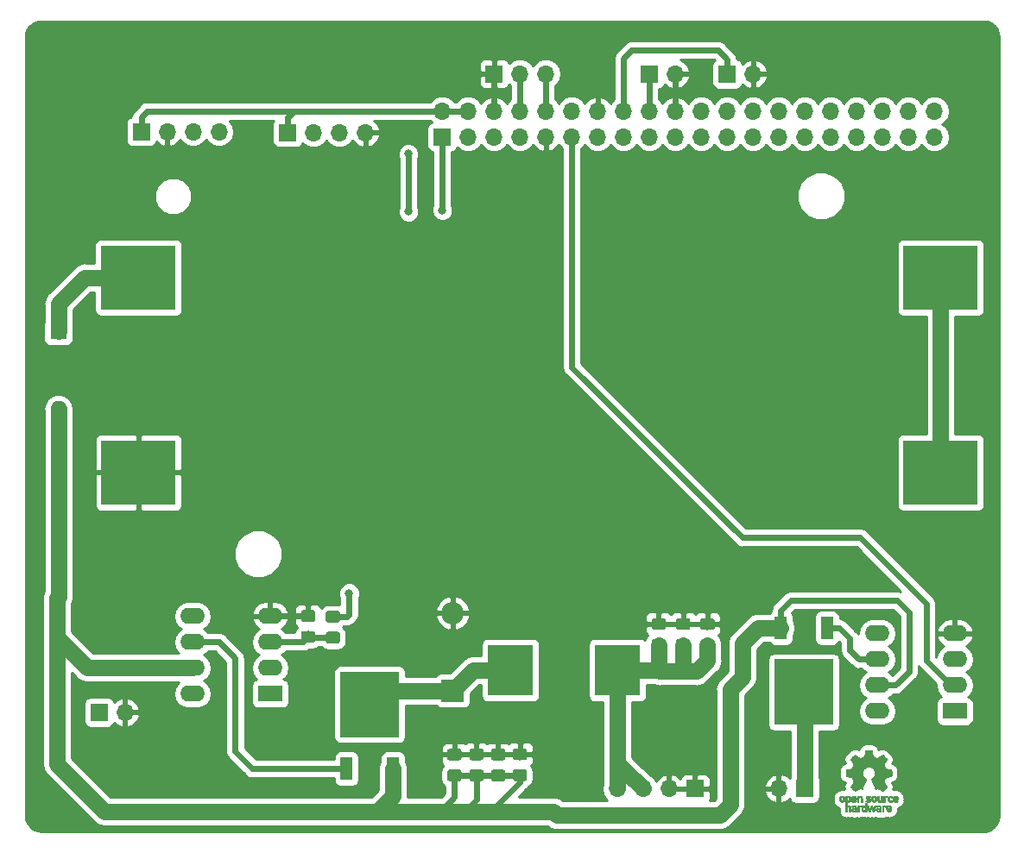
<source format=gbr>
G04 #@! TF.GenerationSoftware,KiCad,Pcbnew,5.0.2-bee76a0~70~ubuntu18.04.1*
G04 #@! TF.CreationDate,2019-08-23T13:18:47-04:00*
G04 #@! TF.ProjectId,board,626f6172-642e-46b6-9963-61645f706362,rev?*
G04 #@! TF.SameCoordinates,Original*
G04 #@! TF.FileFunction,Copper,L1,Top*
G04 #@! TF.FilePolarity,Positive*
%FSLAX46Y46*%
G04 Gerber Fmt 4.6, Leading zero omitted, Abs format (unit mm)*
G04 Created by KiCad (PCBNEW 5.0.2-bee76a0~70~ubuntu18.04.1) date Fri 23 Aug 2019 01:18:47 PM EDT*
%MOMM*%
%LPD*%
G01*
G04 APERTURE LIST*
G04 #@! TA.AperFunction,EtchedComponent*
%ADD10C,0.010000*%
G04 #@! TD*
G04 #@! TA.AperFunction,SMDPad,CuDef*
%ADD11R,7.340000X6.350000*%
G04 #@! TD*
G04 #@! TA.AperFunction,Conductor*
%ADD12C,0.100000*%
G04 #@! TD*
G04 #@! TA.AperFunction,SMDPad,CuDef*
%ADD13C,1.150000*%
G04 #@! TD*
G04 #@! TA.AperFunction,ComponentPad*
%ADD14R,2.200000X2.200000*%
G04 #@! TD*
G04 #@! TA.AperFunction,ComponentPad*
%ADD15O,2.200000X2.200000*%
G04 #@! TD*
G04 #@! TA.AperFunction,ComponentPad*
%ADD16R,1.700000X1.700000*%
G04 #@! TD*
G04 #@! TA.AperFunction,ComponentPad*
%ADD17O,1.700000X1.700000*%
G04 #@! TD*
G04 #@! TA.AperFunction,SMDPad,CuDef*
%ADD18R,4.500000X5.000000*%
G04 #@! TD*
G04 #@! TA.AperFunction,SMDPad,CuDef*
%ADD19R,1.200000X2.200000*%
G04 #@! TD*
G04 #@! TA.AperFunction,SMDPad,CuDef*
%ADD20R,5.800000X6.400000*%
G04 #@! TD*
G04 #@! TA.AperFunction,ComponentPad*
%ADD21O,2.400000X1.600000*%
G04 #@! TD*
G04 #@! TA.AperFunction,ComponentPad*
%ADD22R,2.400000X1.600000*%
G04 #@! TD*
G04 #@! TA.AperFunction,ComponentPad*
%ADD23R,1.600000X1.600000*%
G04 #@! TD*
G04 #@! TA.AperFunction,ComponentPad*
%ADD24O,1.600000X1.600000*%
G04 #@! TD*
G04 #@! TA.AperFunction,ViaPad*
%ADD25C,1.200000*%
G04 #@! TD*
G04 #@! TA.AperFunction,ViaPad*
%ADD26C,0.800000*%
G04 #@! TD*
G04 #@! TA.AperFunction,Conductor*
%ADD27C,0.600000*%
G04 #@! TD*
G04 #@! TA.AperFunction,Conductor*
%ADD28C,1.600000*%
G04 #@! TD*
G04 #@! TA.AperFunction,Conductor*
%ADD29C,0.254000*%
G04 #@! TD*
G04 APERTURE END LIST*
D10*
G04 #@! TO.C,REF\002A\002A*
G36*
X150236964Y-136964618D02*
X150293812Y-137266170D01*
X150713338Y-137439112D01*
X150964984Y-137267995D01*
X151035458Y-137220350D01*
X151099163Y-137177810D01*
X151153126Y-137142315D01*
X151194373Y-137115810D01*
X151219934Y-137100236D01*
X151226895Y-137096878D01*
X151239435Y-137105514D01*
X151266231Y-137129392D01*
X151304280Y-137165459D01*
X151350579Y-137210667D01*
X151402123Y-137261964D01*
X151455909Y-137316301D01*
X151508935Y-137370628D01*
X151558195Y-137421895D01*
X151600687Y-137467051D01*
X151633407Y-137503046D01*
X151653351Y-137526830D01*
X151658119Y-137534790D01*
X151651257Y-137549465D01*
X151632020Y-137581614D01*
X151602430Y-137628092D01*
X151564510Y-137685756D01*
X151520282Y-137751460D01*
X151494654Y-137788936D01*
X151447941Y-137857368D01*
X151406432Y-137919120D01*
X151372140Y-137971119D01*
X151347080Y-138010292D01*
X151333264Y-138033565D01*
X151331188Y-138038455D01*
X151335895Y-138052355D01*
X151348723Y-138084750D01*
X151367738Y-138131085D01*
X151391003Y-138186806D01*
X151416584Y-138247358D01*
X151442545Y-138308186D01*
X151466950Y-138364736D01*
X151487863Y-138412452D01*
X151503349Y-138446781D01*
X151511472Y-138463168D01*
X151511952Y-138463812D01*
X151524707Y-138466941D01*
X151558677Y-138473921D01*
X151610340Y-138484067D01*
X151676176Y-138496692D01*
X151752664Y-138511109D01*
X151797290Y-138519423D01*
X151879021Y-138534984D01*
X151952843Y-138549792D01*
X152015021Y-138563036D01*
X152061822Y-138573905D01*
X152089509Y-138581589D01*
X152095074Y-138584027D01*
X152100526Y-138600530D01*
X152104924Y-138637800D01*
X152108272Y-138691480D01*
X152110574Y-138757212D01*
X152111832Y-138830637D01*
X152112048Y-138907396D01*
X152111227Y-138983132D01*
X152109371Y-139053486D01*
X152106482Y-139114100D01*
X152102565Y-139160616D01*
X152097622Y-139188675D01*
X152094657Y-139194516D01*
X152076934Y-139201517D01*
X152039381Y-139211527D01*
X151986964Y-139223369D01*
X151924652Y-139235867D01*
X151902900Y-139239910D01*
X151798024Y-139259120D01*
X151715180Y-139274591D01*
X151651630Y-139286937D01*
X151604637Y-139296773D01*
X151571463Y-139304714D01*
X151549371Y-139311376D01*
X151535624Y-139317373D01*
X151527484Y-139323319D01*
X151526345Y-139324494D01*
X151514977Y-139343426D01*
X151497635Y-139380269D01*
X151476050Y-139430513D01*
X151451954Y-139489646D01*
X151427079Y-139553156D01*
X151403157Y-139616532D01*
X151381919Y-139675262D01*
X151365097Y-139724835D01*
X151354422Y-139760739D01*
X151351627Y-139778462D01*
X151351860Y-139779083D01*
X151361331Y-139793570D01*
X151382818Y-139825444D01*
X151414063Y-139871389D01*
X151452807Y-139928085D01*
X151496793Y-139992217D01*
X151509319Y-140010442D01*
X151553984Y-140076514D01*
X151593288Y-140136800D01*
X151625088Y-140187835D01*
X151647245Y-140226160D01*
X151657617Y-140248311D01*
X151658119Y-140251032D01*
X151649405Y-140265336D01*
X151625325Y-140293672D01*
X151588976Y-140332996D01*
X151543453Y-140380261D01*
X151491852Y-140432423D01*
X151437267Y-140486435D01*
X151382794Y-140539253D01*
X151331529Y-140587831D01*
X151286567Y-140629123D01*
X151251004Y-140660085D01*
X151227935Y-140677670D01*
X151221554Y-140680541D01*
X151206699Y-140673778D01*
X151176286Y-140655539D01*
X151135268Y-140628897D01*
X151103709Y-140607452D01*
X151046525Y-140568103D01*
X150978806Y-140521771D01*
X150910880Y-140475513D01*
X150874361Y-140450755D01*
X150750752Y-140367147D01*
X150646991Y-140423250D01*
X150599720Y-140447828D01*
X150559523Y-140466931D01*
X150532326Y-140477827D01*
X150525402Y-140479343D01*
X150517077Y-140468149D01*
X150500654Y-140436517D01*
X150477357Y-140387365D01*
X150448414Y-140323610D01*
X150415050Y-140248171D01*
X150378491Y-140163964D01*
X150339964Y-140073908D01*
X150300694Y-139980921D01*
X150261908Y-139887920D01*
X150224830Y-139797823D01*
X150190689Y-139713548D01*
X150160708Y-139638013D01*
X150136116Y-139574134D01*
X150118136Y-139524831D01*
X150107997Y-139493021D01*
X150106366Y-139482096D01*
X150119291Y-139468161D01*
X150147589Y-139445540D01*
X150185346Y-139418933D01*
X150188515Y-139416828D01*
X150286100Y-139338714D01*
X150364786Y-139247582D01*
X150423891Y-139146345D01*
X150462732Y-139037918D01*
X150480628Y-138925214D01*
X150476897Y-138811148D01*
X150450857Y-138698634D01*
X150401825Y-138590585D01*
X150387400Y-138566945D01*
X150312369Y-138471487D01*
X150223730Y-138394832D01*
X150124549Y-138337380D01*
X150017895Y-138299529D01*
X149906836Y-138281678D01*
X149794439Y-138284225D01*
X149683773Y-138307570D01*
X149577906Y-138352110D01*
X149479905Y-138418245D01*
X149449590Y-138445087D01*
X149372438Y-138529112D01*
X149316218Y-138617566D01*
X149277653Y-138716715D01*
X149256174Y-138814903D01*
X149250872Y-138925297D01*
X149268552Y-139036240D01*
X149307419Y-139143981D01*
X149365677Y-139244769D01*
X149441531Y-139334856D01*
X149533183Y-139410492D01*
X149545228Y-139418464D01*
X149583389Y-139444574D01*
X149612399Y-139467195D01*
X149626268Y-139481639D01*
X149626469Y-139482096D01*
X149623492Y-139497721D01*
X149611689Y-139533182D01*
X149592286Y-139585562D01*
X149566512Y-139651945D01*
X149535591Y-139729414D01*
X149500751Y-139815050D01*
X149463217Y-139905937D01*
X149424217Y-139999159D01*
X149384977Y-140091797D01*
X149346724Y-140180935D01*
X149310683Y-140263655D01*
X149278083Y-140337041D01*
X149250148Y-140398175D01*
X149228105Y-140444141D01*
X149213182Y-140472021D01*
X149207172Y-140479343D01*
X149188809Y-140473641D01*
X149154448Y-140458349D01*
X149110016Y-140436199D01*
X149085583Y-140423250D01*
X148981822Y-140367147D01*
X148858213Y-140450755D01*
X148795114Y-140493587D01*
X148726030Y-140540722D01*
X148661293Y-140585103D01*
X148628866Y-140607452D01*
X148583259Y-140638077D01*
X148544640Y-140662347D01*
X148518048Y-140677187D01*
X148509410Y-140680324D01*
X148496839Y-140671861D01*
X148469016Y-140648236D01*
X148428639Y-140611902D01*
X148378405Y-140565311D01*
X148321012Y-140510917D01*
X148284714Y-140475992D01*
X148221210Y-140413596D01*
X148166327Y-140357788D01*
X148122286Y-140310954D01*
X148091305Y-140275482D01*
X148075602Y-140253761D01*
X148074095Y-140249352D01*
X148081086Y-140232585D01*
X148100406Y-140198682D01*
X148129909Y-140151076D01*
X148167455Y-140093199D01*
X148210900Y-140028484D01*
X148223255Y-140010442D01*
X148268273Y-139944867D01*
X148308660Y-139885828D01*
X148342160Y-139836642D01*
X148366514Y-139800628D01*
X148379464Y-139781102D01*
X148380715Y-139779083D01*
X148378844Y-139763522D01*
X148368913Y-139729309D01*
X148352653Y-139680955D01*
X148331795Y-139622971D01*
X148308073Y-139559870D01*
X148283216Y-139496163D01*
X148258958Y-139436361D01*
X148237029Y-139384976D01*
X148219162Y-139346519D01*
X148207087Y-139325502D01*
X148206229Y-139324494D01*
X148198846Y-139318488D01*
X148186375Y-139312548D01*
X148166080Y-139306060D01*
X148135222Y-139298409D01*
X148091066Y-139288980D01*
X148030874Y-139277159D01*
X147951907Y-139262329D01*
X147851430Y-139243877D01*
X147829675Y-139239910D01*
X147765198Y-139227453D01*
X147708989Y-139215266D01*
X147666013Y-139204526D01*
X147641240Y-139196409D01*
X147637918Y-139194516D01*
X147632444Y-139177738D01*
X147627994Y-139140245D01*
X147624572Y-139086394D01*
X147622181Y-139020544D01*
X147620823Y-138947053D01*
X147620501Y-138870280D01*
X147621219Y-138794583D01*
X147622979Y-138724320D01*
X147625784Y-138663850D01*
X147629638Y-138617530D01*
X147634543Y-138589719D01*
X147637500Y-138584027D01*
X147653963Y-138578286D01*
X147691449Y-138568945D01*
X147746225Y-138556815D01*
X147814555Y-138542707D01*
X147892706Y-138527430D01*
X147935284Y-138519423D01*
X148016071Y-138504321D01*
X148088113Y-138490640D01*
X148147889Y-138479067D01*
X148191879Y-138470287D01*
X148216561Y-138464987D01*
X148220623Y-138463812D01*
X148227489Y-138450565D01*
X148242002Y-138418657D01*
X148262229Y-138372647D01*
X148286234Y-138317092D01*
X148312082Y-138256553D01*
X148337840Y-138195586D01*
X148361573Y-138138751D01*
X148381346Y-138090606D01*
X148395224Y-138055710D01*
X148401274Y-138038621D01*
X148401386Y-138037874D01*
X148394528Y-138024393D01*
X148375302Y-137993370D01*
X148345728Y-137947889D01*
X148307827Y-137891032D01*
X148263620Y-137825883D01*
X148237921Y-137788462D01*
X148191093Y-137719847D01*
X148149501Y-137657552D01*
X148115175Y-137604729D01*
X148090143Y-137564527D01*
X148076435Y-137540100D01*
X148074456Y-137534624D01*
X148082966Y-137521878D01*
X148106493Y-137494663D01*
X148142032Y-137456028D01*
X148186577Y-137409023D01*
X148237123Y-137356695D01*
X148290664Y-137302095D01*
X148344195Y-137248270D01*
X148394711Y-137198270D01*
X148439206Y-137155143D01*
X148474675Y-137121939D01*
X148498113Y-137101706D01*
X148505954Y-137096878D01*
X148518720Y-137103667D01*
X148549256Y-137122742D01*
X148594590Y-137152161D01*
X148651756Y-137189981D01*
X148717784Y-137234261D01*
X148767590Y-137267995D01*
X149019236Y-137439112D01*
X149228999Y-137352641D01*
X149438763Y-137266170D01*
X149495611Y-136964618D01*
X149552460Y-136663066D01*
X150180115Y-136663066D01*
X150236964Y-136964618D01*
X150236964Y-136964618D01*
G37*
X150236964Y-136964618D02*
X150293812Y-137266170D01*
X150713338Y-137439112D01*
X150964984Y-137267995D01*
X151035458Y-137220350D01*
X151099163Y-137177810D01*
X151153126Y-137142315D01*
X151194373Y-137115810D01*
X151219934Y-137100236D01*
X151226895Y-137096878D01*
X151239435Y-137105514D01*
X151266231Y-137129392D01*
X151304280Y-137165459D01*
X151350579Y-137210667D01*
X151402123Y-137261964D01*
X151455909Y-137316301D01*
X151508935Y-137370628D01*
X151558195Y-137421895D01*
X151600687Y-137467051D01*
X151633407Y-137503046D01*
X151653351Y-137526830D01*
X151658119Y-137534790D01*
X151651257Y-137549465D01*
X151632020Y-137581614D01*
X151602430Y-137628092D01*
X151564510Y-137685756D01*
X151520282Y-137751460D01*
X151494654Y-137788936D01*
X151447941Y-137857368D01*
X151406432Y-137919120D01*
X151372140Y-137971119D01*
X151347080Y-138010292D01*
X151333264Y-138033565D01*
X151331188Y-138038455D01*
X151335895Y-138052355D01*
X151348723Y-138084750D01*
X151367738Y-138131085D01*
X151391003Y-138186806D01*
X151416584Y-138247358D01*
X151442545Y-138308186D01*
X151466950Y-138364736D01*
X151487863Y-138412452D01*
X151503349Y-138446781D01*
X151511472Y-138463168D01*
X151511952Y-138463812D01*
X151524707Y-138466941D01*
X151558677Y-138473921D01*
X151610340Y-138484067D01*
X151676176Y-138496692D01*
X151752664Y-138511109D01*
X151797290Y-138519423D01*
X151879021Y-138534984D01*
X151952843Y-138549792D01*
X152015021Y-138563036D01*
X152061822Y-138573905D01*
X152089509Y-138581589D01*
X152095074Y-138584027D01*
X152100526Y-138600530D01*
X152104924Y-138637800D01*
X152108272Y-138691480D01*
X152110574Y-138757212D01*
X152111832Y-138830637D01*
X152112048Y-138907396D01*
X152111227Y-138983132D01*
X152109371Y-139053486D01*
X152106482Y-139114100D01*
X152102565Y-139160616D01*
X152097622Y-139188675D01*
X152094657Y-139194516D01*
X152076934Y-139201517D01*
X152039381Y-139211527D01*
X151986964Y-139223369D01*
X151924652Y-139235867D01*
X151902900Y-139239910D01*
X151798024Y-139259120D01*
X151715180Y-139274591D01*
X151651630Y-139286937D01*
X151604637Y-139296773D01*
X151571463Y-139304714D01*
X151549371Y-139311376D01*
X151535624Y-139317373D01*
X151527484Y-139323319D01*
X151526345Y-139324494D01*
X151514977Y-139343426D01*
X151497635Y-139380269D01*
X151476050Y-139430513D01*
X151451954Y-139489646D01*
X151427079Y-139553156D01*
X151403157Y-139616532D01*
X151381919Y-139675262D01*
X151365097Y-139724835D01*
X151354422Y-139760739D01*
X151351627Y-139778462D01*
X151351860Y-139779083D01*
X151361331Y-139793570D01*
X151382818Y-139825444D01*
X151414063Y-139871389D01*
X151452807Y-139928085D01*
X151496793Y-139992217D01*
X151509319Y-140010442D01*
X151553984Y-140076514D01*
X151593288Y-140136800D01*
X151625088Y-140187835D01*
X151647245Y-140226160D01*
X151657617Y-140248311D01*
X151658119Y-140251032D01*
X151649405Y-140265336D01*
X151625325Y-140293672D01*
X151588976Y-140332996D01*
X151543453Y-140380261D01*
X151491852Y-140432423D01*
X151437267Y-140486435D01*
X151382794Y-140539253D01*
X151331529Y-140587831D01*
X151286567Y-140629123D01*
X151251004Y-140660085D01*
X151227935Y-140677670D01*
X151221554Y-140680541D01*
X151206699Y-140673778D01*
X151176286Y-140655539D01*
X151135268Y-140628897D01*
X151103709Y-140607452D01*
X151046525Y-140568103D01*
X150978806Y-140521771D01*
X150910880Y-140475513D01*
X150874361Y-140450755D01*
X150750752Y-140367147D01*
X150646991Y-140423250D01*
X150599720Y-140447828D01*
X150559523Y-140466931D01*
X150532326Y-140477827D01*
X150525402Y-140479343D01*
X150517077Y-140468149D01*
X150500654Y-140436517D01*
X150477357Y-140387365D01*
X150448414Y-140323610D01*
X150415050Y-140248171D01*
X150378491Y-140163964D01*
X150339964Y-140073908D01*
X150300694Y-139980921D01*
X150261908Y-139887920D01*
X150224830Y-139797823D01*
X150190689Y-139713548D01*
X150160708Y-139638013D01*
X150136116Y-139574134D01*
X150118136Y-139524831D01*
X150107997Y-139493021D01*
X150106366Y-139482096D01*
X150119291Y-139468161D01*
X150147589Y-139445540D01*
X150185346Y-139418933D01*
X150188515Y-139416828D01*
X150286100Y-139338714D01*
X150364786Y-139247582D01*
X150423891Y-139146345D01*
X150462732Y-139037918D01*
X150480628Y-138925214D01*
X150476897Y-138811148D01*
X150450857Y-138698634D01*
X150401825Y-138590585D01*
X150387400Y-138566945D01*
X150312369Y-138471487D01*
X150223730Y-138394832D01*
X150124549Y-138337380D01*
X150017895Y-138299529D01*
X149906836Y-138281678D01*
X149794439Y-138284225D01*
X149683773Y-138307570D01*
X149577906Y-138352110D01*
X149479905Y-138418245D01*
X149449590Y-138445087D01*
X149372438Y-138529112D01*
X149316218Y-138617566D01*
X149277653Y-138716715D01*
X149256174Y-138814903D01*
X149250872Y-138925297D01*
X149268552Y-139036240D01*
X149307419Y-139143981D01*
X149365677Y-139244769D01*
X149441531Y-139334856D01*
X149533183Y-139410492D01*
X149545228Y-139418464D01*
X149583389Y-139444574D01*
X149612399Y-139467195D01*
X149626268Y-139481639D01*
X149626469Y-139482096D01*
X149623492Y-139497721D01*
X149611689Y-139533182D01*
X149592286Y-139585562D01*
X149566512Y-139651945D01*
X149535591Y-139729414D01*
X149500751Y-139815050D01*
X149463217Y-139905937D01*
X149424217Y-139999159D01*
X149384977Y-140091797D01*
X149346724Y-140180935D01*
X149310683Y-140263655D01*
X149278083Y-140337041D01*
X149250148Y-140398175D01*
X149228105Y-140444141D01*
X149213182Y-140472021D01*
X149207172Y-140479343D01*
X149188809Y-140473641D01*
X149154448Y-140458349D01*
X149110016Y-140436199D01*
X149085583Y-140423250D01*
X148981822Y-140367147D01*
X148858213Y-140450755D01*
X148795114Y-140493587D01*
X148726030Y-140540722D01*
X148661293Y-140585103D01*
X148628866Y-140607452D01*
X148583259Y-140638077D01*
X148544640Y-140662347D01*
X148518048Y-140677187D01*
X148509410Y-140680324D01*
X148496839Y-140671861D01*
X148469016Y-140648236D01*
X148428639Y-140611902D01*
X148378405Y-140565311D01*
X148321012Y-140510917D01*
X148284714Y-140475992D01*
X148221210Y-140413596D01*
X148166327Y-140357788D01*
X148122286Y-140310954D01*
X148091305Y-140275482D01*
X148075602Y-140253761D01*
X148074095Y-140249352D01*
X148081086Y-140232585D01*
X148100406Y-140198682D01*
X148129909Y-140151076D01*
X148167455Y-140093199D01*
X148210900Y-140028484D01*
X148223255Y-140010442D01*
X148268273Y-139944867D01*
X148308660Y-139885828D01*
X148342160Y-139836642D01*
X148366514Y-139800628D01*
X148379464Y-139781102D01*
X148380715Y-139779083D01*
X148378844Y-139763522D01*
X148368913Y-139729309D01*
X148352653Y-139680955D01*
X148331795Y-139622971D01*
X148308073Y-139559870D01*
X148283216Y-139496163D01*
X148258958Y-139436361D01*
X148237029Y-139384976D01*
X148219162Y-139346519D01*
X148207087Y-139325502D01*
X148206229Y-139324494D01*
X148198846Y-139318488D01*
X148186375Y-139312548D01*
X148166080Y-139306060D01*
X148135222Y-139298409D01*
X148091066Y-139288980D01*
X148030874Y-139277159D01*
X147951907Y-139262329D01*
X147851430Y-139243877D01*
X147829675Y-139239910D01*
X147765198Y-139227453D01*
X147708989Y-139215266D01*
X147666013Y-139204526D01*
X147641240Y-139196409D01*
X147637918Y-139194516D01*
X147632444Y-139177738D01*
X147627994Y-139140245D01*
X147624572Y-139086394D01*
X147622181Y-139020544D01*
X147620823Y-138947053D01*
X147620501Y-138870280D01*
X147621219Y-138794583D01*
X147622979Y-138724320D01*
X147625784Y-138663850D01*
X147629638Y-138617530D01*
X147634543Y-138589719D01*
X147637500Y-138584027D01*
X147653963Y-138578286D01*
X147691449Y-138568945D01*
X147746225Y-138556815D01*
X147814555Y-138542707D01*
X147892706Y-138527430D01*
X147935284Y-138519423D01*
X148016071Y-138504321D01*
X148088113Y-138490640D01*
X148147889Y-138479067D01*
X148191879Y-138470287D01*
X148216561Y-138464987D01*
X148220623Y-138463812D01*
X148227489Y-138450565D01*
X148242002Y-138418657D01*
X148262229Y-138372647D01*
X148286234Y-138317092D01*
X148312082Y-138256553D01*
X148337840Y-138195586D01*
X148361573Y-138138751D01*
X148381346Y-138090606D01*
X148395224Y-138055710D01*
X148401274Y-138038621D01*
X148401386Y-138037874D01*
X148394528Y-138024393D01*
X148375302Y-137993370D01*
X148345728Y-137947889D01*
X148307827Y-137891032D01*
X148263620Y-137825883D01*
X148237921Y-137788462D01*
X148191093Y-137719847D01*
X148149501Y-137657552D01*
X148115175Y-137604729D01*
X148090143Y-137564527D01*
X148076435Y-137540100D01*
X148074456Y-137534624D01*
X148082966Y-137521878D01*
X148106493Y-137494663D01*
X148142032Y-137456028D01*
X148186577Y-137409023D01*
X148237123Y-137356695D01*
X148290664Y-137302095D01*
X148344195Y-137248270D01*
X148394711Y-137198270D01*
X148439206Y-137155143D01*
X148474675Y-137121939D01*
X148498113Y-137101706D01*
X148505954Y-137096878D01*
X148518720Y-137103667D01*
X148549256Y-137122742D01*
X148594590Y-137152161D01*
X148651756Y-137189981D01*
X148717784Y-137234261D01*
X148767590Y-137267995D01*
X149019236Y-137439112D01*
X149228999Y-137352641D01*
X149438763Y-137266170D01*
X149495611Y-136964618D01*
X149552460Y-136663066D01*
X150180115Y-136663066D01*
X150236964Y-136964618D01*
G36*
X151659460Y-141132630D02*
X151702711Y-141145845D01*
X151730558Y-141162541D01*
X151739629Y-141175745D01*
X151737132Y-141191397D01*
X151720931Y-141215985D01*
X151707232Y-141233400D01*
X151678992Y-141264883D01*
X151657775Y-141278129D01*
X151639688Y-141277264D01*
X151586035Y-141263610D01*
X151546630Y-141264230D01*
X151514632Y-141279704D01*
X151503890Y-141288761D01*
X151469505Y-141320627D01*
X151469505Y-141736779D01*
X151331188Y-141736779D01*
X151331188Y-141133214D01*
X151400347Y-141133214D01*
X151441869Y-141134856D01*
X151463291Y-141140687D01*
X151469502Y-141152061D01*
X151469505Y-141152398D01*
X151472439Y-141164313D01*
X151485704Y-141162759D01*
X151504084Y-141154163D01*
X151542046Y-141138168D01*
X151572872Y-141128545D01*
X151612536Y-141126078D01*
X151659460Y-141132630D01*
X151659460Y-141132630D01*
G37*
X151659460Y-141132630D02*
X151702711Y-141145845D01*
X151730558Y-141162541D01*
X151739629Y-141175745D01*
X151737132Y-141191397D01*
X151720931Y-141215985D01*
X151707232Y-141233400D01*
X151678992Y-141264883D01*
X151657775Y-141278129D01*
X151639688Y-141277264D01*
X151586035Y-141263610D01*
X151546630Y-141264230D01*
X151514632Y-141279704D01*
X151503890Y-141288761D01*
X151469505Y-141320627D01*
X151469505Y-141736779D01*
X151331188Y-141736779D01*
X151331188Y-141133214D01*
X151400347Y-141133214D01*
X151441869Y-141134856D01*
X151463291Y-141140687D01*
X151469502Y-141152061D01*
X151469505Y-141152398D01*
X151472439Y-141164313D01*
X151485704Y-141162759D01*
X151504084Y-141154163D01*
X151542046Y-141138168D01*
X151572872Y-141128545D01*
X151612536Y-141126078D01*
X151659460Y-141132630D01*
G36*
X149105988Y-141143602D02*
X149137283Y-141158550D01*
X149167591Y-141180141D01*
X149190682Y-141204991D01*
X149207500Y-141236687D01*
X149218994Y-141278814D01*
X149226109Y-141334958D01*
X149229793Y-141408706D01*
X149230992Y-141503644D01*
X149231011Y-141513585D01*
X149231287Y-141736779D01*
X149092970Y-141736779D01*
X149092970Y-141531018D01*
X149092872Y-141454789D01*
X149092191Y-141399539D01*
X149090349Y-141361101D01*
X149086767Y-141335306D01*
X149080868Y-141317984D01*
X149072073Y-141304968D01*
X149059820Y-141292107D01*
X149016953Y-141264473D01*
X148970157Y-141259345D01*
X148925576Y-141276817D01*
X148910072Y-141289821D01*
X148898690Y-141302047D01*
X148890519Y-141315140D01*
X148885026Y-141333215D01*
X148881680Y-141360387D01*
X148879949Y-141400770D01*
X148879303Y-141458479D01*
X148879208Y-141528732D01*
X148879208Y-141736779D01*
X148740891Y-141736779D01*
X148740891Y-141133214D01*
X148810050Y-141133214D01*
X148851572Y-141134856D01*
X148872994Y-141140687D01*
X148879205Y-141152061D01*
X148879208Y-141152398D01*
X148882090Y-141163538D01*
X148894801Y-141162274D01*
X148920074Y-141150034D01*
X148977395Y-141132024D01*
X149042963Y-141130021D01*
X149105988Y-141143602D01*
X149105988Y-141143602D01*
G37*
X149105988Y-141143602D02*
X149137283Y-141158550D01*
X149167591Y-141180141D01*
X149190682Y-141204991D01*
X149207500Y-141236687D01*
X149218994Y-141278814D01*
X149226109Y-141334958D01*
X149229793Y-141408706D01*
X149230992Y-141503644D01*
X149231011Y-141513585D01*
X149231287Y-141736779D01*
X149092970Y-141736779D01*
X149092970Y-141531018D01*
X149092872Y-141454789D01*
X149092191Y-141399539D01*
X149090349Y-141361101D01*
X149086767Y-141335306D01*
X149080868Y-141317984D01*
X149072073Y-141304968D01*
X149059820Y-141292107D01*
X149016953Y-141264473D01*
X148970157Y-141259345D01*
X148925576Y-141276817D01*
X148910072Y-141289821D01*
X148898690Y-141302047D01*
X148890519Y-141315140D01*
X148885026Y-141333215D01*
X148881680Y-141360387D01*
X148879949Y-141400770D01*
X148879303Y-141458479D01*
X148879208Y-141528732D01*
X148879208Y-141736779D01*
X148740891Y-141736779D01*
X148740891Y-141133214D01*
X148810050Y-141133214D01*
X148851572Y-141134856D01*
X148872994Y-141140687D01*
X148879205Y-141152061D01*
X148879208Y-141152398D01*
X148882090Y-141163538D01*
X148894801Y-141162274D01*
X148920074Y-141150034D01*
X148977395Y-141132024D01*
X149042963Y-141130021D01*
X149105988Y-141143602D01*
G36*
X152537898Y-141131057D02*
X152570096Y-141138879D01*
X152631825Y-141167521D01*
X152684610Y-141211267D01*
X152721141Y-141263717D01*
X152726160Y-141275493D01*
X152733045Y-141306340D01*
X152737864Y-141351971D01*
X152739505Y-141398092D01*
X152739505Y-141485293D01*
X152557178Y-141485293D01*
X152481979Y-141485578D01*
X152429003Y-141487304D01*
X152395325Y-141491781D01*
X152378020Y-141500320D01*
X152374163Y-141514230D01*
X152380829Y-141534822D01*
X152392770Y-141558915D01*
X152426080Y-141599125D01*
X152472368Y-141619158D01*
X152528944Y-141618505D01*
X152593031Y-141596701D01*
X152648417Y-141569793D01*
X152694375Y-141606132D01*
X152740333Y-141642472D01*
X152697096Y-141682419D01*
X152639374Y-141720163D01*
X152568386Y-141742920D01*
X152492029Y-141749288D01*
X152418199Y-141737868D01*
X152406287Y-141733993D01*
X152341399Y-141700106D01*
X152293130Y-141649586D01*
X152260465Y-141580925D01*
X152242385Y-141492614D01*
X152242175Y-141490721D01*
X152240556Y-141394478D01*
X152247100Y-141360142D01*
X152374852Y-141360142D01*
X152386584Y-141365422D01*
X152418438Y-141369467D01*
X152465397Y-141371776D01*
X152495154Y-141372125D01*
X152550648Y-141371906D01*
X152585346Y-141370516D01*
X152603601Y-141366851D01*
X152609766Y-141359810D01*
X152608195Y-141348290D01*
X152606878Y-141343833D01*
X152584382Y-141301955D01*
X152549003Y-141268204D01*
X152517780Y-141253373D01*
X152476301Y-141254268D01*
X152434269Y-141272764D01*
X152399012Y-141303386D01*
X152377854Y-141340662D01*
X152374852Y-141360142D01*
X152247100Y-141360142D01*
X152256690Y-141309829D01*
X152288698Y-141238791D01*
X152334701Y-141183379D01*
X152392821Y-141145609D01*
X152461180Y-141127496D01*
X152537898Y-141131057D01*
X152537898Y-141131057D01*
G37*
X152537898Y-141131057D02*
X152570096Y-141138879D01*
X152631825Y-141167521D01*
X152684610Y-141211267D01*
X152721141Y-141263717D01*
X152726160Y-141275493D01*
X152733045Y-141306340D01*
X152737864Y-141351971D01*
X152739505Y-141398092D01*
X152739505Y-141485293D01*
X152557178Y-141485293D01*
X152481979Y-141485578D01*
X152429003Y-141487304D01*
X152395325Y-141491781D01*
X152378020Y-141500320D01*
X152374163Y-141514230D01*
X152380829Y-141534822D01*
X152392770Y-141558915D01*
X152426080Y-141599125D01*
X152472368Y-141619158D01*
X152528944Y-141618505D01*
X152593031Y-141596701D01*
X152648417Y-141569793D01*
X152694375Y-141606132D01*
X152740333Y-141642472D01*
X152697096Y-141682419D01*
X152639374Y-141720163D01*
X152568386Y-141742920D01*
X152492029Y-141749288D01*
X152418199Y-141737868D01*
X152406287Y-141733993D01*
X152341399Y-141700106D01*
X152293130Y-141649586D01*
X152260465Y-141580925D01*
X152242385Y-141492614D01*
X152242175Y-141490721D01*
X152240556Y-141394478D01*
X152247100Y-141360142D01*
X152374852Y-141360142D01*
X152386584Y-141365422D01*
X152418438Y-141369467D01*
X152465397Y-141371776D01*
X152495154Y-141372125D01*
X152550648Y-141371906D01*
X152585346Y-141370516D01*
X152603601Y-141366851D01*
X152609766Y-141359810D01*
X152608195Y-141348290D01*
X152606878Y-141343833D01*
X152584382Y-141301955D01*
X152549003Y-141268204D01*
X152517780Y-141253373D01*
X152476301Y-141254268D01*
X152434269Y-141272764D01*
X152399012Y-141303386D01*
X152377854Y-141340662D01*
X152374852Y-141360142D01*
X152247100Y-141360142D01*
X152256690Y-141309829D01*
X152288698Y-141238791D01*
X152334701Y-141183379D01*
X152392821Y-141145609D01*
X152461180Y-141127496D01*
X152537898Y-141131057D01*
G36*
X152077226Y-141138480D02*
X152150080Y-141169430D01*
X152173027Y-141184495D01*
X152202354Y-141207648D01*
X152220764Y-141225853D01*
X152223961Y-141231783D01*
X152214935Y-141244940D01*
X152191837Y-141267267D01*
X152173344Y-141282850D01*
X152122728Y-141323526D01*
X152082760Y-141289895D01*
X152051874Y-141268184D01*
X152021759Y-141260690D01*
X151987292Y-141262520D01*
X151932561Y-141276128D01*
X151894886Y-141304372D01*
X151871991Y-141350033D01*
X151861597Y-141415889D01*
X151861595Y-141415931D01*
X151862494Y-141489539D01*
X151876463Y-141543546D01*
X151904328Y-141580316D01*
X151923325Y-141592768D01*
X151973776Y-141608273D01*
X152027663Y-141608283D01*
X152074546Y-141593238D01*
X152085644Y-141585887D01*
X152113476Y-141567111D01*
X152135236Y-141564034D01*
X152158704Y-141578009D01*
X152184649Y-141603110D01*
X152225716Y-141645480D01*
X152180121Y-141683064D01*
X152109674Y-141725482D01*
X152030233Y-141746385D01*
X151947215Y-141744872D01*
X151892694Y-141731011D01*
X151828970Y-141696735D01*
X151778005Y-141642812D01*
X151754851Y-141604749D01*
X151736099Y-141550136D01*
X151726715Y-141480969D01*
X151726643Y-141406007D01*
X151735824Y-141334009D01*
X151754199Y-141273737D01*
X151757093Y-141267558D01*
X151799952Y-141206951D01*
X151857979Y-141162824D01*
X151926591Y-141136093D01*
X152001201Y-141127673D01*
X152077226Y-141138480D01*
X152077226Y-141138480D01*
G37*
X152077226Y-141138480D02*
X152150080Y-141169430D01*
X152173027Y-141184495D01*
X152202354Y-141207648D01*
X152220764Y-141225853D01*
X152223961Y-141231783D01*
X152214935Y-141244940D01*
X152191837Y-141267267D01*
X152173344Y-141282850D01*
X152122728Y-141323526D01*
X152082760Y-141289895D01*
X152051874Y-141268184D01*
X152021759Y-141260690D01*
X151987292Y-141262520D01*
X151932561Y-141276128D01*
X151894886Y-141304372D01*
X151871991Y-141350033D01*
X151861597Y-141415889D01*
X151861595Y-141415931D01*
X151862494Y-141489539D01*
X151876463Y-141543546D01*
X151904328Y-141580316D01*
X151923325Y-141592768D01*
X151973776Y-141608273D01*
X152027663Y-141608283D01*
X152074546Y-141593238D01*
X152085644Y-141585887D01*
X152113476Y-141567111D01*
X152135236Y-141564034D01*
X152158704Y-141578009D01*
X152184649Y-141603110D01*
X152225716Y-141645480D01*
X152180121Y-141683064D01*
X152109674Y-141725482D01*
X152030233Y-141746385D01*
X151947215Y-141744872D01*
X151892694Y-141731011D01*
X151828970Y-141696735D01*
X151778005Y-141642812D01*
X151754851Y-141604749D01*
X151736099Y-141550136D01*
X151726715Y-141480969D01*
X151726643Y-141406007D01*
X151735824Y-141334009D01*
X151754199Y-141273737D01*
X151757093Y-141267558D01*
X151799952Y-141206951D01*
X151857979Y-141162824D01*
X151926591Y-141136093D01*
X152001201Y-141127673D01*
X152077226Y-141138480D01*
G36*
X150853367Y-141328942D02*
X150854555Y-141421163D01*
X150858897Y-141491210D01*
X150867558Y-141541981D01*
X150881704Y-141576372D01*
X150902500Y-141597279D01*
X150931110Y-141607600D01*
X150966535Y-141610236D01*
X151003636Y-141607282D01*
X151031818Y-141596489D01*
X151052243Y-141574960D01*
X151066079Y-141539799D01*
X151074491Y-141488110D01*
X151078643Y-141416994D01*
X151079703Y-141328942D01*
X151079703Y-141133214D01*
X151218020Y-141133214D01*
X151218020Y-141736779D01*
X151148862Y-141736779D01*
X151107170Y-141735089D01*
X151085701Y-141729156D01*
X151079703Y-141717893D01*
X151076091Y-141707861D01*
X151061714Y-141709983D01*
X151032736Y-141724180D01*
X150966319Y-141746080D01*
X150895875Y-141744528D01*
X150828377Y-141720747D01*
X150796233Y-141701962D01*
X150771715Y-141681622D01*
X150753804Y-141656173D01*
X150741479Y-141622058D01*
X150733723Y-141575721D01*
X150729516Y-141513607D01*
X150727840Y-141432161D01*
X150727624Y-141369178D01*
X150727624Y-141133214D01*
X150853367Y-141133214D01*
X150853367Y-141328942D01*
X150853367Y-141328942D01*
G37*
X150853367Y-141328942D02*
X150854555Y-141421163D01*
X150858897Y-141491210D01*
X150867558Y-141541981D01*
X150881704Y-141576372D01*
X150902500Y-141597279D01*
X150931110Y-141607600D01*
X150966535Y-141610236D01*
X151003636Y-141607282D01*
X151031818Y-141596489D01*
X151052243Y-141574960D01*
X151066079Y-141539799D01*
X151074491Y-141488110D01*
X151078643Y-141416994D01*
X151079703Y-141328942D01*
X151079703Y-141133214D01*
X151218020Y-141133214D01*
X151218020Y-141736779D01*
X151148862Y-141736779D01*
X151107170Y-141735089D01*
X151085701Y-141729156D01*
X151079703Y-141717893D01*
X151076091Y-141707861D01*
X151061714Y-141709983D01*
X151032736Y-141724180D01*
X150966319Y-141746080D01*
X150895875Y-141744528D01*
X150828377Y-141720747D01*
X150796233Y-141701962D01*
X150771715Y-141681622D01*
X150753804Y-141656173D01*
X150741479Y-141622058D01*
X150733723Y-141575721D01*
X150729516Y-141513607D01*
X150727840Y-141432161D01*
X150727624Y-141369178D01*
X150727624Y-141133214D01*
X150853367Y-141133214D01*
X150853367Y-141328942D01*
G36*
X150470762Y-141140655D02*
X150534363Y-141175292D01*
X150584123Y-141229972D01*
X150607568Y-141274442D01*
X150617634Y-141313721D01*
X150624156Y-141369716D01*
X150626951Y-141434221D01*
X150625836Y-141499029D01*
X150620626Y-141555934D01*
X150614541Y-141586327D01*
X150594014Y-141627906D01*
X150558463Y-141672068D01*
X150515619Y-141710687D01*
X150473211Y-141735634D01*
X150472177Y-141736030D01*
X150419553Y-141746931D01*
X150357188Y-141747201D01*
X150297924Y-141737276D01*
X150275040Y-141729322D01*
X150216102Y-141695900D01*
X150173890Y-141652111D01*
X150146156Y-141594138D01*
X150130651Y-141518165D01*
X150127143Y-141478371D01*
X150127590Y-141428366D01*
X150262376Y-141428366D01*
X150266917Y-141501332D01*
X150279986Y-141556934D01*
X150300756Y-141592461D01*
X150315552Y-141602620D01*
X150353464Y-141609704D01*
X150398527Y-141607607D01*
X150437487Y-141597412D01*
X150447704Y-141591804D01*
X150474659Y-141559138D01*
X150492451Y-141509145D01*
X150500024Y-141448305D01*
X150496325Y-141383097D01*
X150488057Y-141343853D01*
X150464320Y-141298405D01*
X150426849Y-141269996D01*
X150381720Y-141260173D01*
X150335011Y-141270487D01*
X150299132Y-141295712D01*
X150280277Y-141316525D01*
X150269272Y-141337039D01*
X150264026Y-141364803D01*
X150262449Y-141407362D01*
X150262376Y-141428366D01*
X150127590Y-141428366D01*
X150128094Y-141372180D01*
X150145388Y-141285101D01*
X150179029Y-141217130D01*
X150229018Y-141168264D01*
X150295356Y-141138499D01*
X150309601Y-141135048D01*
X150395210Y-141126945D01*
X150470762Y-141140655D01*
X150470762Y-141140655D01*
G37*
X150470762Y-141140655D02*
X150534363Y-141175292D01*
X150584123Y-141229972D01*
X150607568Y-141274442D01*
X150617634Y-141313721D01*
X150624156Y-141369716D01*
X150626951Y-141434221D01*
X150625836Y-141499029D01*
X150620626Y-141555934D01*
X150614541Y-141586327D01*
X150594014Y-141627906D01*
X150558463Y-141672068D01*
X150515619Y-141710687D01*
X150473211Y-141735634D01*
X150472177Y-141736030D01*
X150419553Y-141746931D01*
X150357188Y-141747201D01*
X150297924Y-141737276D01*
X150275040Y-141729322D01*
X150216102Y-141695900D01*
X150173890Y-141652111D01*
X150146156Y-141594138D01*
X150130651Y-141518165D01*
X150127143Y-141478371D01*
X150127590Y-141428366D01*
X150262376Y-141428366D01*
X150266917Y-141501332D01*
X150279986Y-141556934D01*
X150300756Y-141592461D01*
X150315552Y-141602620D01*
X150353464Y-141609704D01*
X150398527Y-141607607D01*
X150437487Y-141597412D01*
X150447704Y-141591804D01*
X150474659Y-141559138D01*
X150492451Y-141509145D01*
X150500024Y-141448305D01*
X150496325Y-141383097D01*
X150488057Y-141343853D01*
X150464320Y-141298405D01*
X150426849Y-141269996D01*
X150381720Y-141260173D01*
X150335011Y-141270487D01*
X150299132Y-141295712D01*
X150280277Y-141316525D01*
X150269272Y-141337039D01*
X150264026Y-141364803D01*
X150262449Y-141407362D01*
X150262376Y-141428366D01*
X150127590Y-141428366D01*
X150128094Y-141372180D01*
X150145388Y-141285101D01*
X150179029Y-141217130D01*
X150229018Y-141168264D01*
X150295356Y-141138499D01*
X150309601Y-141135048D01*
X150395210Y-141126945D01*
X150470762Y-141140655D01*
G36*
X149874017Y-141131052D02*
X149921634Y-141140082D01*
X149971034Y-141158970D01*
X149976312Y-141161377D01*
X150013774Y-141181076D01*
X150039717Y-141199381D01*
X150048103Y-141211108D01*
X150040117Y-141230232D01*
X150020720Y-141258450D01*
X150012110Y-141268984D01*
X149976628Y-141310447D01*
X149930885Y-141283458D01*
X149887350Y-141265478D01*
X149837050Y-141255867D01*
X149788812Y-141255260D01*
X149751467Y-141264291D01*
X149742505Y-141269927D01*
X149725437Y-141295771D01*
X149723363Y-141325541D01*
X149736134Y-141348797D01*
X149743688Y-141353308D01*
X149766325Y-141358909D01*
X149806115Y-141365492D01*
X149855166Y-141371783D01*
X149864215Y-141372770D01*
X149942996Y-141386398D01*
X150000136Y-141409546D01*
X150038030Y-141444352D01*
X150059079Y-141492954D01*
X150065635Y-141552318D01*
X150056577Y-141619798D01*
X150027164Y-141672788D01*
X149977278Y-141711383D01*
X149906800Y-141735681D01*
X149828565Y-141745267D01*
X149764766Y-141745152D01*
X149713016Y-141736445D01*
X149677673Y-141724425D01*
X149633017Y-141703480D01*
X149591747Y-141679174D01*
X149577079Y-141668476D01*
X149539357Y-141637684D01*
X149584852Y-141591649D01*
X149630347Y-141545613D01*
X149682072Y-141579843D01*
X149733952Y-141605552D01*
X149789351Y-141618999D01*
X149842605Y-141620418D01*
X149888049Y-141610043D01*
X149920016Y-141588107D01*
X149930338Y-141569598D01*
X149928789Y-141539914D01*
X149903140Y-141517215D01*
X149853460Y-141501540D01*
X149799031Y-141494295D01*
X149715264Y-141480473D01*
X149653033Y-141454396D01*
X149611507Y-141415299D01*
X149589853Y-141362420D01*
X149586853Y-141299726D01*
X149601671Y-141234242D01*
X149635454Y-141184744D01*
X149688505Y-141151008D01*
X149761126Y-141132807D01*
X149814928Y-141129239D01*
X149874017Y-141131052D01*
X149874017Y-141131052D01*
G37*
X149874017Y-141131052D02*
X149921634Y-141140082D01*
X149971034Y-141158970D01*
X149976312Y-141161377D01*
X150013774Y-141181076D01*
X150039717Y-141199381D01*
X150048103Y-141211108D01*
X150040117Y-141230232D01*
X150020720Y-141258450D01*
X150012110Y-141268984D01*
X149976628Y-141310447D01*
X149930885Y-141283458D01*
X149887350Y-141265478D01*
X149837050Y-141255867D01*
X149788812Y-141255260D01*
X149751467Y-141264291D01*
X149742505Y-141269927D01*
X149725437Y-141295771D01*
X149723363Y-141325541D01*
X149736134Y-141348797D01*
X149743688Y-141353308D01*
X149766325Y-141358909D01*
X149806115Y-141365492D01*
X149855166Y-141371783D01*
X149864215Y-141372770D01*
X149942996Y-141386398D01*
X150000136Y-141409546D01*
X150038030Y-141444352D01*
X150059079Y-141492954D01*
X150065635Y-141552318D01*
X150056577Y-141619798D01*
X150027164Y-141672788D01*
X149977278Y-141711383D01*
X149906800Y-141735681D01*
X149828565Y-141745267D01*
X149764766Y-141745152D01*
X149713016Y-141736445D01*
X149677673Y-141724425D01*
X149633017Y-141703480D01*
X149591747Y-141679174D01*
X149577079Y-141668476D01*
X149539357Y-141637684D01*
X149584852Y-141591649D01*
X149630347Y-141545613D01*
X149682072Y-141579843D01*
X149733952Y-141605552D01*
X149789351Y-141618999D01*
X149842605Y-141620418D01*
X149888049Y-141610043D01*
X149920016Y-141588107D01*
X149930338Y-141569598D01*
X149928789Y-141539914D01*
X149903140Y-141517215D01*
X149853460Y-141501540D01*
X149799031Y-141494295D01*
X149715264Y-141480473D01*
X149653033Y-141454396D01*
X149611507Y-141415299D01*
X149589853Y-141362420D01*
X149586853Y-141299726D01*
X149601671Y-141234242D01*
X149635454Y-141184744D01*
X149688505Y-141151008D01*
X149761126Y-141132807D01*
X149814928Y-141129239D01*
X149874017Y-141131052D01*
G36*
X148503301Y-141147214D02*
X148515832Y-141153114D01*
X148559201Y-141184883D01*
X148600210Y-141231246D01*
X148630832Y-141282296D01*
X148639541Y-141305766D01*
X148647488Y-141347691D01*
X148652226Y-141398357D01*
X148652801Y-141419279D01*
X148652871Y-141485293D01*
X148272917Y-141485293D01*
X148281017Y-141519873D01*
X148300896Y-141560770D01*
X148335653Y-141596114D01*
X148377002Y-141618882D01*
X148403351Y-141623610D01*
X148439084Y-141617873D01*
X148481718Y-141603482D01*
X148496201Y-141596862D01*
X148549760Y-141570113D01*
X148595467Y-141604976D01*
X148621842Y-141628555D01*
X148635876Y-141648017D01*
X148636586Y-141653729D01*
X148624049Y-141667573D01*
X148596572Y-141688612D01*
X148571634Y-141705025D01*
X148504336Y-141734530D01*
X148428890Y-141747884D01*
X148354112Y-141744412D01*
X148294505Y-141726263D01*
X148233059Y-141687384D01*
X148189392Y-141636195D01*
X148162074Y-141569967D01*
X148149678Y-141485971D01*
X148148579Y-141447536D01*
X148152978Y-141359461D01*
X148153518Y-141356899D01*
X148279418Y-141356899D01*
X148282885Y-141365158D01*
X148297137Y-141369713D01*
X148326530Y-141371665D01*
X148375425Y-141372117D01*
X148394252Y-141372125D01*
X148451533Y-141371443D01*
X148487859Y-141368964D01*
X148507396Y-141364043D01*
X148514310Y-141356034D01*
X148514555Y-141353462D01*
X148506664Y-141333023D01*
X148486915Y-141304389D01*
X148478425Y-141294363D01*
X148446906Y-141266008D01*
X148414051Y-141254859D01*
X148396349Y-141253927D01*
X148348461Y-141265581D01*
X148308301Y-141296885D01*
X148282827Y-141342352D01*
X148282375Y-141343833D01*
X148279418Y-141356899D01*
X148153518Y-141356899D01*
X148167608Y-141290110D01*
X148193962Y-141234625D01*
X148226193Y-141195239D01*
X148285783Y-141152531D01*
X148355832Y-141129709D01*
X148430339Y-141127646D01*
X148503301Y-141147214D01*
X148503301Y-141147214D01*
G37*
X148503301Y-141147214D02*
X148515832Y-141153114D01*
X148559201Y-141184883D01*
X148600210Y-141231246D01*
X148630832Y-141282296D01*
X148639541Y-141305766D01*
X148647488Y-141347691D01*
X148652226Y-141398357D01*
X148652801Y-141419279D01*
X148652871Y-141485293D01*
X148272917Y-141485293D01*
X148281017Y-141519873D01*
X148300896Y-141560770D01*
X148335653Y-141596114D01*
X148377002Y-141618882D01*
X148403351Y-141623610D01*
X148439084Y-141617873D01*
X148481718Y-141603482D01*
X148496201Y-141596862D01*
X148549760Y-141570113D01*
X148595467Y-141604976D01*
X148621842Y-141628555D01*
X148635876Y-141648017D01*
X148636586Y-141653729D01*
X148624049Y-141667573D01*
X148596572Y-141688612D01*
X148571634Y-141705025D01*
X148504336Y-141734530D01*
X148428890Y-141747884D01*
X148354112Y-141744412D01*
X148294505Y-141726263D01*
X148233059Y-141687384D01*
X148189392Y-141636195D01*
X148162074Y-141569967D01*
X148149678Y-141485971D01*
X148148579Y-141447536D01*
X148152978Y-141359461D01*
X148153518Y-141356899D01*
X148279418Y-141356899D01*
X148282885Y-141365158D01*
X148297137Y-141369713D01*
X148326530Y-141371665D01*
X148375425Y-141372117D01*
X148394252Y-141372125D01*
X148451533Y-141371443D01*
X148487859Y-141368964D01*
X148507396Y-141364043D01*
X148514310Y-141356034D01*
X148514555Y-141353462D01*
X148506664Y-141333023D01*
X148486915Y-141304389D01*
X148478425Y-141294363D01*
X148446906Y-141266008D01*
X148414051Y-141254859D01*
X148396349Y-141253927D01*
X148348461Y-141265581D01*
X148308301Y-141296885D01*
X148282827Y-141342352D01*
X148282375Y-141343833D01*
X148279418Y-141356899D01*
X148153518Y-141356899D01*
X148167608Y-141290110D01*
X148193962Y-141234625D01*
X148226193Y-141195239D01*
X148285783Y-141152531D01*
X148355832Y-141129709D01*
X148430339Y-141127646D01*
X148503301Y-141147214D01*
G36*
X147321739Y-141139748D02*
X147387521Y-141168831D01*
X147437460Y-141217393D01*
X147471626Y-141285508D01*
X147490093Y-141373251D01*
X147491417Y-141386951D01*
X147492454Y-141483539D01*
X147479007Y-141568202D01*
X147451892Y-141636821D01*
X147437373Y-141658894D01*
X147386799Y-141705611D01*
X147322391Y-141735868D01*
X147250334Y-141748424D01*
X147176815Y-141742039D01*
X147120928Y-141722372D01*
X147072868Y-141689229D01*
X147033588Y-141645775D01*
X147032908Y-141644758D01*
X147016956Y-141617938D01*
X147006590Y-141590968D01*
X147000312Y-141556932D01*
X146996627Y-141508910D01*
X146995003Y-141469531D01*
X146994328Y-141433819D01*
X147120045Y-141433819D01*
X147121274Y-141469370D01*
X147125734Y-141516694D01*
X147133603Y-141547065D01*
X147147793Y-141568672D01*
X147161083Y-141581294D01*
X147208198Y-141607722D01*
X147257495Y-141611253D01*
X147303407Y-141592239D01*
X147326362Y-141570931D01*
X147342904Y-141549459D01*
X147352579Y-141528913D01*
X147356826Y-141502174D01*
X147357080Y-141462123D01*
X147355772Y-141425238D01*
X147352957Y-141372547D01*
X147348495Y-141338372D01*
X147340452Y-141316080D01*
X147326897Y-141299042D01*
X147316155Y-141289303D01*
X147271223Y-141263723D01*
X147222751Y-141262447D01*
X147182106Y-141277599D01*
X147147433Y-141309242D01*
X147126776Y-141361220D01*
X147120045Y-141433819D01*
X146994328Y-141433819D01*
X146993521Y-141391221D01*
X146996052Y-141332656D01*
X147003638Y-141288607D01*
X147017319Y-141253848D01*
X147038135Y-141223151D01*
X147045853Y-141214036D01*
X147094111Y-141168621D01*
X147145872Y-141142093D01*
X147209172Y-141130979D01*
X147240039Y-141130071D01*
X147321739Y-141139748D01*
X147321739Y-141139748D01*
G37*
X147321739Y-141139748D02*
X147387521Y-141168831D01*
X147437460Y-141217393D01*
X147471626Y-141285508D01*
X147490093Y-141373251D01*
X147491417Y-141386951D01*
X147492454Y-141483539D01*
X147479007Y-141568202D01*
X147451892Y-141636821D01*
X147437373Y-141658894D01*
X147386799Y-141705611D01*
X147322391Y-141735868D01*
X147250334Y-141748424D01*
X147176815Y-141742039D01*
X147120928Y-141722372D01*
X147072868Y-141689229D01*
X147033588Y-141645775D01*
X147032908Y-141644758D01*
X147016956Y-141617938D01*
X147006590Y-141590968D01*
X147000312Y-141556932D01*
X146996627Y-141508910D01*
X146995003Y-141469531D01*
X146994328Y-141433819D01*
X147120045Y-141433819D01*
X147121274Y-141469370D01*
X147125734Y-141516694D01*
X147133603Y-141547065D01*
X147147793Y-141568672D01*
X147161083Y-141581294D01*
X147208198Y-141607722D01*
X147257495Y-141611253D01*
X147303407Y-141592239D01*
X147326362Y-141570931D01*
X147342904Y-141549459D01*
X147352579Y-141528913D01*
X147356826Y-141502174D01*
X147357080Y-141462123D01*
X147355772Y-141425238D01*
X147352957Y-141372547D01*
X147348495Y-141338372D01*
X147340452Y-141316080D01*
X147326897Y-141299042D01*
X147316155Y-141289303D01*
X147271223Y-141263723D01*
X147222751Y-141262447D01*
X147182106Y-141277599D01*
X147147433Y-141309242D01*
X147126776Y-141361220D01*
X147120045Y-141433819D01*
X146994328Y-141433819D01*
X146993521Y-141391221D01*
X146996052Y-141332656D01*
X147003638Y-141288607D01*
X147017319Y-141253848D01*
X147038135Y-141223151D01*
X147045853Y-141214036D01*
X147094111Y-141168621D01*
X147145872Y-141142093D01*
X147209172Y-141130979D01*
X147240039Y-141130071D01*
X147321739Y-141139748D01*
G36*
X151892581Y-142079570D02*
X151952685Y-142095197D01*
X152003021Y-142127448D01*
X152027393Y-142151540D01*
X152067345Y-142208495D01*
X152090242Y-142274565D01*
X152098108Y-142355782D01*
X152098148Y-142362348D01*
X152098218Y-142428363D01*
X151718264Y-142428363D01*
X151726363Y-142462942D01*
X151740987Y-142494259D01*
X151766581Y-142526891D01*
X151771935Y-142532100D01*
X151817943Y-142560294D01*
X151870410Y-142565075D01*
X151930803Y-142546526D01*
X151941040Y-142541531D01*
X151972439Y-142526345D01*
X151993470Y-142517694D01*
X151997139Y-142516893D01*
X152009948Y-142524663D01*
X152034378Y-142543672D01*
X152046779Y-142554060D01*
X152072476Y-142577921D01*
X152080915Y-142593677D01*
X152075058Y-142608171D01*
X152071928Y-142612134D01*
X152050725Y-142629479D01*
X152015738Y-142650559D01*
X151991337Y-142662865D01*
X151922072Y-142684546D01*
X151845388Y-142691571D01*
X151772765Y-142683247D01*
X151752426Y-142677286D01*
X151689476Y-142643552D01*
X151642815Y-142591645D01*
X151612173Y-142521059D01*
X151597282Y-142431292D01*
X151595647Y-142384353D01*
X151600421Y-142316013D01*
X151720990Y-142316013D01*
X151732652Y-142321065D01*
X151763998Y-142325029D01*
X151809571Y-142327368D01*
X151840446Y-142327769D01*
X151895981Y-142327383D01*
X151931033Y-142325575D01*
X151950262Y-142321373D01*
X151958330Y-142313803D01*
X151959901Y-142302818D01*
X151949121Y-142268981D01*
X151921980Y-142235540D01*
X151886277Y-142209872D01*
X151850560Y-142199372D01*
X151802048Y-142208686D01*
X151760053Y-142235613D01*
X151730936Y-142274427D01*
X151720990Y-142316013D01*
X151600421Y-142316013D01*
X151602599Y-142284836D01*
X151624055Y-142205549D01*
X151660470Y-142145863D01*
X151712297Y-142105149D01*
X151779990Y-142082779D01*
X151816662Y-142078471D01*
X151892581Y-142079570D01*
X151892581Y-142079570D01*
G37*
X151892581Y-142079570D02*
X151952685Y-142095197D01*
X152003021Y-142127448D01*
X152027393Y-142151540D01*
X152067345Y-142208495D01*
X152090242Y-142274565D01*
X152098108Y-142355782D01*
X152098148Y-142362348D01*
X152098218Y-142428363D01*
X151718264Y-142428363D01*
X151726363Y-142462942D01*
X151740987Y-142494259D01*
X151766581Y-142526891D01*
X151771935Y-142532100D01*
X151817943Y-142560294D01*
X151870410Y-142565075D01*
X151930803Y-142546526D01*
X151941040Y-142541531D01*
X151972439Y-142526345D01*
X151993470Y-142517694D01*
X151997139Y-142516893D01*
X152009948Y-142524663D01*
X152034378Y-142543672D01*
X152046779Y-142554060D01*
X152072476Y-142577921D01*
X152080915Y-142593677D01*
X152075058Y-142608171D01*
X152071928Y-142612134D01*
X152050725Y-142629479D01*
X152015738Y-142650559D01*
X151991337Y-142662865D01*
X151922072Y-142684546D01*
X151845388Y-142691571D01*
X151772765Y-142683247D01*
X151752426Y-142677286D01*
X151689476Y-142643552D01*
X151642815Y-142591645D01*
X151612173Y-142521059D01*
X151597282Y-142431292D01*
X151595647Y-142384353D01*
X151600421Y-142316013D01*
X151720990Y-142316013D01*
X151732652Y-142321065D01*
X151763998Y-142325029D01*
X151809571Y-142327368D01*
X151840446Y-142327769D01*
X151895981Y-142327383D01*
X151931033Y-142325575D01*
X151950262Y-142321373D01*
X151958330Y-142313803D01*
X151959901Y-142302818D01*
X151949121Y-142268981D01*
X151921980Y-142235540D01*
X151886277Y-142209872D01*
X151850560Y-142199372D01*
X151802048Y-142208686D01*
X151760053Y-142235613D01*
X151730936Y-142274427D01*
X151720990Y-142316013D01*
X151600421Y-142316013D01*
X151602599Y-142284836D01*
X151624055Y-142205549D01*
X151660470Y-142145863D01*
X151712297Y-142105149D01*
X151779990Y-142082779D01*
X151816662Y-142078471D01*
X151892581Y-142079570D01*
G36*
X151495255Y-142076086D02*
X151543595Y-142085615D01*
X151571114Y-142099725D01*
X151600064Y-142123168D01*
X151558876Y-142175171D01*
X151533482Y-142206664D01*
X151516238Y-142222028D01*
X151499102Y-142224376D01*
X151474027Y-142216817D01*
X151462257Y-142212541D01*
X151414270Y-142206231D01*
X151370324Y-142219756D01*
X151338060Y-142250310D01*
X151332819Y-142260052D01*
X151327112Y-142285858D01*
X151322706Y-142333417D01*
X151319811Y-142399358D01*
X151318631Y-142480310D01*
X151318614Y-142491826D01*
X151318614Y-142692422D01*
X151180297Y-142692422D01*
X151180297Y-142076283D01*
X151249456Y-142076283D01*
X151289333Y-142077325D01*
X151310107Y-142081958D01*
X151317789Y-142092449D01*
X151318614Y-142102345D01*
X151318614Y-142128406D01*
X151351745Y-142102345D01*
X151389735Y-142084565D01*
X151440770Y-142075774D01*
X151495255Y-142076086D01*
X151495255Y-142076086D01*
G37*
X151495255Y-142076086D02*
X151543595Y-142085615D01*
X151571114Y-142099725D01*
X151600064Y-142123168D01*
X151558876Y-142175171D01*
X151533482Y-142206664D01*
X151516238Y-142222028D01*
X151499102Y-142224376D01*
X151474027Y-142216817D01*
X151462257Y-142212541D01*
X151414270Y-142206231D01*
X151370324Y-142219756D01*
X151338060Y-142250310D01*
X151332819Y-142260052D01*
X151327112Y-142285858D01*
X151322706Y-142333417D01*
X151319811Y-142399358D01*
X151318631Y-142480310D01*
X151318614Y-142491826D01*
X151318614Y-142692422D01*
X151180297Y-142692422D01*
X151180297Y-142076283D01*
X151249456Y-142076283D01*
X151289333Y-142077325D01*
X151310107Y-142081958D01*
X151317789Y-142092449D01*
X151318614Y-142102345D01*
X151318614Y-142128406D01*
X151351745Y-142102345D01*
X151389735Y-142084565D01*
X151440770Y-142075774D01*
X151495255Y-142076086D01*
G36*
X150898411Y-142080017D02*
X150951411Y-142092890D01*
X150966731Y-142099710D01*
X150996428Y-142117574D01*
X151019220Y-142137693D01*
X151036083Y-142163562D01*
X151047998Y-142198673D01*
X151055942Y-142246520D01*
X151060894Y-142310596D01*
X151063831Y-142394394D01*
X151064947Y-142450368D01*
X151069052Y-142692422D01*
X150998932Y-142692422D01*
X150956393Y-142690638D01*
X150934476Y-142684542D01*
X150928812Y-142674306D01*
X150925821Y-142663237D01*
X150912451Y-142665354D01*
X150894233Y-142674229D01*
X150848624Y-142687833D01*
X150790007Y-142691499D01*
X150728354Y-142685503D01*
X150673638Y-142670121D01*
X150668730Y-142667986D01*
X150618723Y-142632855D01*
X150585756Y-142584019D01*
X150570587Y-142526933D01*
X150571746Y-142506424D01*
X150695508Y-142506424D01*
X150706413Y-142534025D01*
X150738745Y-142553804D01*
X150790910Y-142564419D01*
X150818787Y-142565828D01*
X150865247Y-142562220D01*
X150896129Y-142548197D01*
X150903664Y-142541531D01*
X150924076Y-142505266D01*
X150928812Y-142472373D01*
X150928812Y-142428363D01*
X150867513Y-142428363D01*
X150796256Y-142431995D01*
X150746276Y-142443418D01*
X150714696Y-142463424D01*
X150707626Y-142472343D01*
X150695508Y-142506424D01*
X150571746Y-142506424D01*
X150573971Y-142467056D01*
X150596663Y-142409844D01*
X150627624Y-142371180D01*
X150646376Y-142354464D01*
X150664733Y-142343478D01*
X150688619Y-142336780D01*
X150723957Y-142332926D01*
X150776669Y-142330473D01*
X150797577Y-142329768D01*
X150928812Y-142325479D01*
X150928620Y-142285758D01*
X150923537Y-142244005D01*
X150905162Y-142218758D01*
X150868039Y-142202630D01*
X150867043Y-142202342D01*
X150814410Y-142196000D01*
X150762906Y-142204284D01*
X150724630Y-142224427D01*
X150709272Y-142234373D01*
X150692730Y-142232997D01*
X150667275Y-142218587D01*
X150652328Y-142208417D01*
X150623091Y-142186688D01*
X150604980Y-142170400D01*
X150602074Y-142165737D01*
X150614040Y-142141605D01*
X150649396Y-142112785D01*
X150664753Y-142103061D01*
X150708901Y-142086314D01*
X150768398Y-142076827D01*
X150834487Y-142074695D01*
X150898411Y-142080017D01*
X150898411Y-142080017D01*
G37*
X150898411Y-142080017D02*
X150951411Y-142092890D01*
X150966731Y-142099710D01*
X150996428Y-142117574D01*
X151019220Y-142137693D01*
X151036083Y-142163562D01*
X151047998Y-142198673D01*
X151055942Y-142246520D01*
X151060894Y-142310596D01*
X151063831Y-142394394D01*
X151064947Y-142450368D01*
X151069052Y-142692422D01*
X150998932Y-142692422D01*
X150956393Y-142690638D01*
X150934476Y-142684542D01*
X150928812Y-142674306D01*
X150925821Y-142663237D01*
X150912451Y-142665354D01*
X150894233Y-142674229D01*
X150848624Y-142687833D01*
X150790007Y-142691499D01*
X150728354Y-142685503D01*
X150673638Y-142670121D01*
X150668730Y-142667986D01*
X150618723Y-142632855D01*
X150585756Y-142584019D01*
X150570587Y-142526933D01*
X150571746Y-142506424D01*
X150695508Y-142506424D01*
X150706413Y-142534025D01*
X150738745Y-142553804D01*
X150790910Y-142564419D01*
X150818787Y-142565828D01*
X150865247Y-142562220D01*
X150896129Y-142548197D01*
X150903664Y-142541531D01*
X150924076Y-142505266D01*
X150928812Y-142472373D01*
X150928812Y-142428363D01*
X150867513Y-142428363D01*
X150796256Y-142431995D01*
X150746276Y-142443418D01*
X150714696Y-142463424D01*
X150707626Y-142472343D01*
X150695508Y-142506424D01*
X150571746Y-142506424D01*
X150573971Y-142467056D01*
X150596663Y-142409844D01*
X150627624Y-142371180D01*
X150646376Y-142354464D01*
X150664733Y-142343478D01*
X150688619Y-142336780D01*
X150723957Y-142332926D01*
X150776669Y-142330473D01*
X150797577Y-142329768D01*
X150928812Y-142325479D01*
X150928620Y-142285758D01*
X150923537Y-142244005D01*
X150905162Y-142218758D01*
X150868039Y-142202630D01*
X150867043Y-142202342D01*
X150814410Y-142196000D01*
X150762906Y-142204284D01*
X150724630Y-142224427D01*
X150709272Y-142234373D01*
X150692730Y-142232997D01*
X150667275Y-142218587D01*
X150652328Y-142208417D01*
X150623091Y-142186688D01*
X150604980Y-142170400D01*
X150602074Y-142165737D01*
X150614040Y-142141605D01*
X150649396Y-142112785D01*
X150664753Y-142103061D01*
X150708901Y-142086314D01*
X150768398Y-142076827D01*
X150834487Y-142074695D01*
X150898411Y-142080017D01*
G36*
X150141524Y-142078837D02*
X150191255Y-142082571D01*
X150321291Y-142472373D01*
X150341678Y-142403214D01*
X150353946Y-142360474D01*
X150370085Y-142302715D01*
X150387512Y-142239225D01*
X150396726Y-142205170D01*
X150431388Y-142076283D01*
X150574391Y-142076283D01*
X150531646Y-142211457D01*
X150510596Y-142277942D01*
X150485167Y-142358139D01*
X150458610Y-142441793D01*
X150434902Y-142516382D01*
X150380902Y-142686135D01*
X150322598Y-142689928D01*
X150264295Y-142693722D01*
X150232679Y-142589334D01*
X150213182Y-142524489D01*
X150191904Y-142453000D01*
X150173308Y-142389863D01*
X150172574Y-142387350D01*
X150158684Y-142344569D01*
X150146429Y-142315379D01*
X150137846Y-142304341D01*
X150136082Y-142305618D01*
X150129891Y-142322730D01*
X150118128Y-142359387D01*
X150102225Y-142410978D01*
X150083614Y-142472894D01*
X150073543Y-142506952D01*
X150019007Y-142692422D01*
X149903264Y-142692422D01*
X149810737Y-142400071D01*
X149784744Y-142318062D01*
X149761066Y-142243587D01*
X149740820Y-142180144D01*
X149725126Y-142131232D01*
X149715102Y-142100349D01*
X149712055Y-142091326D01*
X149714467Y-142082087D01*
X149733408Y-142078041D01*
X149772823Y-142078446D01*
X149778993Y-142078752D01*
X149852086Y-142082571D01*
X149899957Y-142258610D01*
X149917553Y-142322811D01*
X149933277Y-142379249D01*
X149945746Y-142423022D01*
X149953574Y-142449230D01*
X149955020Y-142453503D01*
X149961014Y-142448590D01*
X149973101Y-142423132D01*
X149989893Y-142380597D01*
X150010003Y-142324450D01*
X150027003Y-142273730D01*
X150091794Y-142075104D01*
X150141524Y-142078837D01*
X150141524Y-142078837D01*
G37*
X150141524Y-142078837D02*
X150191255Y-142082571D01*
X150321291Y-142472373D01*
X150341678Y-142403214D01*
X150353946Y-142360474D01*
X150370085Y-142302715D01*
X150387512Y-142239225D01*
X150396726Y-142205170D01*
X150431388Y-142076283D01*
X150574391Y-142076283D01*
X150531646Y-142211457D01*
X150510596Y-142277942D01*
X150485167Y-142358139D01*
X150458610Y-142441793D01*
X150434902Y-142516382D01*
X150380902Y-142686135D01*
X150322598Y-142689928D01*
X150264295Y-142693722D01*
X150232679Y-142589334D01*
X150213182Y-142524489D01*
X150191904Y-142453000D01*
X150173308Y-142389863D01*
X150172574Y-142387350D01*
X150158684Y-142344569D01*
X150146429Y-142315379D01*
X150137846Y-142304341D01*
X150136082Y-142305618D01*
X150129891Y-142322730D01*
X150118128Y-142359387D01*
X150102225Y-142410978D01*
X150083614Y-142472894D01*
X150073543Y-142506952D01*
X150019007Y-142692422D01*
X149903264Y-142692422D01*
X149810737Y-142400071D01*
X149784744Y-142318062D01*
X149761066Y-142243587D01*
X149740820Y-142180144D01*
X149725126Y-142131232D01*
X149715102Y-142100349D01*
X149712055Y-142091326D01*
X149714467Y-142082087D01*
X149733408Y-142078041D01*
X149772823Y-142078446D01*
X149778993Y-142078752D01*
X149852086Y-142082571D01*
X149899957Y-142258610D01*
X149917553Y-142322811D01*
X149933277Y-142379249D01*
X149945746Y-142423022D01*
X149953574Y-142449230D01*
X149955020Y-142453503D01*
X149961014Y-142448590D01*
X149973101Y-142423132D01*
X149989893Y-142380597D01*
X150010003Y-142324450D01*
X150027003Y-142273730D01*
X150091794Y-142075104D01*
X150141524Y-142078837D01*
G36*
X149658812Y-142692422D02*
X149589654Y-142692422D01*
X149549512Y-142691245D01*
X149528606Y-142686372D01*
X149521078Y-142675786D01*
X149520495Y-142668629D01*
X149519226Y-142654276D01*
X149511221Y-142651523D01*
X149490185Y-142660371D01*
X149473827Y-142668629D01*
X149411023Y-142688197D01*
X149342752Y-142689329D01*
X149287248Y-142674735D01*
X149235562Y-142639477D01*
X149196162Y-142587435D01*
X149174587Y-142526050D01*
X149174038Y-142522618D01*
X149170833Y-142485171D01*
X149169239Y-142431413D01*
X149169367Y-142390755D01*
X149306721Y-142390755D01*
X149309903Y-142444794D01*
X149317141Y-142489335D01*
X149326940Y-142514488D01*
X149364011Y-142548860D01*
X149408026Y-142561182D01*
X149453416Y-142551218D01*
X149492203Y-142521495D01*
X149506892Y-142501505D01*
X149515481Y-142477650D01*
X149519504Y-142442830D01*
X149520495Y-142390530D01*
X149518722Y-142338739D01*
X149514037Y-142293234D01*
X149507397Y-142262781D01*
X149506290Y-142260052D01*
X149479509Y-142227600D01*
X149440421Y-142209783D01*
X149396685Y-142206906D01*
X149355962Y-142219274D01*
X149325913Y-142247193D01*
X149322796Y-142252748D01*
X149313039Y-142286622D01*
X149307723Y-142335328D01*
X149306721Y-142390755D01*
X149169367Y-142390755D01*
X149169432Y-142370140D01*
X149170336Y-142337163D01*
X149176486Y-142255581D01*
X149189267Y-142194330D01*
X149210529Y-142149049D01*
X149242122Y-142115379D01*
X149272793Y-142095614D01*
X149315646Y-142081720D01*
X149368944Y-142076954D01*
X149423520Y-142080836D01*
X149470208Y-142092882D01*
X149494876Y-142107293D01*
X149520495Y-142130478D01*
X149520495Y-141837373D01*
X149658812Y-141837373D01*
X149658812Y-142692422D01*
X149658812Y-142692422D01*
G37*
X149658812Y-142692422D02*
X149589654Y-142692422D01*
X149549512Y-142691245D01*
X149528606Y-142686372D01*
X149521078Y-142675786D01*
X149520495Y-142668629D01*
X149519226Y-142654276D01*
X149511221Y-142651523D01*
X149490185Y-142660371D01*
X149473827Y-142668629D01*
X149411023Y-142688197D01*
X149342752Y-142689329D01*
X149287248Y-142674735D01*
X149235562Y-142639477D01*
X149196162Y-142587435D01*
X149174587Y-142526050D01*
X149174038Y-142522618D01*
X149170833Y-142485171D01*
X149169239Y-142431413D01*
X149169367Y-142390755D01*
X149306721Y-142390755D01*
X149309903Y-142444794D01*
X149317141Y-142489335D01*
X149326940Y-142514488D01*
X149364011Y-142548860D01*
X149408026Y-142561182D01*
X149453416Y-142551218D01*
X149492203Y-142521495D01*
X149506892Y-142501505D01*
X149515481Y-142477650D01*
X149519504Y-142442830D01*
X149520495Y-142390530D01*
X149518722Y-142338739D01*
X149514037Y-142293234D01*
X149507397Y-142262781D01*
X149506290Y-142260052D01*
X149479509Y-142227600D01*
X149440421Y-142209783D01*
X149396685Y-142206906D01*
X149355962Y-142219274D01*
X149325913Y-142247193D01*
X149322796Y-142252748D01*
X149313039Y-142286622D01*
X149307723Y-142335328D01*
X149306721Y-142390755D01*
X149169367Y-142390755D01*
X149169432Y-142370140D01*
X149170336Y-142337163D01*
X149176486Y-142255581D01*
X149189267Y-142194330D01*
X149210529Y-142149049D01*
X149242122Y-142115379D01*
X149272793Y-142095614D01*
X149315646Y-142081720D01*
X149368944Y-142076954D01*
X149423520Y-142080836D01*
X149470208Y-142092882D01*
X149494876Y-142107293D01*
X149520495Y-142130478D01*
X149520495Y-141837373D01*
X149658812Y-141837373D01*
X149658812Y-142692422D01*
G36*
X148866644Y-142077620D02*
X148885461Y-142083260D01*
X148891527Y-142095653D01*
X148891782Y-142101247D01*
X148892871Y-142116830D01*
X148900368Y-142119276D01*
X148920619Y-142108593D01*
X148932649Y-142101294D01*
X148970600Y-142085663D01*
X149015928Y-142077934D01*
X149063456Y-142077340D01*
X149108005Y-142083113D01*
X149144398Y-142094484D01*
X149167457Y-142110688D01*
X149172004Y-142130955D01*
X149169709Y-142136443D01*
X149152980Y-142159226D01*
X149127037Y-142187247D01*
X149122345Y-142191777D01*
X149097617Y-142212605D01*
X149076282Y-142219335D01*
X149046445Y-142214638D01*
X149034492Y-142211517D01*
X148997295Y-142204021D01*
X148971141Y-142207392D01*
X148949054Y-142219281D01*
X148928822Y-142235235D01*
X148913921Y-142255300D01*
X148903566Y-142283302D01*
X148896971Y-142323067D01*
X148893351Y-142378423D01*
X148891922Y-142453194D01*
X148891782Y-142498340D01*
X148891782Y-142692422D01*
X148766040Y-142692422D01*
X148766040Y-142076283D01*
X148828911Y-142076283D01*
X148866644Y-142077620D01*
X148866644Y-142077620D01*
G37*
X148866644Y-142077620D02*
X148885461Y-142083260D01*
X148891527Y-142095653D01*
X148891782Y-142101247D01*
X148892871Y-142116830D01*
X148900368Y-142119276D01*
X148920619Y-142108593D01*
X148932649Y-142101294D01*
X148970600Y-142085663D01*
X149015928Y-142077934D01*
X149063456Y-142077340D01*
X149108005Y-142083113D01*
X149144398Y-142094484D01*
X149167457Y-142110688D01*
X149172004Y-142130955D01*
X149169709Y-142136443D01*
X149152980Y-142159226D01*
X149127037Y-142187247D01*
X149122345Y-142191777D01*
X149097617Y-142212605D01*
X149076282Y-142219335D01*
X149046445Y-142214638D01*
X149034492Y-142211517D01*
X148997295Y-142204021D01*
X148971141Y-142207392D01*
X148949054Y-142219281D01*
X148928822Y-142235235D01*
X148913921Y-142255300D01*
X148903566Y-142283302D01*
X148896971Y-142323067D01*
X148893351Y-142378423D01*
X148891922Y-142453194D01*
X148891782Y-142498340D01*
X148891782Y-142692422D01*
X148766040Y-142692422D01*
X148766040Y-142076283D01*
X148828911Y-142076283D01*
X148866644Y-142077620D01*
G36*
X148475790Y-142081155D02*
X148534945Y-142096939D01*
X148579977Y-142125548D01*
X148611754Y-142163019D01*
X148621634Y-142179011D01*
X148628927Y-142195763D01*
X148634026Y-142217192D01*
X148637321Y-142247216D01*
X148639203Y-142289754D01*
X148640063Y-142348722D01*
X148640293Y-142428040D01*
X148640297Y-142449084D01*
X148640297Y-142692422D01*
X148579941Y-142692422D01*
X148541443Y-142689726D01*
X148512977Y-142682895D01*
X148505845Y-142678683D01*
X148486348Y-142671413D01*
X148466434Y-142678683D01*
X148433647Y-142687760D01*
X148386022Y-142691413D01*
X148333236Y-142689828D01*
X148284964Y-142683189D01*
X148256782Y-142674672D01*
X148202247Y-142639663D01*
X148168165Y-142591079D01*
X148152843Y-142526482D01*
X148152701Y-142524823D01*
X148154045Y-142496166D01*
X148275644Y-142496166D01*
X148286274Y-142528761D01*
X148303590Y-142547105D01*
X148338348Y-142560979D01*
X148384227Y-142566517D01*
X148431012Y-142563791D01*
X148468486Y-142552874D01*
X148478985Y-142545869D01*
X148497332Y-142513504D01*
X148501980Y-142476711D01*
X148501980Y-142428363D01*
X148432418Y-142428363D01*
X148366333Y-142433450D01*
X148316236Y-142447863D01*
X148285071Y-142470329D01*
X148275644Y-142496166D01*
X148154045Y-142496166D01*
X148156013Y-142454247D01*
X148179290Y-142398445D01*
X148223052Y-142356247D01*
X148229101Y-142352408D01*
X148255093Y-142339909D01*
X148287265Y-142332340D01*
X148332240Y-142328661D01*
X148385669Y-142327816D01*
X148501980Y-142327769D01*
X148501980Y-142279011D01*
X148497047Y-142241181D01*
X148484457Y-142215836D01*
X148482983Y-142214487D01*
X148454966Y-142203400D01*
X148412674Y-142199103D01*
X148365936Y-142201215D01*
X148324582Y-142209356D01*
X148300043Y-142221565D01*
X148286747Y-142231346D01*
X148272706Y-142233213D01*
X148253329Y-142225200D01*
X148224024Y-142205339D01*
X148180197Y-142171663D01*
X148176175Y-142168509D01*
X148178236Y-142156836D01*
X148195432Y-142137422D01*
X148221567Y-142115848D01*
X148250448Y-142097696D01*
X148259522Y-142093409D01*
X148292620Y-142084856D01*
X148341120Y-142078755D01*
X148395305Y-142076308D01*
X148397839Y-142076303D01*
X148475790Y-142081155D01*
X148475790Y-142081155D01*
G37*
X148475790Y-142081155D02*
X148534945Y-142096939D01*
X148579977Y-142125548D01*
X148611754Y-142163019D01*
X148621634Y-142179011D01*
X148628927Y-142195763D01*
X148634026Y-142217192D01*
X148637321Y-142247216D01*
X148639203Y-142289754D01*
X148640063Y-142348722D01*
X148640293Y-142428040D01*
X148640297Y-142449084D01*
X148640297Y-142692422D01*
X148579941Y-142692422D01*
X148541443Y-142689726D01*
X148512977Y-142682895D01*
X148505845Y-142678683D01*
X148486348Y-142671413D01*
X148466434Y-142678683D01*
X148433647Y-142687760D01*
X148386022Y-142691413D01*
X148333236Y-142689828D01*
X148284964Y-142683189D01*
X148256782Y-142674672D01*
X148202247Y-142639663D01*
X148168165Y-142591079D01*
X148152843Y-142526482D01*
X148152701Y-142524823D01*
X148154045Y-142496166D01*
X148275644Y-142496166D01*
X148286274Y-142528761D01*
X148303590Y-142547105D01*
X148338348Y-142560979D01*
X148384227Y-142566517D01*
X148431012Y-142563791D01*
X148468486Y-142552874D01*
X148478985Y-142545869D01*
X148497332Y-142513504D01*
X148501980Y-142476711D01*
X148501980Y-142428363D01*
X148432418Y-142428363D01*
X148366333Y-142433450D01*
X148316236Y-142447863D01*
X148285071Y-142470329D01*
X148275644Y-142496166D01*
X148154045Y-142496166D01*
X148156013Y-142454247D01*
X148179290Y-142398445D01*
X148223052Y-142356247D01*
X148229101Y-142352408D01*
X148255093Y-142339909D01*
X148287265Y-142332340D01*
X148332240Y-142328661D01*
X148385669Y-142327816D01*
X148501980Y-142327769D01*
X148501980Y-142279011D01*
X148497047Y-142241181D01*
X148484457Y-142215836D01*
X148482983Y-142214487D01*
X148454966Y-142203400D01*
X148412674Y-142199103D01*
X148365936Y-142201215D01*
X148324582Y-142209356D01*
X148300043Y-142221565D01*
X148286747Y-142231346D01*
X148272706Y-142233213D01*
X148253329Y-142225200D01*
X148224024Y-142205339D01*
X148180197Y-142171663D01*
X148176175Y-142168509D01*
X148178236Y-142156836D01*
X148195432Y-142137422D01*
X148221567Y-142115848D01*
X148250448Y-142097696D01*
X148259522Y-142093409D01*
X148292620Y-142084856D01*
X148341120Y-142078755D01*
X148395305Y-142076308D01*
X148397839Y-142076303D01*
X148475790Y-142081155D01*
G36*
X147951241Y-141143784D02*
X147977753Y-141156882D01*
X148010447Y-141179706D01*
X148034275Y-141204596D01*
X148050594Y-141235849D01*
X148060760Y-141277766D01*
X148066128Y-141334644D01*
X148068056Y-141410784D01*
X148068169Y-141443517D01*
X148067839Y-141515256D01*
X148066473Y-141566527D01*
X148063500Y-141602004D01*
X148058351Y-141626363D01*
X148050457Y-141644280D01*
X148042243Y-141656502D01*
X147989813Y-141708505D01*
X147928070Y-141739784D01*
X147861464Y-141749192D01*
X147794442Y-141735580D01*
X147773208Y-141725954D01*
X147722376Y-141699459D01*
X147722376Y-142114652D01*
X147759475Y-142095468D01*
X147808357Y-142080625D01*
X147868439Y-142076822D01*
X147928436Y-142083843D01*
X147973744Y-142099613D01*
X148011325Y-142129647D01*
X148043436Y-142172624D01*
X148045850Y-142177036D01*
X148056033Y-142197821D01*
X148063470Y-142218770D01*
X148068589Y-142244148D01*
X148071819Y-142278218D01*
X148073587Y-142325241D01*
X148074323Y-142389482D01*
X148074456Y-142461776D01*
X148074456Y-142692422D01*
X147936139Y-142692422D01*
X147936139Y-142267133D01*
X147897451Y-142234579D01*
X147857262Y-142208540D01*
X147819203Y-142203805D01*
X147780934Y-142215989D01*
X147760538Y-142227920D01*
X147745358Y-142244913D01*
X147734562Y-142270595D01*
X147727317Y-142308591D01*
X147722792Y-142362526D01*
X147720156Y-142436025D01*
X147719228Y-142484947D01*
X147716089Y-142686135D01*
X147650074Y-142689936D01*
X147584060Y-142693736D01*
X147584060Y-141445250D01*
X147722376Y-141445250D01*
X147725903Y-141514854D01*
X147737785Y-141563169D01*
X147759980Y-141593231D01*
X147794441Y-141608071D01*
X147829258Y-141611036D01*
X147868671Y-141607628D01*
X147894829Y-141594217D01*
X147911186Y-141576496D01*
X147924063Y-141557435D01*
X147931728Y-141536201D01*
X147935139Y-141506449D01*
X147935251Y-141461836D01*
X147934103Y-141424480D01*
X147931468Y-141368204D01*
X147927544Y-141331258D01*
X147920937Y-141307823D01*
X147910251Y-141292080D01*
X147900167Y-141282980D01*
X147858030Y-141263137D01*
X147808160Y-141259932D01*
X147779524Y-141266768D01*
X147751172Y-141291064D01*
X147732391Y-141338328D01*
X147723288Y-141408224D01*
X147722376Y-141445250D01*
X147584060Y-141445250D01*
X147584060Y-141133214D01*
X147653218Y-141133214D01*
X147694740Y-141134856D01*
X147716162Y-141140687D01*
X147722374Y-141152061D01*
X147722376Y-141152398D01*
X147725258Y-141163538D01*
X147737970Y-141162273D01*
X147763243Y-141150033D01*
X147822131Y-141131307D01*
X147888385Y-141129339D01*
X147951241Y-141143784D01*
X147951241Y-141143784D01*
G37*
X147951241Y-141143784D02*
X147977753Y-141156882D01*
X148010447Y-141179706D01*
X148034275Y-141204596D01*
X148050594Y-141235849D01*
X148060760Y-141277766D01*
X148066128Y-141334644D01*
X148068056Y-141410784D01*
X148068169Y-141443517D01*
X148067839Y-141515256D01*
X148066473Y-141566527D01*
X148063500Y-141602004D01*
X148058351Y-141626363D01*
X148050457Y-141644280D01*
X148042243Y-141656502D01*
X147989813Y-141708505D01*
X147928070Y-141739784D01*
X147861464Y-141749192D01*
X147794442Y-141735580D01*
X147773208Y-141725954D01*
X147722376Y-141699459D01*
X147722376Y-142114652D01*
X147759475Y-142095468D01*
X147808357Y-142080625D01*
X147868439Y-142076822D01*
X147928436Y-142083843D01*
X147973744Y-142099613D01*
X148011325Y-142129647D01*
X148043436Y-142172624D01*
X148045850Y-142177036D01*
X148056033Y-142197821D01*
X148063470Y-142218770D01*
X148068589Y-142244148D01*
X148071819Y-142278218D01*
X148073587Y-142325241D01*
X148074323Y-142389482D01*
X148074456Y-142461776D01*
X148074456Y-142692422D01*
X147936139Y-142692422D01*
X147936139Y-142267133D01*
X147897451Y-142234579D01*
X147857262Y-142208540D01*
X147819203Y-142203805D01*
X147780934Y-142215989D01*
X147760538Y-142227920D01*
X147745358Y-142244913D01*
X147734562Y-142270595D01*
X147727317Y-142308591D01*
X147722792Y-142362526D01*
X147720156Y-142436025D01*
X147719228Y-142484947D01*
X147716089Y-142686135D01*
X147650074Y-142689936D01*
X147584060Y-142693736D01*
X147584060Y-141445250D01*
X147722376Y-141445250D01*
X147725903Y-141514854D01*
X147737785Y-141563169D01*
X147759980Y-141593231D01*
X147794441Y-141608071D01*
X147829258Y-141611036D01*
X147868671Y-141607628D01*
X147894829Y-141594217D01*
X147911186Y-141576496D01*
X147924063Y-141557435D01*
X147931728Y-141536201D01*
X147935139Y-141506449D01*
X147935251Y-141461836D01*
X147934103Y-141424480D01*
X147931468Y-141368204D01*
X147927544Y-141331258D01*
X147920937Y-141307823D01*
X147910251Y-141292080D01*
X147900167Y-141282980D01*
X147858030Y-141263137D01*
X147808160Y-141259932D01*
X147779524Y-141266768D01*
X147751172Y-141291064D01*
X147732391Y-141338328D01*
X147723288Y-141408224D01*
X147722376Y-141445250D01*
X147584060Y-141445250D01*
X147584060Y-141133214D01*
X147653218Y-141133214D01*
X147694740Y-141134856D01*
X147716162Y-141140687D01*
X147722374Y-141152061D01*
X147722376Y-141152398D01*
X147725258Y-141163538D01*
X147737970Y-141162273D01*
X147763243Y-141150033D01*
X147822131Y-141131307D01*
X147888385Y-141129339D01*
X147951241Y-141143784D01*
G04 #@! TD*
D11*
G04 #@! TO.P,BT1,4*
G04 #@! TO.N,Net-(BT1-Pad2)*
X156932000Y-109385100D03*
G04 #@! TO.P,BT1,3*
G04 #@! TO.N,GND*
X78272000Y-109385100D03*
G04 #@! TO.P,BT1,1*
G04 #@! TO.N,Net-(BT1-Pad1)*
X78272000Y-90258900D03*
G04 #@! TO.P,BT1,2*
G04 #@! TO.N,Net-(BT1-Pad2)*
X156932000Y-90258900D03*
G04 #@! TD*
D12*
G04 #@! TO.N,GND*
G04 #@! TO.C,C1*
G36*
X109719905Y-136510004D02*
X109744173Y-136513604D01*
X109767972Y-136519565D01*
X109791071Y-136527830D01*
X109813250Y-136538320D01*
X109834293Y-136550932D01*
X109853999Y-136565547D01*
X109872177Y-136582023D01*
X109888653Y-136600201D01*
X109903268Y-136619907D01*
X109915880Y-136640950D01*
X109926370Y-136663129D01*
X109934635Y-136686228D01*
X109940596Y-136710027D01*
X109944196Y-136734295D01*
X109945400Y-136758799D01*
X109945400Y-137408801D01*
X109944196Y-137433305D01*
X109940596Y-137457573D01*
X109934635Y-137481372D01*
X109926370Y-137504471D01*
X109915880Y-137526650D01*
X109903268Y-137547693D01*
X109888653Y-137567399D01*
X109872177Y-137585577D01*
X109853999Y-137602053D01*
X109834293Y-137616668D01*
X109813250Y-137629280D01*
X109791071Y-137639770D01*
X109767972Y-137648035D01*
X109744173Y-137653996D01*
X109719905Y-137657596D01*
X109695401Y-137658800D01*
X108795399Y-137658800D01*
X108770895Y-137657596D01*
X108746627Y-137653996D01*
X108722828Y-137648035D01*
X108699729Y-137639770D01*
X108677550Y-137629280D01*
X108656507Y-137616668D01*
X108636801Y-137602053D01*
X108618623Y-137585577D01*
X108602147Y-137567399D01*
X108587532Y-137547693D01*
X108574920Y-137526650D01*
X108564430Y-137504471D01*
X108556165Y-137481372D01*
X108550204Y-137457573D01*
X108546604Y-137433305D01*
X108545400Y-137408801D01*
X108545400Y-136758799D01*
X108546604Y-136734295D01*
X108550204Y-136710027D01*
X108556165Y-136686228D01*
X108564430Y-136663129D01*
X108574920Y-136640950D01*
X108587532Y-136619907D01*
X108602147Y-136600201D01*
X108618623Y-136582023D01*
X108636801Y-136565547D01*
X108656507Y-136550932D01*
X108677550Y-136538320D01*
X108699729Y-136527830D01*
X108722828Y-136519565D01*
X108746627Y-136513604D01*
X108770895Y-136510004D01*
X108795399Y-136508800D01*
X109695401Y-136508800D01*
X109719905Y-136510004D01*
X109719905Y-136510004D01*
G37*
D13*
G04 #@! TD*
G04 #@! TO.P,C1,2*
G04 #@! TO.N,GND*
X109245400Y-137083800D03*
D12*
G04 #@! TO.N,+7.5V*
G04 #@! TO.C,C1*
G36*
X109719905Y-138560004D02*
X109744173Y-138563604D01*
X109767972Y-138569565D01*
X109791071Y-138577830D01*
X109813250Y-138588320D01*
X109834293Y-138600932D01*
X109853999Y-138615547D01*
X109872177Y-138632023D01*
X109888653Y-138650201D01*
X109903268Y-138669907D01*
X109915880Y-138690950D01*
X109926370Y-138713129D01*
X109934635Y-138736228D01*
X109940596Y-138760027D01*
X109944196Y-138784295D01*
X109945400Y-138808799D01*
X109945400Y-139458801D01*
X109944196Y-139483305D01*
X109940596Y-139507573D01*
X109934635Y-139531372D01*
X109926370Y-139554471D01*
X109915880Y-139576650D01*
X109903268Y-139597693D01*
X109888653Y-139617399D01*
X109872177Y-139635577D01*
X109853999Y-139652053D01*
X109834293Y-139666668D01*
X109813250Y-139679280D01*
X109791071Y-139689770D01*
X109767972Y-139698035D01*
X109744173Y-139703996D01*
X109719905Y-139707596D01*
X109695401Y-139708800D01*
X108795399Y-139708800D01*
X108770895Y-139707596D01*
X108746627Y-139703996D01*
X108722828Y-139698035D01*
X108699729Y-139689770D01*
X108677550Y-139679280D01*
X108656507Y-139666668D01*
X108636801Y-139652053D01*
X108618623Y-139635577D01*
X108602147Y-139617399D01*
X108587532Y-139597693D01*
X108574920Y-139576650D01*
X108564430Y-139554471D01*
X108556165Y-139531372D01*
X108550204Y-139507573D01*
X108546604Y-139483305D01*
X108545400Y-139458801D01*
X108545400Y-138808799D01*
X108546604Y-138784295D01*
X108550204Y-138760027D01*
X108556165Y-138736228D01*
X108564430Y-138713129D01*
X108574920Y-138690950D01*
X108587532Y-138669907D01*
X108602147Y-138650201D01*
X108618623Y-138632023D01*
X108636801Y-138615547D01*
X108656507Y-138600932D01*
X108677550Y-138588320D01*
X108699729Y-138577830D01*
X108722828Y-138569565D01*
X108746627Y-138563604D01*
X108770895Y-138560004D01*
X108795399Y-138558800D01*
X109695401Y-138558800D01*
X109719905Y-138560004D01*
X109719905Y-138560004D01*
G37*
D13*
G04 #@! TD*
G04 #@! TO.P,C1,1*
G04 #@! TO.N,+7.5V*
X109245400Y-139133800D03*
D12*
G04 #@! TO.N,+7.5V*
G04 #@! TO.C,C2*
G36*
X111878905Y-138551004D02*
X111903173Y-138554604D01*
X111926972Y-138560565D01*
X111950071Y-138568830D01*
X111972250Y-138579320D01*
X111993293Y-138591932D01*
X112012999Y-138606547D01*
X112031177Y-138623023D01*
X112047653Y-138641201D01*
X112062268Y-138660907D01*
X112074880Y-138681950D01*
X112085370Y-138704129D01*
X112093635Y-138727228D01*
X112099596Y-138751027D01*
X112103196Y-138775295D01*
X112104400Y-138799799D01*
X112104400Y-139449801D01*
X112103196Y-139474305D01*
X112099596Y-139498573D01*
X112093635Y-139522372D01*
X112085370Y-139545471D01*
X112074880Y-139567650D01*
X112062268Y-139588693D01*
X112047653Y-139608399D01*
X112031177Y-139626577D01*
X112012999Y-139643053D01*
X111993293Y-139657668D01*
X111972250Y-139670280D01*
X111950071Y-139680770D01*
X111926972Y-139689035D01*
X111903173Y-139694996D01*
X111878905Y-139698596D01*
X111854401Y-139699800D01*
X110954399Y-139699800D01*
X110929895Y-139698596D01*
X110905627Y-139694996D01*
X110881828Y-139689035D01*
X110858729Y-139680770D01*
X110836550Y-139670280D01*
X110815507Y-139657668D01*
X110795801Y-139643053D01*
X110777623Y-139626577D01*
X110761147Y-139608399D01*
X110746532Y-139588693D01*
X110733920Y-139567650D01*
X110723430Y-139545471D01*
X110715165Y-139522372D01*
X110709204Y-139498573D01*
X110705604Y-139474305D01*
X110704400Y-139449801D01*
X110704400Y-138799799D01*
X110705604Y-138775295D01*
X110709204Y-138751027D01*
X110715165Y-138727228D01*
X110723430Y-138704129D01*
X110733920Y-138681950D01*
X110746532Y-138660907D01*
X110761147Y-138641201D01*
X110777623Y-138623023D01*
X110795801Y-138606547D01*
X110815507Y-138591932D01*
X110836550Y-138579320D01*
X110858729Y-138568830D01*
X110881828Y-138560565D01*
X110905627Y-138554604D01*
X110929895Y-138551004D01*
X110954399Y-138549800D01*
X111854401Y-138549800D01*
X111878905Y-138551004D01*
X111878905Y-138551004D01*
G37*
D13*
G04 #@! TD*
G04 #@! TO.P,C2,1*
G04 #@! TO.N,+7.5V*
X111404400Y-139124800D03*
D12*
G04 #@! TO.N,GND*
G04 #@! TO.C,C2*
G36*
X111878905Y-136501004D02*
X111903173Y-136504604D01*
X111926972Y-136510565D01*
X111950071Y-136518830D01*
X111972250Y-136529320D01*
X111993293Y-136541932D01*
X112012999Y-136556547D01*
X112031177Y-136573023D01*
X112047653Y-136591201D01*
X112062268Y-136610907D01*
X112074880Y-136631950D01*
X112085370Y-136654129D01*
X112093635Y-136677228D01*
X112099596Y-136701027D01*
X112103196Y-136725295D01*
X112104400Y-136749799D01*
X112104400Y-137399801D01*
X112103196Y-137424305D01*
X112099596Y-137448573D01*
X112093635Y-137472372D01*
X112085370Y-137495471D01*
X112074880Y-137517650D01*
X112062268Y-137538693D01*
X112047653Y-137558399D01*
X112031177Y-137576577D01*
X112012999Y-137593053D01*
X111993293Y-137607668D01*
X111972250Y-137620280D01*
X111950071Y-137630770D01*
X111926972Y-137639035D01*
X111903173Y-137644996D01*
X111878905Y-137648596D01*
X111854401Y-137649800D01*
X110954399Y-137649800D01*
X110929895Y-137648596D01*
X110905627Y-137644996D01*
X110881828Y-137639035D01*
X110858729Y-137630770D01*
X110836550Y-137620280D01*
X110815507Y-137607668D01*
X110795801Y-137593053D01*
X110777623Y-137576577D01*
X110761147Y-137558399D01*
X110746532Y-137538693D01*
X110733920Y-137517650D01*
X110723430Y-137495471D01*
X110715165Y-137472372D01*
X110709204Y-137448573D01*
X110705604Y-137424305D01*
X110704400Y-137399801D01*
X110704400Y-136749799D01*
X110705604Y-136725295D01*
X110709204Y-136701027D01*
X110715165Y-136677228D01*
X110723430Y-136654129D01*
X110733920Y-136631950D01*
X110746532Y-136610907D01*
X110761147Y-136591201D01*
X110777623Y-136573023D01*
X110795801Y-136556547D01*
X110815507Y-136541932D01*
X110836550Y-136529320D01*
X110858729Y-136518830D01*
X110881828Y-136510565D01*
X110905627Y-136504604D01*
X110929895Y-136501004D01*
X110954399Y-136499800D01*
X111854401Y-136499800D01*
X111878905Y-136501004D01*
X111878905Y-136501004D01*
G37*
D13*
G04 #@! TD*
G04 #@! TO.P,C2,2*
G04 #@! TO.N,GND*
X111404400Y-137074800D03*
D12*
G04 #@! TO.N,GND*
G04 #@! TO.C,C3*
G36*
X114012505Y-136510004D02*
X114036773Y-136513604D01*
X114060572Y-136519565D01*
X114083671Y-136527830D01*
X114105850Y-136538320D01*
X114126893Y-136550932D01*
X114146599Y-136565547D01*
X114164777Y-136582023D01*
X114181253Y-136600201D01*
X114195868Y-136619907D01*
X114208480Y-136640950D01*
X114218970Y-136663129D01*
X114227235Y-136686228D01*
X114233196Y-136710027D01*
X114236796Y-136734295D01*
X114238000Y-136758799D01*
X114238000Y-137408801D01*
X114236796Y-137433305D01*
X114233196Y-137457573D01*
X114227235Y-137481372D01*
X114218970Y-137504471D01*
X114208480Y-137526650D01*
X114195868Y-137547693D01*
X114181253Y-137567399D01*
X114164777Y-137585577D01*
X114146599Y-137602053D01*
X114126893Y-137616668D01*
X114105850Y-137629280D01*
X114083671Y-137639770D01*
X114060572Y-137648035D01*
X114036773Y-137653996D01*
X114012505Y-137657596D01*
X113988001Y-137658800D01*
X113087999Y-137658800D01*
X113063495Y-137657596D01*
X113039227Y-137653996D01*
X113015428Y-137648035D01*
X112992329Y-137639770D01*
X112970150Y-137629280D01*
X112949107Y-137616668D01*
X112929401Y-137602053D01*
X112911223Y-137585577D01*
X112894747Y-137567399D01*
X112880132Y-137547693D01*
X112867520Y-137526650D01*
X112857030Y-137504471D01*
X112848765Y-137481372D01*
X112842804Y-137457573D01*
X112839204Y-137433305D01*
X112838000Y-137408801D01*
X112838000Y-136758799D01*
X112839204Y-136734295D01*
X112842804Y-136710027D01*
X112848765Y-136686228D01*
X112857030Y-136663129D01*
X112867520Y-136640950D01*
X112880132Y-136619907D01*
X112894747Y-136600201D01*
X112911223Y-136582023D01*
X112929401Y-136565547D01*
X112949107Y-136550932D01*
X112970150Y-136538320D01*
X112992329Y-136527830D01*
X113015428Y-136519565D01*
X113039227Y-136513604D01*
X113063495Y-136510004D01*
X113087999Y-136508800D01*
X113988001Y-136508800D01*
X114012505Y-136510004D01*
X114012505Y-136510004D01*
G37*
D13*
G04 #@! TD*
G04 #@! TO.P,C3,2*
G04 #@! TO.N,GND*
X113538000Y-137083800D03*
D12*
G04 #@! TO.N,+7.5V*
G04 #@! TO.C,C3*
G36*
X114012505Y-138560004D02*
X114036773Y-138563604D01*
X114060572Y-138569565D01*
X114083671Y-138577830D01*
X114105850Y-138588320D01*
X114126893Y-138600932D01*
X114146599Y-138615547D01*
X114164777Y-138632023D01*
X114181253Y-138650201D01*
X114195868Y-138669907D01*
X114208480Y-138690950D01*
X114218970Y-138713129D01*
X114227235Y-138736228D01*
X114233196Y-138760027D01*
X114236796Y-138784295D01*
X114238000Y-138808799D01*
X114238000Y-139458801D01*
X114236796Y-139483305D01*
X114233196Y-139507573D01*
X114227235Y-139531372D01*
X114218970Y-139554471D01*
X114208480Y-139576650D01*
X114195868Y-139597693D01*
X114181253Y-139617399D01*
X114164777Y-139635577D01*
X114146599Y-139652053D01*
X114126893Y-139666668D01*
X114105850Y-139679280D01*
X114083671Y-139689770D01*
X114060572Y-139698035D01*
X114036773Y-139703996D01*
X114012505Y-139707596D01*
X113988001Y-139708800D01*
X113087999Y-139708800D01*
X113063495Y-139707596D01*
X113039227Y-139703996D01*
X113015428Y-139698035D01*
X112992329Y-139689770D01*
X112970150Y-139679280D01*
X112949107Y-139666668D01*
X112929401Y-139652053D01*
X112911223Y-139635577D01*
X112894747Y-139617399D01*
X112880132Y-139597693D01*
X112867520Y-139576650D01*
X112857030Y-139554471D01*
X112848765Y-139531372D01*
X112842804Y-139507573D01*
X112839204Y-139483305D01*
X112838000Y-139458801D01*
X112838000Y-138808799D01*
X112839204Y-138784295D01*
X112842804Y-138760027D01*
X112848765Y-138736228D01*
X112857030Y-138713129D01*
X112867520Y-138690950D01*
X112880132Y-138669907D01*
X112894747Y-138650201D01*
X112911223Y-138632023D01*
X112929401Y-138615547D01*
X112949107Y-138600932D01*
X112970150Y-138588320D01*
X112992329Y-138577830D01*
X113015428Y-138569565D01*
X113039227Y-138563604D01*
X113063495Y-138560004D01*
X113087999Y-138558800D01*
X113988001Y-138558800D01*
X114012505Y-138560004D01*
X114012505Y-138560004D01*
G37*
D13*
G04 #@! TD*
G04 #@! TO.P,C3,1*
G04 #@! TO.N,+7.5V*
X113538000Y-139133800D03*
D12*
G04 #@! TO.N,+7.5V*
G04 #@! TO.C,C4*
G36*
X116146105Y-138534604D02*
X116170373Y-138538204D01*
X116194172Y-138544165D01*
X116217271Y-138552430D01*
X116239450Y-138562920D01*
X116260493Y-138575532D01*
X116280199Y-138590147D01*
X116298377Y-138606623D01*
X116314853Y-138624801D01*
X116329468Y-138644507D01*
X116342080Y-138665550D01*
X116352570Y-138687729D01*
X116360835Y-138710828D01*
X116366796Y-138734627D01*
X116370396Y-138758895D01*
X116371600Y-138783399D01*
X116371600Y-139433401D01*
X116370396Y-139457905D01*
X116366796Y-139482173D01*
X116360835Y-139505972D01*
X116352570Y-139529071D01*
X116342080Y-139551250D01*
X116329468Y-139572293D01*
X116314853Y-139591999D01*
X116298377Y-139610177D01*
X116280199Y-139626653D01*
X116260493Y-139641268D01*
X116239450Y-139653880D01*
X116217271Y-139664370D01*
X116194172Y-139672635D01*
X116170373Y-139678596D01*
X116146105Y-139682196D01*
X116121601Y-139683400D01*
X115221599Y-139683400D01*
X115197095Y-139682196D01*
X115172827Y-139678596D01*
X115149028Y-139672635D01*
X115125929Y-139664370D01*
X115103750Y-139653880D01*
X115082707Y-139641268D01*
X115063001Y-139626653D01*
X115044823Y-139610177D01*
X115028347Y-139591999D01*
X115013732Y-139572293D01*
X115001120Y-139551250D01*
X114990630Y-139529071D01*
X114982365Y-139505972D01*
X114976404Y-139482173D01*
X114972804Y-139457905D01*
X114971600Y-139433401D01*
X114971600Y-138783399D01*
X114972804Y-138758895D01*
X114976404Y-138734627D01*
X114982365Y-138710828D01*
X114990630Y-138687729D01*
X115001120Y-138665550D01*
X115013732Y-138644507D01*
X115028347Y-138624801D01*
X115044823Y-138606623D01*
X115063001Y-138590147D01*
X115082707Y-138575532D01*
X115103750Y-138562920D01*
X115125929Y-138552430D01*
X115149028Y-138544165D01*
X115172827Y-138538204D01*
X115197095Y-138534604D01*
X115221599Y-138533400D01*
X116121601Y-138533400D01*
X116146105Y-138534604D01*
X116146105Y-138534604D01*
G37*
D13*
G04 #@! TD*
G04 #@! TO.P,C4,1*
G04 #@! TO.N,+7.5V*
X115671600Y-139108400D03*
D12*
G04 #@! TO.N,GND*
G04 #@! TO.C,C4*
G36*
X116146105Y-136484604D02*
X116170373Y-136488204D01*
X116194172Y-136494165D01*
X116217271Y-136502430D01*
X116239450Y-136512920D01*
X116260493Y-136525532D01*
X116280199Y-136540147D01*
X116298377Y-136556623D01*
X116314853Y-136574801D01*
X116329468Y-136594507D01*
X116342080Y-136615550D01*
X116352570Y-136637729D01*
X116360835Y-136660828D01*
X116366796Y-136684627D01*
X116370396Y-136708895D01*
X116371600Y-136733399D01*
X116371600Y-137383401D01*
X116370396Y-137407905D01*
X116366796Y-137432173D01*
X116360835Y-137455972D01*
X116352570Y-137479071D01*
X116342080Y-137501250D01*
X116329468Y-137522293D01*
X116314853Y-137541999D01*
X116298377Y-137560177D01*
X116280199Y-137576653D01*
X116260493Y-137591268D01*
X116239450Y-137603880D01*
X116217271Y-137614370D01*
X116194172Y-137622635D01*
X116170373Y-137628596D01*
X116146105Y-137632196D01*
X116121601Y-137633400D01*
X115221599Y-137633400D01*
X115197095Y-137632196D01*
X115172827Y-137628596D01*
X115149028Y-137622635D01*
X115125929Y-137614370D01*
X115103750Y-137603880D01*
X115082707Y-137591268D01*
X115063001Y-137576653D01*
X115044823Y-137560177D01*
X115028347Y-137541999D01*
X115013732Y-137522293D01*
X115001120Y-137501250D01*
X114990630Y-137479071D01*
X114982365Y-137455972D01*
X114976404Y-137432173D01*
X114972804Y-137407905D01*
X114971600Y-137383401D01*
X114971600Y-136733399D01*
X114972804Y-136708895D01*
X114976404Y-136684627D01*
X114982365Y-136660828D01*
X114990630Y-136637729D01*
X115001120Y-136615550D01*
X115013732Y-136594507D01*
X115028347Y-136574801D01*
X115044823Y-136556623D01*
X115063001Y-136540147D01*
X115082707Y-136525532D01*
X115103750Y-136512920D01*
X115125929Y-136502430D01*
X115149028Y-136494165D01*
X115172827Y-136488204D01*
X115197095Y-136484604D01*
X115221599Y-136483400D01*
X116121601Y-136483400D01*
X116146105Y-136484604D01*
X116146105Y-136484604D01*
G37*
D13*
G04 #@! TD*
G04 #@! TO.P,C4,2*
G04 #@! TO.N,GND*
X115671600Y-137058400D03*
D12*
G04 #@! TO.N,Net-(C5-Pad1)*
G04 #@! TO.C,C5*
G36*
X129760505Y-125740404D02*
X129784773Y-125744004D01*
X129808572Y-125749965D01*
X129831671Y-125758230D01*
X129853850Y-125768720D01*
X129874893Y-125781332D01*
X129894599Y-125795947D01*
X129912777Y-125812423D01*
X129929253Y-125830601D01*
X129943868Y-125850307D01*
X129956480Y-125871350D01*
X129966970Y-125893529D01*
X129975235Y-125916628D01*
X129981196Y-125940427D01*
X129984796Y-125964695D01*
X129986000Y-125989199D01*
X129986000Y-126639201D01*
X129984796Y-126663705D01*
X129981196Y-126687973D01*
X129975235Y-126711772D01*
X129966970Y-126734871D01*
X129956480Y-126757050D01*
X129943868Y-126778093D01*
X129929253Y-126797799D01*
X129912777Y-126815977D01*
X129894599Y-126832453D01*
X129874893Y-126847068D01*
X129853850Y-126859680D01*
X129831671Y-126870170D01*
X129808572Y-126878435D01*
X129784773Y-126884396D01*
X129760505Y-126887996D01*
X129736001Y-126889200D01*
X128835999Y-126889200D01*
X128811495Y-126887996D01*
X128787227Y-126884396D01*
X128763428Y-126878435D01*
X128740329Y-126870170D01*
X128718150Y-126859680D01*
X128697107Y-126847068D01*
X128677401Y-126832453D01*
X128659223Y-126815977D01*
X128642747Y-126797799D01*
X128628132Y-126778093D01*
X128615520Y-126757050D01*
X128605030Y-126734871D01*
X128596765Y-126711772D01*
X128590804Y-126687973D01*
X128587204Y-126663705D01*
X128586000Y-126639201D01*
X128586000Y-125989199D01*
X128587204Y-125964695D01*
X128590804Y-125940427D01*
X128596765Y-125916628D01*
X128605030Y-125893529D01*
X128615520Y-125871350D01*
X128628132Y-125850307D01*
X128642747Y-125830601D01*
X128659223Y-125812423D01*
X128677401Y-125795947D01*
X128697107Y-125781332D01*
X128718150Y-125768720D01*
X128740329Y-125758230D01*
X128763428Y-125749965D01*
X128787227Y-125744004D01*
X128811495Y-125740404D01*
X128835999Y-125739200D01*
X129736001Y-125739200D01*
X129760505Y-125740404D01*
X129760505Y-125740404D01*
G37*
D13*
G04 #@! TD*
G04 #@! TO.P,C5,1*
G04 #@! TO.N,Net-(C5-Pad1)*
X129286000Y-126314200D03*
D12*
G04 #@! TO.N,GND*
G04 #@! TO.C,C5*
G36*
X129760505Y-123690404D02*
X129784773Y-123694004D01*
X129808572Y-123699965D01*
X129831671Y-123708230D01*
X129853850Y-123718720D01*
X129874893Y-123731332D01*
X129894599Y-123745947D01*
X129912777Y-123762423D01*
X129929253Y-123780601D01*
X129943868Y-123800307D01*
X129956480Y-123821350D01*
X129966970Y-123843529D01*
X129975235Y-123866628D01*
X129981196Y-123890427D01*
X129984796Y-123914695D01*
X129986000Y-123939199D01*
X129986000Y-124589201D01*
X129984796Y-124613705D01*
X129981196Y-124637973D01*
X129975235Y-124661772D01*
X129966970Y-124684871D01*
X129956480Y-124707050D01*
X129943868Y-124728093D01*
X129929253Y-124747799D01*
X129912777Y-124765977D01*
X129894599Y-124782453D01*
X129874893Y-124797068D01*
X129853850Y-124809680D01*
X129831671Y-124820170D01*
X129808572Y-124828435D01*
X129784773Y-124834396D01*
X129760505Y-124837996D01*
X129736001Y-124839200D01*
X128835999Y-124839200D01*
X128811495Y-124837996D01*
X128787227Y-124834396D01*
X128763428Y-124828435D01*
X128740329Y-124820170D01*
X128718150Y-124809680D01*
X128697107Y-124797068D01*
X128677401Y-124782453D01*
X128659223Y-124765977D01*
X128642747Y-124747799D01*
X128628132Y-124728093D01*
X128615520Y-124707050D01*
X128605030Y-124684871D01*
X128596765Y-124661772D01*
X128590804Y-124637973D01*
X128587204Y-124613705D01*
X128586000Y-124589201D01*
X128586000Y-123939199D01*
X128587204Y-123914695D01*
X128590804Y-123890427D01*
X128596765Y-123866628D01*
X128605030Y-123843529D01*
X128615520Y-123821350D01*
X128628132Y-123800307D01*
X128642747Y-123780601D01*
X128659223Y-123762423D01*
X128677401Y-123745947D01*
X128697107Y-123731332D01*
X128718150Y-123718720D01*
X128740329Y-123708230D01*
X128763428Y-123699965D01*
X128787227Y-123694004D01*
X128811495Y-123690404D01*
X128835999Y-123689200D01*
X129736001Y-123689200D01*
X129760505Y-123690404D01*
X129760505Y-123690404D01*
G37*
D13*
G04 #@! TD*
G04 #@! TO.P,C5,2*
G04 #@! TO.N,GND*
X129286000Y-124264200D03*
D12*
G04 #@! TO.N,GND*
G04 #@! TO.C,C6*
G36*
X132148105Y-123690404D02*
X132172373Y-123694004D01*
X132196172Y-123699965D01*
X132219271Y-123708230D01*
X132241450Y-123718720D01*
X132262493Y-123731332D01*
X132282199Y-123745947D01*
X132300377Y-123762423D01*
X132316853Y-123780601D01*
X132331468Y-123800307D01*
X132344080Y-123821350D01*
X132354570Y-123843529D01*
X132362835Y-123866628D01*
X132368796Y-123890427D01*
X132372396Y-123914695D01*
X132373600Y-123939199D01*
X132373600Y-124589201D01*
X132372396Y-124613705D01*
X132368796Y-124637973D01*
X132362835Y-124661772D01*
X132354570Y-124684871D01*
X132344080Y-124707050D01*
X132331468Y-124728093D01*
X132316853Y-124747799D01*
X132300377Y-124765977D01*
X132282199Y-124782453D01*
X132262493Y-124797068D01*
X132241450Y-124809680D01*
X132219271Y-124820170D01*
X132196172Y-124828435D01*
X132172373Y-124834396D01*
X132148105Y-124837996D01*
X132123601Y-124839200D01*
X131223599Y-124839200D01*
X131199095Y-124837996D01*
X131174827Y-124834396D01*
X131151028Y-124828435D01*
X131127929Y-124820170D01*
X131105750Y-124809680D01*
X131084707Y-124797068D01*
X131065001Y-124782453D01*
X131046823Y-124765977D01*
X131030347Y-124747799D01*
X131015732Y-124728093D01*
X131003120Y-124707050D01*
X130992630Y-124684871D01*
X130984365Y-124661772D01*
X130978404Y-124637973D01*
X130974804Y-124613705D01*
X130973600Y-124589201D01*
X130973600Y-123939199D01*
X130974804Y-123914695D01*
X130978404Y-123890427D01*
X130984365Y-123866628D01*
X130992630Y-123843529D01*
X131003120Y-123821350D01*
X131015732Y-123800307D01*
X131030347Y-123780601D01*
X131046823Y-123762423D01*
X131065001Y-123745947D01*
X131084707Y-123731332D01*
X131105750Y-123718720D01*
X131127929Y-123708230D01*
X131151028Y-123699965D01*
X131174827Y-123694004D01*
X131199095Y-123690404D01*
X131223599Y-123689200D01*
X132123601Y-123689200D01*
X132148105Y-123690404D01*
X132148105Y-123690404D01*
G37*
D13*
G04 #@! TD*
G04 #@! TO.P,C6,2*
G04 #@! TO.N,GND*
X131673600Y-124264200D03*
D12*
G04 #@! TO.N,Net-(C5-Pad1)*
G04 #@! TO.C,C6*
G36*
X132148105Y-125740404D02*
X132172373Y-125744004D01*
X132196172Y-125749965D01*
X132219271Y-125758230D01*
X132241450Y-125768720D01*
X132262493Y-125781332D01*
X132282199Y-125795947D01*
X132300377Y-125812423D01*
X132316853Y-125830601D01*
X132331468Y-125850307D01*
X132344080Y-125871350D01*
X132354570Y-125893529D01*
X132362835Y-125916628D01*
X132368796Y-125940427D01*
X132372396Y-125964695D01*
X132373600Y-125989199D01*
X132373600Y-126639201D01*
X132372396Y-126663705D01*
X132368796Y-126687973D01*
X132362835Y-126711772D01*
X132354570Y-126734871D01*
X132344080Y-126757050D01*
X132331468Y-126778093D01*
X132316853Y-126797799D01*
X132300377Y-126815977D01*
X132282199Y-126832453D01*
X132262493Y-126847068D01*
X132241450Y-126859680D01*
X132219271Y-126870170D01*
X132196172Y-126878435D01*
X132172373Y-126884396D01*
X132148105Y-126887996D01*
X132123601Y-126889200D01*
X131223599Y-126889200D01*
X131199095Y-126887996D01*
X131174827Y-126884396D01*
X131151028Y-126878435D01*
X131127929Y-126870170D01*
X131105750Y-126859680D01*
X131084707Y-126847068D01*
X131065001Y-126832453D01*
X131046823Y-126815977D01*
X131030347Y-126797799D01*
X131015732Y-126778093D01*
X131003120Y-126757050D01*
X130992630Y-126734871D01*
X130984365Y-126711772D01*
X130978404Y-126687973D01*
X130974804Y-126663705D01*
X130973600Y-126639201D01*
X130973600Y-125989199D01*
X130974804Y-125964695D01*
X130978404Y-125940427D01*
X130984365Y-125916628D01*
X130992630Y-125893529D01*
X131003120Y-125871350D01*
X131015732Y-125850307D01*
X131030347Y-125830601D01*
X131046823Y-125812423D01*
X131065001Y-125795947D01*
X131084707Y-125781332D01*
X131105750Y-125768720D01*
X131127929Y-125758230D01*
X131151028Y-125749965D01*
X131174827Y-125744004D01*
X131199095Y-125740404D01*
X131223599Y-125739200D01*
X132123601Y-125739200D01*
X132148105Y-125740404D01*
X132148105Y-125740404D01*
G37*
D13*
G04 #@! TD*
G04 #@! TO.P,C6,1*
G04 #@! TO.N,Net-(C5-Pad1)*
X131673600Y-126314200D03*
D12*
G04 #@! TO.N,Net-(C5-Pad1)*
G04 #@! TO.C,C7*
G36*
X134535705Y-125758404D02*
X134559973Y-125762004D01*
X134583772Y-125767965D01*
X134606871Y-125776230D01*
X134629050Y-125786720D01*
X134650093Y-125799332D01*
X134669799Y-125813947D01*
X134687977Y-125830423D01*
X134704453Y-125848601D01*
X134719068Y-125868307D01*
X134731680Y-125889350D01*
X134742170Y-125911529D01*
X134750435Y-125934628D01*
X134756396Y-125958427D01*
X134759996Y-125982695D01*
X134761200Y-126007199D01*
X134761200Y-126657201D01*
X134759996Y-126681705D01*
X134756396Y-126705973D01*
X134750435Y-126729772D01*
X134742170Y-126752871D01*
X134731680Y-126775050D01*
X134719068Y-126796093D01*
X134704453Y-126815799D01*
X134687977Y-126833977D01*
X134669799Y-126850453D01*
X134650093Y-126865068D01*
X134629050Y-126877680D01*
X134606871Y-126888170D01*
X134583772Y-126896435D01*
X134559973Y-126902396D01*
X134535705Y-126905996D01*
X134511201Y-126907200D01*
X133611199Y-126907200D01*
X133586695Y-126905996D01*
X133562427Y-126902396D01*
X133538628Y-126896435D01*
X133515529Y-126888170D01*
X133493350Y-126877680D01*
X133472307Y-126865068D01*
X133452601Y-126850453D01*
X133434423Y-126833977D01*
X133417947Y-126815799D01*
X133403332Y-126796093D01*
X133390720Y-126775050D01*
X133380230Y-126752871D01*
X133371965Y-126729772D01*
X133366004Y-126705973D01*
X133362404Y-126681705D01*
X133361200Y-126657201D01*
X133361200Y-126007199D01*
X133362404Y-125982695D01*
X133366004Y-125958427D01*
X133371965Y-125934628D01*
X133380230Y-125911529D01*
X133390720Y-125889350D01*
X133403332Y-125868307D01*
X133417947Y-125848601D01*
X133434423Y-125830423D01*
X133452601Y-125813947D01*
X133472307Y-125799332D01*
X133493350Y-125786720D01*
X133515529Y-125776230D01*
X133538628Y-125767965D01*
X133562427Y-125762004D01*
X133586695Y-125758404D01*
X133611199Y-125757200D01*
X134511201Y-125757200D01*
X134535705Y-125758404D01*
X134535705Y-125758404D01*
G37*
D13*
G04 #@! TD*
G04 #@! TO.P,C7,1*
G04 #@! TO.N,Net-(C5-Pad1)*
X134061200Y-126332200D03*
D12*
G04 #@! TO.N,GND*
G04 #@! TO.C,C7*
G36*
X134535705Y-123708404D02*
X134559973Y-123712004D01*
X134583772Y-123717965D01*
X134606871Y-123726230D01*
X134629050Y-123736720D01*
X134650093Y-123749332D01*
X134669799Y-123763947D01*
X134687977Y-123780423D01*
X134704453Y-123798601D01*
X134719068Y-123818307D01*
X134731680Y-123839350D01*
X134742170Y-123861529D01*
X134750435Y-123884628D01*
X134756396Y-123908427D01*
X134759996Y-123932695D01*
X134761200Y-123957199D01*
X134761200Y-124607201D01*
X134759996Y-124631705D01*
X134756396Y-124655973D01*
X134750435Y-124679772D01*
X134742170Y-124702871D01*
X134731680Y-124725050D01*
X134719068Y-124746093D01*
X134704453Y-124765799D01*
X134687977Y-124783977D01*
X134669799Y-124800453D01*
X134650093Y-124815068D01*
X134629050Y-124827680D01*
X134606871Y-124838170D01*
X134583772Y-124846435D01*
X134559973Y-124852396D01*
X134535705Y-124855996D01*
X134511201Y-124857200D01*
X133611199Y-124857200D01*
X133586695Y-124855996D01*
X133562427Y-124852396D01*
X133538628Y-124846435D01*
X133515529Y-124838170D01*
X133493350Y-124827680D01*
X133472307Y-124815068D01*
X133452601Y-124800453D01*
X133434423Y-124783977D01*
X133417947Y-124765799D01*
X133403332Y-124746093D01*
X133390720Y-124725050D01*
X133380230Y-124702871D01*
X133371965Y-124679772D01*
X133366004Y-124655973D01*
X133362404Y-124631705D01*
X133361200Y-124607201D01*
X133361200Y-123957199D01*
X133362404Y-123932695D01*
X133366004Y-123908427D01*
X133371965Y-123884628D01*
X133380230Y-123861529D01*
X133390720Y-123839350D01*
X133403332Y-123818307D01*
X133417947Y-123798601D01*
X133434423Y-123780423D01*
X133452601Y-123763947D01*
X133472307Y-123749332D01*
X133493350Y-123736720D01*
X133515529Y-123726230D01*
X133538628Y-123717965D01*
X133562427Y-123712004D01*
X133586695Y-123708404D01*
X133611199Y-123707200D01*
X134511201Y-123707200D01*
X134535705Y-123708404D01*
X134535705Y-123708404D01*
G37*
D13*
G04 #@! TD*
G04 #@! TO.P,C7,2*
G04 #@! TO.N,GND*
X134061200Y-124282200D03*
D14*
G04 #@! TO.P,D1,1*
G04 #@! TO.N,Net-(D1-Pad1)*
X109067600Y-130810000D03*
D15*
G04 #@! TO.P,D1,2*
G04 #@! TO.N,GND*
X109067600Y-123190000D03*
G04 #@! TD*
D16*
G04 #@! TO.P,J1,1*
G04 #@! TO.N,+3V3*
X108051600Y-76454000D03*
D17*
G04 #@! TO.P,J1,2*
G04 #@! TO.N,+5V*
X108051600Y-73914000D03*
G04 #@! TO.P,J1,3*
G04 #@! TO.N,Net-(J1-Pad3)*
X110591600Y-76454000D03*
G04 #@! TO.P,J1,4*
G04 #@! TO.N,+5V*
X110591600Y-73914000D03*
G04 #@! TO.P,J1,5*
G04 #@! TO.N,Net-(J1-Pad5)*
X113131600Y-76454000D03*
G04 #@! TO.P,J1,6*
G04 #@! TO.N,GND*
X113131600Y-73914000D03*
G04 #@! TO.P,J1,7*
G04 #@! TO.N,Net-(J1-Pad7)*
X115671600Y-76454000D03*
G04 #@! TO.P,J1,8*
G04 #@! TO.N,/UART_TX_WHT*
X115671600Y-73914000D03*
G04 #@! TO.P,J1,9*
G04 #@! TO.N,GND*
X118211600Y-76454000D03*
G04 #@! TO.P,J1,10*
G04 #@! TO.N,/UART_RX_GRN*
X118211600Y-73914000D03*
G04 #@! TO.P,J1,11*
G04 #@! TO.N,/Fan_On*
X120751600Y-76454000D03*
G04 #@! TO.P,J1,12*
G04 #@! TO.N,/PWM0*
X120751600Y-73914000D03*
G04 #@! TO.P,J1,13*
G04 #@! TO.N,/Temp_D*
X123291600Y-76454000D03*
G04 #@! TO.P,J1,14*
G04 #@! TO.N,GND*
X123291600Y-73914000D03*
G04 #@! TO.P,J1,15*
G04 #@! TO.N,/Smoke_D*
X125831600Y-76454000D03*
G04 #@! TO.P,J1,16*
G04 #@! TO.N,/Alarm_PWM*
X125831600Y-73914000D03*
G04 #@! TO.P,J1,17*
G04 #@! TO.N,Net-(J1-Pad17)*
X128371600Y-76454000D03*
G04 #@! TO.P,J1,18*
G04 #@! TO.N,/LEDs*
X128371600Y-73914000D03*
G04 #@! TO.P,J1,19*
G04 #@! TO.N,Net-(J1-Pad19)*
X130911600Y-76454000D03*
G04 #@! TO.P,J1,20*
G04 #@! TO.N,GND*
X130911600Y-73914000D03*
G04 #@! TO.P,J1,21*
G04 #@! TO.N,Net-(J1-Pad21)*
X133451600Y-76454000D03*
G04 #@! TO.P,J1,22*
G04 #@! TO.N,Net-(J1-Pad22)*
X133451600Y-73914000D03*
G04 #@! TO.P,J1,23*
G04 #@! TO.N,Net-(J1-Pad23)*
X135991600Y-76454000D03*
G04 #@! TO.P,J1,24*
G04 #@! TO.N,Net-(J1-Pad24)*
X135991600Y-73914000D03*
G04 #@! TO.P,J1,25*
G04 #@! TO.N,Net-(J1-Pad25)*
X138531600Y-76454000D03*
G04 #@! TO.P,J1,26*
G04 #@! TO.N,Net-(J1-Pad26)*
X138531600Y-73914000D03*
G04 #@! TO.P,J1,27*
G04 #@! TO.N,Net-(J1-Pad27)*
X141071600Y-76454000D03*
G04 #@! TO.P,J1,28*
G04 #@! TO.N,Net-(J1-Pad28)*
X141071600Y-73914000D03*
G04 #@! TO.P,J1,29*
G04 #@! TO.N,Net-(J1-Pad29)*
X143611600Y-76454000D03*
G04 #@! TO.P,J1,30*
G04 #@! TO.N,Net-(J1-Pad30)*
X143611600Y-73914000D03*
G04 #@! TO.P,J1,31*
G04 #@! TO.N,Net-(J1-Pad31)*
X146151600Y-76454000D03*
G04 #@! TO.P,J1,32*
G04 #@! TO.N,Net-(J1-Pad32)*
X146151600Y-73914000D03*
G04 #@! TO.P,J1,33*
G04 #@! TO.N,Net-(J1-Pad33)*
X148691600Y-76454000D03*
G04 #@! TO.P,J1,34*
G04 #@! TO.N,Net-(J1-Pad34)*
X148691600Y-73914000D03*
G04 #@! TO.P,J1,35*
G04 #@! TO.N,Net-(J1-Pad35)*
X151231600Y-76454000D03*
G04 #@! TO.P,J1,36*
G04 #@! TO.N,Net-(J1-Pad36)*
X151231600Y-73914000D03*
G04 #@! TO.P,J1,37*
G04 #@! TO.N,Net-(J1-Pad37)*
X153771600Y-76454000D03*
G04 #@! TO.P,J1,38*
G04 #@! TO.N,Net-(J1-Pad38)*
X153771600Y-73914000D03*
G04 #@! TO.P,J1,39*
G04 #@! TO.N,Net-(J1-Pad39)*
X156311600Y-76454000D03*
G04 #@! TO.P,J1,40*
G04 #@! TO.N,Net-(J1-Pad40)*
X156311600Y-73914000D03*
G04 #@! TD*
D16*
G04 #@! TO.P,J2,1*
G04 #@! TO.N,+5V*
X78536800Y-75946000D03*
D17*
G04 #@! TO.P,J2,2*
G04 #@! TO.N,GND*
X81076800Y-75946000D03*
G04 #@! TO.P,J2,3*
G04 #@! TO.N,/Smoke_D*
X83616800Y-75946000D03*
G04 #@! TO.P,J2,4*
G04 #@! TO.N,/Smoke_A*
X86156800Y-75946000D03*
G04 #@! TD*
G04 #@! TO.P,J3,2*
G04 #@! TO.N,GND*
X130911600Y-70281800D03*
D16*
G04 #@! TO.P,J3,1*
G04 #@! TO.N,/LEDs*
X128371600Y-70281800D03*
G04 #@! TD*
G04 #@! TO.P,J4,1*
G04 #@! TO.N,+5V*
X92887800Y-76022200D03*
D17*
G04 #@! TO.P,J4,2*
G04 #@! TO.N,/Temp_D*
X95427800Y-76022200D03*
G04 #@! TO.P,J4,3*
G04 #@! TO.N,Net-(J4-Pad3)*
X97967800Y-76022200D03*
G04 #@! TO.P,J4,4*
G04 #@! TO.N,GND*
X100507800Y-76022200D03*
G04 #@! TD*
D16*
G04 #@! TO.P,J5,1*
G04 #@! TO.N,/Alarm_PWM*
X135991600Y-70281800D03*
D17*
G04 #@! TO.P,J5,2*
G04 #@! TO.N,GND*
X138531600Y-70281800D03*
G04 #@! TD*
D16*
G04 #@! TO.P,J6,1*
G04 #@! TO.N,GND*
X113131600Y-70256400D03*
D17*
G04 #@! TO.P,J6,2*
G04 #@! TO.N,/UART_TX_WHT*
X115671600Y-70256400D03*
G04 #@! TO.P,J6,3*
G04 #@! TO.N,/UART_RX_GRN*
X118211600Y-70256400D03*
G04 #@! TD*
D16*
G04 #@! TO.P,J7,1*
G04 #@! TO.N,Net-(J7-Pad1)*
X143586200Y-140411200D03*
D17*
G04 #@! TO.P,J7,2*
G04 #@! TO.N,GND*
X141046200Y-140411200D03*
G04 #@! TD*
D16*
G04 #@! TO.P,J8,1*
G04 #@! TO.N,Net-(J8-Pad1)*
X74396600Y-132943600D03*
D17*
G04 #@! TO.P,J8,2*
G04 #@! TO.N,GND*
X76936600Y-132943600D03*
G04 #@! TD*
G04 #@! TO.P,J9,4*
G04 #@! TO.N,Net-(C5-Pad1)*
X125222000Y-140436600D03*
G04 #@! TO.P,J9,3*
X127762000Y-140436600D03*
G04 #@! TO.P,J9,2*
G04 #@! TO.N,GND*
X130302000Y-140436600D03*
D16*
G04 #@! TO.P,J9,1*
X132842000Y-140436600D03*
G04 #@! TD*
D18*
G04 #@! TO.P,L1,1*
G04 #@! TO.N,Net-(D1-Pad1)*
X114739600Y-128803400D03*
G04 #@! TO.P,L1,2*
G04 #@! TO.N,Net-(C5-Pad1)*
X125239600Y-128803400D03*
G04 #@! TD*
D19*
G04 #@! TO.P,Q1,1*
G04 #@! TO.N,/HV_PWM*
X98659600Y-138464400D03*
G04 #@! TO.P,Q1,3*
G04 #@! TO.N,+7.5V*
X103219600Y-138464400D03*
D20*
G04 #@! TO.P,Q1,2*
G04 #@! TO.N,Net-(D1-Pad1)*
X100939600Y-132164400D03*
G04 #@! TD*
G04 #@! TO.P,Q2,2*
G04 #@! TO.N,Net-(J7-Pad1)*
X143510000Y-130954200D03*
D19*
G04 #@! TO.P,Q2,3*
G04 #@! TO.N,+7.5V*
X141230000Y-124654200D03*
G04 #@! TO.P,Q2,1*
G04 #@! TO.N,/HV_FAN*
X145790000Y-124654200D03*
G04 #@! TD*
D12*
G04 #@! TO.N,+3V3*
G04 #@! TO.C,R2*
G36*
X97807305Y-122979204D02*
X97831573Y-122982804D01*
X97855372Y-122988765D01*
X97878471Y-122997030D01*
X97900650Y-123007520D01*
X97921693Y-123020132D01*
X97941399Y-123034747D01*
X97959577Y-123051223D01*
X97976053Y-123069401D01*
X97990668Y-123089107D01*
X98003280Y-123110150D01*
X98013770Y-123132329D01*
X98022035Y-123155428D01*
X98027996Y-123179227D01*
X98031596Y-123203495D01*
X98032800Y-123227999D01*
X98032800Y-123878001D01*
X98031596Y-123902505D01*
X98027996Y-123926773D01*
X98022035Y-123950572D01*
X98013770Y-123973671D01*
X98003280Y-123995850D01*
X97990668Y-124016893D01*
X97976053Y-124036599D01*
X97959577Y-124054777D01*
X97941399Y-124071253D01*
X97921693Y-124085868D01*
X97900650Y-124098480D01*
X97878471Y-124108970D01*
X97855372Y-124117235D01*
X97831573Y-124123196D01*
X97807305Y-124126796D01*
X97782801Y-124128000D01*
X96882799Y-124128000D01*
X96858295Y-124126796D01*
X96834027Y-124123196D01*
X96810228Y-124117235D01*
X96787129Y-124108970D01*
X96764950Y-124098480D01*
X96743907Y-124085868D01*
X96724201Y-124071253D01*
X96706023Y-124054777D01*
X96689547Y-124036599D01*
X96674932Y-124016893D01*
X96662320Y-123995850D01*
X96651830Y-123973671D01*
X96643565Y-123950572D01*
X96637604Y-123926773D01*
X96634004Y-123902505D01*
X96632800Y-123878001D01*
X96632800Y-123227999D01*
X96634004Y-123203495D01*
X96637604Y-123179227D01*
X96643565Y-123155428D01*
X96651830Y-123132329D01*
X96662320Y-123110150D01*
X96674932Y-123089107D01*
X96689547Y-123069401D01*
X96706023Y-123051223D01*
X96724201Y-123034747D01*
X96743907Y-123020132D01*
X96764950Y-123007520D01*
X96787129Y-122997030D01*
X96810228Y-122988765D01*
X96834027Y-122982804D01*
X96858295Y-122979204D01*
X96882799Y-122978000D01*
X97782801Y-122978000D01*
X97807305Y-122979204D01*
X97807305Y-122979204D01*
G37*
D13*
G04 #@! TD*
G04 #@! TO.P,R2,1*
G04 #@! TO.N,+3V3*
X97332800Y-123553000D03*
D12*
G04 #@! TO.N,Net-(R2-Pad2)*
G04 #@! TO.C,R2*
G36*
X97807305Y-125029204D02*
X97831573Y-125032804D01*
X97855372Y-125038765D01*
X97878471Y-125047030D01*
X97900650Y-125057520D01*
X97921693Y-125070132D01*
X97941399Y-125084747D01*
X97959577Y-125101223D01*
X97976053Y-125119401D01*
X97990668Y-125139107D01*
X98003280Y-125160150D01*
X98013770Y-125182329D01*
X98022035Y-125205428D01*
X98027996Y-125229227D01*
X98031596Y-125253495D01*
X98032800Y-125277999D01*
X98032800Y-125928001D01*
X98031596Y-125952505D01*
X98027996Y-125976773D01*
X98022035Y-126000572D01*
X98013770Y-126023671D01*
X98003280Y-126045850D01*
X97990668Y-126066893D01*
X97976053Y-126086599D01*
X97959577Y-126104777D01*
X97941399Y-126121253D01*
X97921693Y-126135868D01*
X97900650Y-126148480D01*
X97878471Y-126158970D01*
X97855372Y-126167235D01*
X97831573Y-126173196D01*
X97807305Y-126176796D01*
X97782801Y-126178000D01*
X96882799Y-126178000D01*
X96858295Y-126176796D01*
X96834027Y-126173196D01*
X96810228Y-126167235D01*
X96787129Y-126158970D01*
X96764950Y-126148480D01*
X96743907Y-126135868D01*
X96724201Y-126121253D01*
X96706023Y-126104777D01*
X96689547Y-126086599D01*
X96674932Y-126066893D01*
X96662320Y-126045850D01*
X96651830Y-126023671D01*
X96643565Y-126000572D01*
X96637604Y-125976773D01*
X96634004Y-125952505D01*
X96632800Y-125928001D01*
X96632800Y-125277999D01*
X96634004Y-125253495D01*
X96637604Y-125229227D01*
X96643565Y-125205428D01*
X96651830Y-125182329D01*
X96662320Y-125160150D01*
X96674932Y-125139107D01*
X96689547Y-125119401D01*
X96706023Y-125101223D01*
X96724201Y-125084747D01*
X96743907Y-125070132D01*
X96764950Y-125057520D01*
X96787129Y-125047030D01*
X96810228Y-125038765D01*
X96834027Y-125032804D01*
X96858295Y-125029204D01*
X96882799Y-125028000D01*
X97782801Y-125028000D01*
X97807305Y-125029204D01*
X97807305Y-125029204D01*
G37*
D13*
G04 #@! TD*
G04 #@! TO.P,R2,2*
G04 #@! TO.N,Net-(R2-Pad2)*
X97332800Y-125603000D03*
D12*
G04 #@! TO.N,GND*
G04 #@! TO.C,R3*
G36*
X95368905Y-122903004D02*
X95393173Y-122906604D01*
X95416972Y-122912565D01*
X95440071Y-122920830D01*
X95462250Y-122931320D01*
X95483293Y-122943932D01*
X95502999Y-122958547D01*
X95521177Y-122975023D01*
X95537653Y-122993201D01*
X95552268Y-123012907D01*
X95564880Y-123033950D01*
X95575370Y-123056129D01*
X95583635Y-123079228D01*
X95589596Y-123103027D01*
X95593196Y-123127295D01*
X95594400Y-123151799D01*
X95594400Y-123801801D01*
X95593196Y-123826305D01*
X95589596Y-123850573D01*
X95583635Y-123874372D01*
X95575370Y-123897471D01*
X95564880Y-123919650D01*
X95552268Y-123940693D01*
X95537653Y-123960399D01*
X95521177Y-123978577D01*
X95502999Y-123995053D01*
X95483293Y-124009668D01*
X95462250Y-124022280D01*
X95440071Y-124032770D01*
X95416972Y-124041035D01*
X95393173Y-124046996D01*
X95368905Y-124050596D01*
X95344401Y-124051800D01*
X94444399Y-124051800D01*
X94419895Y-124050596D01*
X94395627Y-124046996D01*
X94371828Y-124041035D01*
X94348729Y-124032770D01*
X94326550Y-124022280D01*
X94305507Y-124009668D01*
X94285801Y-123995053D01*
X94267623Y-123978577D01*
X94251147Y-123960399D01*
X94236532Y-123940693D01*
X94223920Y-123919650D01*
X94213430Y-123897471D01*
X94205165Y-123874372D01*
X94199204Y-123850573D01*
X94195604Y-123826305D01*
X94194400Y-123801801D01*
X94194400Y-123151799D01*
X94195604Y-123127295D01*
X94199204Y-123103027D01*
X94205165Y-123079228D01*
X94213430Y-123056129D01*
X94223920Y-123033950D01*
X94236532Y-123012907D01*
X94251147Y-122993201D01*
X94267623Y-122975023D01*
X94285801Y-122958547D01*
X94305507Y-122943932D01*
X94326550Y-122931320D01*
X94348729Y-122920830D01*
X94371828Y-122912565D01*
X94395627Y-122906604D01*
X94419895Y-122903004D01*
X94444399Y-122901800D01*
X95344401Y-122901800D01*
X95368905Y-122903004D01*
X95368905Y-122903004D01*
G37*
D13*
G04 #@! TD*
G04 #@! TO.P,R3,2*
G04 #@! TO.N,GND*
X94894400Y-123476800D03*
D12*
G04 #@! TO.N,Net-(R2-Pad2)*
G04 #@! TO.C,R3*
G36*
X95368905Y-124953004D02*
X95393173Y-124956604D01*
X95416972Y-124962565D01*
X95440071Y-124970830D01*
X95462250Y-124981320D01*
X95483293Y-124993932D01*
X95502999Y-125008547D01*
X95521177Y-125025023D01*
X95537653Y-125043201D01*
X95552268Y-125062907D01*
X95564880Y-125083950D01*
X95575370Y-125106129D01*
X95583635Y-125129228D01*
X95589596Y-125153027D01*
X95593196Y-125177295D01*
X95594400Y-125201799D01*
X95594400Y-125851801D01*
X95593196Y-125876305D01*
X95589596Y-125900573D01*
X95583635Y-125924372D01*
X95575370Y-125947471D01*
X95564880Y-125969650D01*
X95552268Y-125990693D01*
X95537653Y-126010399D01*
X95521177Y-126028577D01*
X95502999Y-126045053D01*
X95483293Y-126059668D01*
X95462250Y-126072280D01*
X95440071Y-126082770D01*
X95416972Y-126091035D01*
X95393173Y-126096996D01*
X95368905Y-126100596D01*
X95344401Y-126101800D01*
X94444399Y-126101800D01*
X94419895Y-126100596D01*
X94395627Y-126096996D01*
X94371828Y-126091035D01*
X94348729Y-126082770D01*
X94326550Y-126072280D01*
X94305507Y-126059668D01*
X94285801Y-126045053D01*
X94267623Y-126028577D01*
X94251147Y-126010399D01*
X94236532Y-125990693D01*
X94223920Y-125969650D01*
X94213430Y-125947471D01*
X94205165Y-125924372D01*
X94199204Y-125900573D01*
X94195604Y-125876305D01*
X94194400Y-125851801D01*
X94194400Y-125201799D01*
X94195604Y-125177295D01*
X94199204Y-125153027D01*
X94205165Y-125129228D01*
X94213430Y-125106129D01*
X94223920Y-125083950D01*
X94236532Y-125062907D01*
X94251147Y-125043201D01*
X94267623Y-125025023D01*
X94285801Y-125008547D01*
X94305507Y-124993932D01*
X94326550Y-124981320D01*
X94348729Y-124970830D01*
X94371828Y-124962565D01*
X94395627Y-124956604D01*
X94419895Y-124953004D01*
X94444399Y-124951800D01*
X95344401Y-124951800D01*
X95368905Y-124953004D01*
X95368905Y-124953004D01*
G37*
D13*
G04 #@! TD*
G04 #@! TO.P,R3,1*
G04 #@! TO.N,Net-(R2-Pad2)*
X94894400Y-125526800D03*
D21*
G04 #@! TO.P,U1,8*
G04 #@! TO.N,Net-(U1-Pad8)*
X83566000Y-131114800D03*
G04 #@! TO.P,U1,4*
G04 #@! TO.N,GND*
X91186000Y-123494800D03*
G04 #@! TO.P,U1,7*
G04 #@! TO.N,+7.5V*
X83566000Y-128574800D03*
G04 #@! TO.P,U1,3*
G04 #@! TO.N,Net-(R2-Pad2)*
X91186000Y-126034800D03*
G04 #@! TO.P,U1,6*
G04 #@! TO.N,/HV_PWM*
X83566000Y-126034800D03*
G04 #@! TO.P,U1,2*
G04 #@! TO.N,/PWM0*
X91186000Y-128574800D03*
G04 #@! TO.P,U1,5*
G04 #@! TO.N,Net-(U1-Pad5)*
X83566000Y-123494800D03*
D22*
G04 #@! TO.P,U1,1*
G04 #@! TO.N,Net-(U1-Pad1)*
X91186000Y-131114800D03*
G04 #@! TD*
G04 #@! TO.P,U2,1*
G04 #@! TO.N,Net-(U2-Pad1)*
X158318200Y-132816600D03*
D21*
G04 #@! TO.P,U2,5*
G04 #@! TO.N,Net-(U2-Pad5)*
X150698200Y-125196600D03*
G04 #@! TO.P,U2,2*
G04 #@! TO.N,/Fan_On*
X158318200Y-130276600D03*
G04 #@! TO.P,U2,6*
G04 #@! TO.N,/HV_FAN*
X150698200Y-127736600D03*
G04 #@! TO.P,U2,3*
G04 #@! TO.N,Net-(R4-Pad2)*
X158318200Y-127736600D03*
G04 #@! TO.P,U2,7*
G04 #@! TO.N,+7.5V*
X150698200Y-130276600D03*
G04 #@! TO.P,U2,4*
G04 #@! TO.N,GND*
X158318200Y-125196600D03*
G04 #@! TO.P,U2,8*
G04 #@! TO.N,Net-(U2-Pad8)*
X150698200Y-132816600D03*
G04 #@! TD*
D23*
G04 #@! TO.P,SW1,1*
G04 #@! TO.N,Net-(BT1-Pad1)*
X70408800Y-95554800D03*
D24*
G04 #@! TO.P,SW1,2*
G04 #@! TO.N,+7.5V*
X70408800Y-103174800D03*
G04 #@! TD*
D25*
G04 #@! TO.N,+7.5V*
X70281800Y-121716800D03*
D26*
G04 #@! TO.N,+3V3*
X98933000Y-121234200D03*
X108051600Y-83642200D03*
G04 #@! TO.N,/PWM0*
X104724200Y-78105000D03*
X104749600Y-83794600D03*
G04 #@! TD*
D27*
G04 #@! TO.N,GND*
X113131600Y-70256400D02*
X113131600Y-73914000D01*
X130911600Y-73914000D02*
X130911600Y-70281800D01*
X91204000Y-123476800D02*
X91186000Y-123494800D01*
X94894400Y-123476800D02*
X91204000Y-123476800D01*
D28*
G04 #@! TO.N,+7.5V*
X101712200Y-142671800D02*
X100914200Y-142671800D01*
X103219600Y-141164400D02*
X101712200Y-142671800D01*
X103219600Y-138464400D02*
X103219600Y-141164400D01*
X100914200Y-142671800D02*
X107848400Y-142671800D01*
X136296400Y-141986000D02*
X136296400Y-130683000D01*
X139030000Y-124654200D02*
X137515600Y-126168600D01*
X141230000Y-124654200D02*
X139030000Y-124654200D01*
X137515600Y-129463800D02*
X136296400Y-130683000D01*
X137515600Y-126168600D02*
X137515600Y-129463800D01*
X74955400Y-142671800D02*
X100914200Y-142671800D01*
X70281800Y-137998200D02*
X74955400Y-142671800D01*
X73279000Y-128574800D02*
X70281800Y-125577600D01*
X83566000Y-128574800D02*
X73279000Y-128574800D01*
X70281800Y-125577600D02*
X70281800Y-137998200D01*
D27*
X141230000Y-122954200D02*
X142238800Y-121945400D01*
X141230000Y-124654200D02*
X141230000Y-122954200D01*
X142238800Y-121945400D02*
X152654000Y-121945400D01*
X152654000Y-121945400D02*
X153822400Y-123113800D01*
X152498200Y-130276600D02*
X153822400Y-128952400D01*
X153822400Y-128952400D02*
X153822400Y-123113800D01*
X150698200Y-130276600D02*
X152498200Y-130276600D01*
X115646200Y-139133800D02*
X115671600Y-139108400D01*
X109245400Y-139133800D02*
X115646200Y-139133800D01*
X109245400Y-141274800D02*
X107848400Y-142671800D01*
X109245400Y-139133800D02*
X109245400Y-141274800D01*
X112783200Y-142671800D02*
X111328200Y-142671800D01*
X115671600Y-139783400D02*
X112783200Y-142671800D01*
X115671600Y-139108400D02*
X115671600Y-139783400D01*
D28*
X111328200Y-142671800D02*
X118973600Y-142671800D01*
D27*
X111404400Y-141478000D02*
X110210600Y-142671800D01*
X111404400Y-139124800D02*
X111404400Y-141478000D01*
D28*
X107848400Y-142671800D02*
X110210600Y-142671800D01*
X110210600Y-142671800D02*
X111328200Y-142671800D01*
X70281800Y-121716800D02*
X70281800Y-125577600D01*
X136296400Y-141986000D02*
X135280400Y-143002000D01*
X119303800Y-143002000D02*
X118973600Y-142671800D01*
X135280400Y-143002000D02*
X119303800Y-143002000D01*
X70408800Y-121589800D02*
X70281800Y-121716800D01*
X70408800Y-103174800D02*
X70408800Y-121589800D01*
G04 #@! TO.N,Net-(C5-Pad1)*
X125239600Y-140419000D02*
X125222000Y-140436600D01*
X126853401Y-139586601D02*
X125239600Y-137972800D01*
X126912001Y-139586601D02*
X126853401Y-139586601D01*
X127762000Y-140436600D02*
X126912001Y-139586601D01*
X125239600Y-137972800D02*
X125239600Y-140419000D01*
X134061200Y-126332200D02*
X134061200Y-127863600D01*
X134061200Y-127863600D02*
X133019800Y-128905000D01*
X125239600Y-128803400D02*
X125239600Y-134315200D01*
X125239600Y-134315200D02*
X125239600Y-137972800D01*
X129286000Y-128822000D02*
X129369000Y-128905000D01*
X129286000Y-126314200D02*
X129286000Y-128822000D01*
X131673600Y-128346200D02*
X131114800Y-128905000D01*
X131673600Y-126314200D02*
X131673600Y-128346200D01*
X133019800Y-128905000D02*
X131114800Y-128905000D01*
X131114800Y-128905000D02*
X129369000Y-128905000D01*
X129267400Y-128803400D02*
X125239600Y-128803400D01*
X129286000Y-128822000D02*
X129267400Y-128803400D01*
G04 #@! TO.N,Net-(D1-Pad1)*
X102294000Y-130810000D02*
X100939600Y-132164400D01*
X109067600Y-130810000D02*
X102294000Y-130810000D01*
X111074200Y-128803400D02*
X109067600Y-130810000D01*
X114739600Y-128803400D02*
X111074200Y-128803400D01*
D27*
G04 #@! TO.N,+3V3*
X97332800Y-123553000D02*
X98722400Y-123553000D01*
X98722400Y-123553000D02*
X98933000Y-123342400D01*
X98933000Y-123342400D02*
X98933000Y-121234200D01*
X108051600Y-83076515D02*
X108051600Y-76454000D01*
X108051600Y-83642200D02*
X108051600Y-83076515D01*
G04 #@! TO.N,+5V*
X110591600Y-73914000D02*
X108051600Y-73914000D01*
X106849519Y-73914000D02*
X108051600Y-73914000D01*
X93546000Y-73914000D02*
X106849519Y-73914000D01*
X92887800Y-74572200D02*
X93546000Y-73914000D01*
X92887800Y-76022200D02*
X92887800Y-74572200D01*
X78536800Y-74496000D02*
X78536800Y-75946000D01*
X79118800Y-73914000D02*
X78536800Y-74496000D01*
X93546000Y-73914000D02*
X79118800Y-73914000D01*
G04 #@! TO.N,/UART_TX_WHT*
X115671600Y-70256400D02*
X115671600Y-73914000D01*
G04 #@! TO.N,/UART_RX_GRN*
X118211600Y-73914000D02*
X118211600Y-70256400D01*
G04 #@! TO.N,/Fan_On*
X120751600Y-76454000D02*
X120751600Y-99060000D01*
X120751600Y-99060000D02*
X137490200Y-115798600D01*
X137490200Y-115798600D02*
X149047200Y-115798600D01*
X149047200Y-115798600D02*
X155524200Y-122275600D01*
X155524200Y-127882600D02*
X157918200Y-130276600D01*
X157918200Y-130276600D02*
X158318200Y-130276600D01*
X155524200Y-122275600D02*
X155524200Y-127882600D01*
G04 #@! TO.N,/PWM0*
X104724200Y-78105000D02*
X104724200Y-83769200D01*
X104724200Y-83769200D02*
X104749600Y-83794600D01*
G04 #@! TO.N,/Alarm_PWM*
X135991600Y-68831800D02*
X135104800Y-67945000D01*
X135991600Y-70281800D02*
X135991600Y-68831800D01*
X125831600Y-73914000D02*
X125831600Y-68732400D01*
X126619000Y-67945000D02*
X135104800Y-67945000D01*
X125831600Y-68732400D02*
X126619000Y-67945000D01*
G04 #@! TO.N,/LEDs*
X128371600Y-70281800D02*
X128371600Y-73914000D01*
D28*
G04 #@! TO.N,Net-(J7-Pad1)*
X143586200Y-131030400D02*
X143510000Y-130954200D01*
X143586200Y-140411200D02*
X143586200Y-131030400D01*
D27*
G04 #@! TO.N,/HV_PWM*
X83566000Y-126034800D02*
X86156800Y-126034800D01*
X86156800Y-126034800D02*
X87757000Y-127635000D01*
X87757000Y-127635000D02*
X87757000Y-136779000D01*
X89442400Y-138464400D02*
X98659600Y-138464400D01*
X87757000Y-136779000D02*
X89442400Y-138464400D01*
G04 #@! TO.N,/HV_FAN*
X146990000Y-124654200D02*
X148031200Y-125695400D01*
X145790000Y-124654200D02*
X146990000Y-124654200D01*
X148031200Y-126869600D02*
X148031200Y-125695400D01*
X148898200Y-127736600D02*
X148031200Y-126869600D01*
X150698200Y-127736600D02*
X148898200Y-127736600D01*
G04 #@! TO.N,Net-(R2-Pad2)*
X94970600Y-125603000D02*
X94894400Y-125526800D01*
X97332800Y-125603000D02*
X94970600Y-125603000D01*
X94386400Y-126034800D02*
X94894400Y-125526800D01*
X91186000Y-126034800D02*
X94386400Y-126034800D01*
D28*
G04 #@! TO.N,Net-(BT1-Pad2)*
X156932000Y-95033900D02*
X156932000Y-109385100D01*
X156932000Y-90258900D02*
X156932000Y-95033900D01*
G04 #@! TO.N,Net-(BT1-Pad1)*
X70408800Y-92852100D02*
X70408800Y-95554800D01*
X78272000Y-90258900D02*
X73002000Y-90258900D01*
X73002000Y-90258900D02*
X70408800Y-92852100D01*
G04 #@! TD*
D29*
G04 #@! TO.N,GND*
G36*
X161520527Y-65161730D02*
X161898773Y-65325412D01*
X162219069Y-65584782D01*
X162457815Y-65920730D01*
X162601127Y-66318795D01*
X162637000Y-66660104D01*
X162637001Y-143056897D01*
X162574670Y-143511926D01*
X162410988Y-143890173D01*
X162151617Y-144210470D01*
X161815671Y-144449215D01*
X161417605Y-144592527D01*
X161076297Y-144628400D01*
X68779095Y-144628400D01*
X68324074Y-144566070D01*
X67945827Y-144402388D01*
X67625530Y-144143017D01*
X67386785Y-143807071D01*
X67243473Y-143409005D01*
X67207600Y-143067697D01*
X67207600Y-121716800D01*
X68818688Y-121716800D01*
X68846800Y-121858129D01*
X68846801Y-125436263D01*
X68846800Y-125436268D01*
X68846800Y-125436272D01*
X68818688Y-125577600D01*
X68846800Y-125718928D01*
X68846801Y-137856867D01*
X68818688Y-137998200D01*
X68922049Y-138517828D01*
X68930061Y-138558109D01*
X69247224Y-139032777D01*
X69367041Y-139112836D01*
X73840765Y-143586562D01*
X73920823Y-143706377D01*
X74040637Y-143786434D01*
X74040639Y-143786436D01*
X74395491Y-144023540D01*
X74955400Y-144134913D01*
X75096733Y-144106800D01*
X101570872Y-144106800D01*
X101712200Y-144134912D01*
X101853528Y-144106800D01*
X118374319Y-144106800D01*
X118743891Y-144353740D01*
X119162467Y-144437000D01*
X119162471Y-144437000D01*
X119303799Y-144465112D01*
X119445127Y-144437000D01*
X135139072Y-144437000D01*
X135280400Y-144465112D01*
X135421728Y-144437000D01*
X135421733Y-144437000D01*
X135840309Y-144353740D01*
X136314977Y-144036577D01*
X136395038Y-143916757D01*
X137211161Y-143100635D01*
X137330976Y-143020577D01*
X137411999Y-142899319D01*
X137527425Y-142726571D01*
X137648140Y-142545909D01*
X137731400Y-142127333D01*
X137731400Y-142127329D01*
X137759512Y-141986000D01*
X137731400Y-141844672D01*
X137731400Y-140768092D01*
X139604714Y-140768092D01*
X139851017Y-141292558D01*
X140279276Y-141682845D01*
X140689310Y-141852676D01*
X140919200Y-141731355D01*
X140919200Y-140538200D01*
X139725381Y-140538200D01*
X139604714Y-140768092D01*
X137731400Y-140768092D01*
X137731400Y-140054308D01*
X139604714Y-140054308D01*
X139725381Y-140284200D01*
X140919200Y-140284200D01*
X140919200Y-139091045D01*
X140689310Y-138969724D01*
X140279276Y-139139555D01*
X139851017Y-139529842D01*
X139604714Y-140054308D01*
X137731400Y-140054308D01*
X137731400Y-131277395D01*
X138430359Y-130578437D01*
X138550177Y-130498377D01*
X138867340Y-130023709D01*
X138950600Y-129605133D01*
X138950600Y-129605129D01*
X138978712Y-129463801D01*
X138950600Y-129322473D01*
X138950600Y-127754200D01*
X139962560Y-127754200D01*
X139962560Y-134154200D01*
X140011843Y-134401965D01*
X140152191Y-134612009D01*
X140362235Y-134752357D01*
X140610000Y-134801640D01*
X142151201Y-134801640D01*
X142151200Y-139293744D01*
X142138043Y-139313435D01*
X142117461Y-139416908D01*
X141813124Y-139139555D01*
X141403090Y-138969724D01*
X141173200Y-139091045D01*
X141173200Y-140284200D01*
X141193200Y-140284200D01*
X141193200Y-140538200D01*
X141173200Y-140538200D01*
X141173200Y-141731355D01*
X141403090Y-141852676D01*
X141813124Y-141682845D01*
X142117461Y-141405492D01*
X142138043Y-141508965D01*
X142278391Y-141719009D01*
X142488435Y-141859357D01*
X142736200Y-141908640D01*
X144436200Y-141908640D01*
X144683965Y-141859357D01*
X144894009Y-141719009D01*
X145034357Y-141508965D01*
X145055366Y-141403343D01*
X146353636Y-141403343D01*
X146354442Y-141445912D01*
X146354442Y-141445914D01*
X146355117Y-141481625D01*
X146356669Y-141488725D01*
X146355547Y-141495902D01*
X146357171Y-141535281D01*
X146359877Y-141546457D01*
X146358503Y-141557877D01*
X146362188Y-141605899D01*
X146371406Y-141638830D01*
X146370929Y-141673023D01*
X146377207Y-141707059D01*
X146399130Y-141762147D01*
X146409196Y-141820578D01*
X146419562Y-141847549D01*
X146448694Y-141893677D01*
X146466898Y-141945102D01*
X146482850Y-141971921D01*
X146494315Y-141984657D01*
X146500879Y-142000490D01*
X146501559Y-142001507D01*
X146534610Y-142034537D01*
X146535567Y-142036947D01*
X146536964Y-142038386D01*
X146558812Y-142074946D01*
X146598092Y-142118400D01*
X146648366Y-142155789D01*
X146649920Y-142157515D01*
X146652060Y-142158536D01*
X146657741Y-142162761D01*
X146709532Y-142216095D01*
X146757593Y-142249238D01*
X146796726Y-142266124D01*
X146798468Y-142267420D01*
X146801496Y-142268183D01*
X146835487Y-142282850D01*
X146908479Y-142326082D01*
X146944060Y-142338603D01*
X146944060Y-142693736D01*
X146947700Y-142712037D01*
X146945118Y-142730516D01*
X146971940Y-142833898D01*
X146992777Y-142938653D01*
X147003143Y-142954167D01*
X147007829Y-142972228D01*
X147072173Y-143057478D01*
X147131512Y-143146284D01*
X147147027Y-143156650D01*
X147158267Y-143171543D01*
X147250335Y-143225679D01*
X147339143Y-143285019D01*
X147357443Y-143288659D01*
X147373528Y-143298117D01*
X147479305Y-143312899D01*
X147584060Y-143333736D01*
X147602361Y-143330096D01*
X147620840Y-143332678D01*
X147686854Y-143328878D01*
X147686857Y-143328877D01*
X147686863Y-143328878D01*
X147752878Y-143325077D01*
X147816380Y-143308601D01*
X147936139Y-143332422D01*
X148074456Y-143332422D01*
X148180646Y-143311300D01*
X148197764Y-143317221D01*
X148246035Y-143323860D01*
X148280440Y-143321804D01*
X148314027Y-143329540D01*
X148366814Y-143331125D01*
X148400776Y-143325423D01*
X148434968Y-143329539D01*
X148482594Y-143325886D01*
X148485454Y-143325086D01*
X148496734Y-143328162D01*
X148535231Y-143330858D01*
X148557712Y-143328000D01*
X148579941Y-143332422D01*
X148640297Y-143332422D01*
X148703169Y-143319916D01*
X148766040Y-143332422D01*
X148891782Y-143332422D01*
X149113478Y-143288324D01*
X149124501Y-143293696D01*
X149180005Y-143308291D01*
X149267312Y-143313603D01*
X149353362Y-143329241D01*
X149421633Y-143328109D01*
X149471412Y-143317346D01*
X149530755Y-143330970D01*
X149570896Y-143332147D01*
X149580300Y-143330561D01*
X149589654Y-143332422D01*
X149658812Y-143332422D01*
X149776036Y-143309105D01*
X149848177Y-143330047D01*
X149875905Y-143326980D01*
X149903264Y-143332422D01*
X150019007Y-143332422D01*
X150052830Y-143325694D01*
X150087176Y-143328781D01*
X150140438Y-143312126D01*
X150201286Y-143330613D01*
X150253673Y-143325476D01*
X150305854Y-143332371D01*
X150364145Y-143328578D01*
X150364146Y-143328578D01*
X150422449Y-143324785D01*
X150428662Y-143323124D01*
X150435053Y-143323840D01*
X150533296Y-143295477D01*
X150555149Y-143301620D01*
X150611906Y-143306039D01*
X150666404Y-143322498D01*
X150728057Y-143328494D01*
X150779110Y-143323402D01*
X150779848Y-143323502D01*
X150782932Y-143324453D01*
X150785277Y-143324233D01*
X150829956Y-143330251D01*
X150888573Y-143326585D01*
X150901314Y-143323212D01*
X150929576Y-143330076D01*
X150972115Y-143331860D01*
X150985574Y-143329765D01*
X150998932Y-143332422D01*
X151069052Y-143332422D01*
X151074469Y-143331344D01*
X151079904Y-143332330D01*
X151127742Y-143321968D01*
X151180297Y-143332422D01*
X151318614Y-143332422D01*
X151559233Y-143284560D01*
X151572425Y-143291452D01*
X151592764Y-143297413D01*
X151647532Y-143302286D01*
X151699886Y-143319084D01*
X151772508Y-143327408D01*
X151838211Y-143321993D01*
X151903774Y-143328902D01*
X151980458Y-143321877D01*
X152045651Y-143302585D01*
X152113255Y-143295324D01*
X152182520Y-143273643D01*
X152228764Y-143248397D01*
X152279529Y-143234307D01*
X152303929Y-143222001D01*
X152323115Y-143207004D01*
X152346026Y-143198747D01*
X152381013Y-143177666D01*
X152415174Y-143146561D01*
X152455956Y-143124845D01*
X152477160Y-143107500D01*
X152502858Y-143076288D01*
X152531511Y-143056781D01*
X152548763Y-143030470D01*
X152574172Y-143008809D01*
X152577302Y-143004846D01*
X152602824Y-142954868D01*
X152635881Y-142914717D01*
X152645639Y-142882730D01*
X152668441Y-142847956D01*
X152674298Y-142833462D01*
X152679754Y-142804734D01*
X152693514Y-142778938D01*
X152701145Y-142700785D01*
X152708746Y-142675868D01*
X152707220Y-142660117D01*
X152720891Y-142588132D01*
X152714939Y-142559506D01*
X152717644Y-142531794D01*
X152738218Y-142428363D01*
X152738151Y-142428024D01*
X152738218Y-142427684D01*
X152738148Y-142361669D01*
X152737826Y-142360059D01*
X152738136Y-142358449D01*
X152738117Y-142355303D01*
X152763760Y-142352370D01*
X152834748Y-142329613D01*
X152909903Y-142287912D01*
X152989631Y-142255812D01*
X153047353Y-142218068D01*
X153085659Y-142180517D01*
X153131406Y-142152499D01*
X153174643Y-142112551D01*
X153204147Y-142071965D01*
X153242353Y-142039431D01*
X153276884Y-141971907D01*
X153321475Y-141910566D01*
X153333201Y-141861779D01*
X153356049Y-141817100D01*
X153362111Y-141741500D01*
X153379833Y-141667765D01*
X153371996Y-141618203D01*
X153376007Y-141568182D01*
X153367965Y-141543308D01*
X153379505Y-141485293D01*
X153379505Y-141398092D01*
X153377249Y-141386749D01*
X153379100Y-141375335D01*
X153377459Y-141329214D01*
X153372270Y-141307242D01*
X153374325Y-141284756D01*
X153369506Y-141239125D01*
X153358534Y-141203851D01*
X153357675Y-141166924D01*
X153350790Y-141136077D01*
X153326994Y-141082206D01*
X153314916Y-141024562D01*
X153309897Y-141012786D01*
X153272712Y-140958344D01*
X153246313Y-140897939D01*
X153209783Y-140845489D01*
X153147502Y-140785569D01*
X153092996Y-140718498D01*
X153040211Y-140674752D01*
X152967734Y-140635563D01*
X152901198Y-140586971D01*
X152839469Y-140558329D01*
X152778281Y-140543480D01*
X152721179Y-140516968D01*
X152688982Y-140509146D01*
X152627404Y-140506560D01*
X152567573Y-140491745D01*
X152490855Y-140488184D01*
X152394505Y-140502743D01*
X152297257Y-140508845D01*
X152229689Y-140526748D01*
X152226095Y-140525487D01*
X152230000Y-140514816D01*
X152259366Y-140466249D01*
X152265110Y-140428532D01*
X152284024Y-140384608D01*
X152284276Y-140366501D01*
X152290500Y-140349493D01*
X152287618Y-140280742D01*
X152296963Y-140219380D01*
X152286892Y-140178503D01*
X152287498Y-140134917D01*
X152286996Y-140132196D01*
X152280731Y-140116455D01*
X152280041Y-140099996D01*
X152253418Y-140042642D01*
X152237224Y-139976915D01*
X152226852Y-139954764D01*
X152210304Y-139932271D01*
X152201313Y-139905834D01*
X152179156Y-139867509D01*
X152172065Y-139859433D01*
X152168270Y-139849378D01*
X152162349Y-139839875D01*
X152180415Y-139835794D01*
X152191794Y-139830732D01*
X152204222Y-139829934D01*
X152241774Y-139819924D01*
X152270967Y-139805575D01*
X152293350Y-139802891D01*
X152300530Y-139798856D01*
X152312068Y-139796758D01*
X152329791Y-139789757D01*
X152415195Y-139734707D01*
X152464793Y-139712874D01*
X152477915Y-139699162D01*
X152511041Y-139680545D01*
X152523175Y-139665105D01*
X152539682Y-139654465D01*
X152589354Y-139582715D01*
X152637447Y-139532461D01*
X152647261Y-139507211D01*
X152665341Y-139484206D01*
X152668306Y-139478365D01*
X152672874Y-139462074D01*
X152681821Y-139449150D01*
X152696837Y-139379669D01*
X152727916Y-139299711D01*
X152732859Y-139271652D01*
X152732380Y-139249850D01*
X152735724Y-139237923D01*
X152735074Y-139232498D01*
X152740308Y-139214319D01*
X152744225Y-139167802D01*
X152742899Y-139156047D01*
X152745756Y-139144569D01*
X152748645Y-139083955D01*
X152747620Y-139077112D01*
X152749148Y-139070364D01*
X152751004Y-139000010D01*
X152750148Y-138995022D01*
X152751189Y-138990069D01*
X152752010Y-138914334D01*
X152751189Y-138909961D01*
X152752045Y-138905595D01*
X152751829Y-138828836D01*
X152750906Y-138824265D01*
X152751738Y-138819674D01*
X152750480Y-138746248D01*
X152749247Y-138740559D01*
X152750182Y-138734812D01*
X152747880Y-138669080D01*
X152745844Y-138660439D01*
X152747031Y-138651641D01*
X152743683Y-138597961D01*
X152739103Y-138580649D01*
X152740514Y-138562798D01*
X152736116Y-138525528D01*
X152716143Y-138463983D01*
X152708222Y-138399769D01*
X152702770Y-138383266D01*
X152694225Y-138368181D01*
X152691186Y-138351109D01*
X152667476Y-138314023D01*
X152659033Y-138288008D01*
X152650295Y-138277770D01*
X152646596Y-138266545D01*
X152617532Y-138232801D01*
X152579685Y-138165993D01*
X152566016Y-138155326D01*
X152556676Y-138140717D01*
X152510411Y-138108433D01*
X152483628Y-138077337D01*
X152434030Y-138052326D01*
X152382820Y-138012362D01*
X152366111Y-138007738D01*
X152351891Y-137997815D01*
X152346326Y-137995377D01*
X152301575Y-137985531D01*
X152260659Y-137964898D01*
X152232973Y-137957214D01*
X152219192Y-137956187D01*
X152206602Y-137950496D01*
X152162403Y-137940231D01*
X152171895Y-137925322D01*
X152175160Y-137916918D01*
X152181210Y-137910233D01*
X152200447Y-137878084D01*
X152211514Y-137847081D01*
X152231007Y-137820555D01*
X152237869Y-137805880D01*
X152252563Y-137746107D01*
X152278895Y-137690472D01*
X152280739Y-137653158D01*
X152284399Y-137642904D01*
X152283308Y-137621034D01*
X152297480Y-137563384D01*
X152288181Y-137502537D01*
X152291218Y-137441060D01*
X152269500Y-137380307D01*
X152266998Y-137363942D01*
X152263792Y-137334576D01*
X152262015Y-137331334D01*
X152259753Y-137316535D01*
X152227879Y-137263882D01*
X152207158Y-137205919D01*
X152202390Y-137197959D01*
X152168220Y-137160237D01*
X152143753Y-137115605D01*
X152123809Y-137091821D01*
X152113682Y-137083688D01*
X152106987Y-137072555D01*
X152074267Y-137036560D01*
X152069751Y-137033221D01*
X152066775Y-137028460D01*
X152024283Y-136983304D01*
X152021516Y-136981331D01*
X152019686Y-136978470D01*
X151970426Y-136927203D01*
X151968329Y-136925740D01*
X151966934Y-136923597D01*
X151913908Y-136869270D01*
X151912020Y-136867975D01*
X151910757Y-136866064D01*
X151856972Y-136811728D01*
X151854946Y-136810359D01*
X151853583Y-136808330D01*
X151802039Y-136757033D01*
X151799454Y-136755315D01*
X151797700Y-136752756D01*
X151751401Y-136707548D01*
X151747357Y-136704915D01*
X151744569Y-136700975D01*
X151706520Y-136664908D01*
X151698047Y-136659568D01*
X151692014Y-136651576D01*
X151665219Y-136627698D01*
X151654599Y-136621454D01*
X151653037Y-136619381D01*
X151627827Y-136604533D01*
X151602434Y-136578417D01*
X151589894Y-136569781D01*
X151511458Y-136535994D01*
X151437868Y-136492651D01*
X151397755Y-136487015D01*
X151360552Y-136470990D01*
X151275157Y-136469791D01*
X151190581Y-136457909D01*
X151151363Y-136468054D01*
X151110860Y-136467485D01*
X151031508Y-136499056D01*
X150948823Y-136520444D01*
X150941861Y-136523802D01*
X150916614Y-136542829D01*
X150886932Y-136553693D01*
X150861371Y-136569267D01*
X150855638Y-136574539D01*
X150848389Y-136577391D01*
X150818820Y-136596392D01*
X150809037Y-136544501D01*
X150784314Y-136483082D01*
X150771398Y-136418149D01*
X150738142Y-136368378D01*
X150715790Y-136312849D01*
X150669445Y-136265567D01*
X150632663Y-136210518D01*
X150582892Y-136177262D01*
X150540991Y-136134513D01*
X150480080Y-136108565D01*
X150425032Y-136071783D01*
X150366324Y-136060105D01*
X150311253Y-136036645D01*
X150245048Y-136035982D01*
X150180115Y-136023066D01*
X149552460Y-136023066D01*
X149487527Y-136035982D01*
X149421323Y-136036645D01*
X149366252Y-136060105D01*
X149307543Y-136071783D01*
X149252494Y-136108565D01*
X149191584Y-136134513D01*
X149149682Y-136177263D01*
X149099912Y-136210518D01*
X149063131Y-136265564D01*
X149016785Y-136312848D01*
X148994432Y-136368380D01*
X148961177Y-136418149D01*
X148948261Y-136483081D01*
X148923538Y-136544501D01*
X148913766Y-136596337D01*
X148897648Y-136585878D01*
X148892424Y-136583796D01*
X148888327Y-136579943D01*
X148857791Y-136560868D01*
X148836692Y-136552878D01*
X148819223Y-136538603D01*
X148806457Y-136531814D01*
X148728259Y-136508273D01*
X148654031Y-136474245D01*
X148626339Y-136473216D01*
X148624261Y-136472429D01*
X148613799Y-136472750D01*
X148609765Y-136472600D01*
X148567342Y-136459829D01*
X148486089Y-136468005D01*
X148404488Y-136464973D01*
X148362958Y-136480395D01*
X148318881Y-136484830D01*
X148303012Y-136493355D01*
X148297130Y-136494083D01*
X148242148Y-136525257D01*
X148170392Y-136551903D01*
X148162551Y-136556731D01*
X148131658Y-136585411D01*
X148098900Y-136603009D01*
X148093621Y-136609470D01*
X148079902Y-136617248D01*
X148056464Y-136637481D01*
X148048412Y-136647806D01*
X148037291Y-136654718D01*
X148001822Y-136687923D01*
X147998528Y-136692517D01*
X147993778Y-136695585D01*
X147949282Y-136738712D01*
X147947340Y-136741522D01*
X147944491Y-136743405D01*
X147893976Y-136793404D01*
X147892538Y-136795532D01*
X147890409Y-136796963D01*
X147836878Y-136850788D01*
X147835606Y-136852704D01*
X147833706Y-136854000D01*
X147780165Y-136908600D01*
X147778822Y-136910653D01*
X147776805Y-136912052D01*
X147726259Y-136964380D01*
X147724575Y-136966997D01*
X147722036Y-136968794D01*
X147677491Y-137015799D01*
X147674912Y-137019893D01*
X147671005Y-137022746D01*
X147635466Y-137061381D01*
X147630246Y-137069946D01*
X147622330Y-137076110D01*
X147598803Y-137103326D01*
X147579018Y-137138163D01*
X147550698Y-137166504D01*
X147542188Y-137179250D01*
X147523706Y-137223914D01*
X147495036Y-137262829D01*
X147484882Y-137303921D01*
X147475485Y-137320467D01*
X147472749Y-137342459D01*
X147460312Y-137366920D01*
X147459335Y-137379479D01*
X147446709Y-137409991D01*
X147446726Y-137458325D01*
X147435130Y-137505253D01*
X147444657Y-137568098D01*
X147440938Y-137615883D01*
X147446790Y-137633839D01*
X147446799Y-137659707D01*
X147465311Y-137704354D01*
X147472556Y-137752148D01*
X147474535Y-137757624D01*
X147501905Y-137802961D01*
X147518313Y-137853308D01*
X147532020Y-137877735D01*
X147541635Y-137888972D01*
X147546852Y-137902810D01*
X147570191Y-137940293D01*
X147553075Y-137944083D01*
X147545246Y-137947526D01*
X147536702Y-137947935D01*
X147499216Y-137957276D01*
X147472490Y-137969877D01*
X147443227Y-137973976D01*
X147426764Y-137979717D01*
X147327052Y-138038393D01*
X147326370Y-138038767D01*
X147301979Y-138050267D01*
X147267476Y-138065447D01*
X147255967Y-138077468D01*
X147225704Y-138094104D01*
X147219751Y-138101533D01*
X147211546Y-138106362D01*
X147149319Y-138188865D01*
X147094786Y-138245826D01*
X147085958Y-138268524D01*
X147069565Y-138288985D01*
X147066608Y-138294676D01*
X147064788Y-138300939D01*
X147061176Y-138305728D01*
X147042893Y-138376293D01*
X147039492Y-138387997D01*
X147004271Y-138478559D01*
X146999366Y-138506369D01*
X146999766Y-138524722D01*
X146996932Y-138534474D01*
X146997908Y-138543317D01*
X146991842Y-138564463D01*
X146987988Y-138610783D01*
X146989336Y-138622623D01*
X146986471Y-138634194D01*
X146983666Y-138694664D01*
X146984703Y-138701527D01*
X146983180Y-138708294D01*
X146981420Y-138778557D01*
X146982284Y-138783551D01*
X146981248Y-138788513D01*
X146980530Y-138864210D01*
X146981358Y-138868590D01*
X146980507Y-138872964D01*
X146980829Y-138949738D01*
X146981756Y-138954296D01*
X146980932Y-138958877D01*
X146982290Y-139032369D01*
X146983527Y-139038038D01*
X146982602Y-139043767D01*
X146984993Y-139109617D01*
X146987031Y-139118219D01*
X146985860Y-139126981D01*
X146989282Y-139180833D01*
X146993841Y-139197986D01*
X146992455Y-139215676D01*
X146996905Y-139253169D01*
X147016490Y-139313378D01*
X147017977Y-139325815D01*
X147020672Y-139363652D01*
X147023077Y-139368460D01*
X147024008Y-139376247D01*
X147029482Y-139393024D01*
X147059227Y-139445987D01*
X147070280Y-139485552D01*
X147074064Y-139490377D01*
X147074149Y-139490637D01*
X147075600Y-139492334D01*
X147101653Y-139525551D01*
X147132383Y-139586988D01*
X147144141Y-139597183D01*
X147151762Y-139610752D01*
X147195382Y-139645054D01*
X147224392Y-139682040D01*
X147274691Y-139710372D01*
X147321056Y-139750572D01*
X147324378Y-139752465D01*
X147337559Y-139756856D01*
X147348056Y-139765111D01*
X147395529Y-139778438D01*
X147441965Y-139804594D01*
X147466738Y-139812711D01*
X147489820Y-139815501D01*
X147510845Y-139825431D01*
X147553821Y-139836171D01*
X147564018Y-139836666D01*
X147570166Y-139839338D01*
X147556403Y-139861546D01*
X147552201Y-139872762D01*
X147544355Y-139881811D01*
X147525035Y-139915713D01*
X147514185Y-139948277D01*
X147499503Y-139967495D01*
X147497215Y-139976105D01*
X147490376Y-139986289D01*
X147483385Y-140003056D01*
X147464773Y-140095496D01*
X147443720Y-140152151D01*
X147444540Y-140174358D01*
X147435379Y-140208837D01*
X147438004Y-140228454D01*
X147434097Y-140247858D01*
X147450298Y-140330311D01*
X147452934Y-140401697D01*
X147464585Y-140427127D01*
X147468494Y-140456347D01*
X147470000Y-140460756D01*
X147478966Y-140476210D01*
X147482243Y-140492889D01*
X147494325Y-140511063D01*
X147447078Y-140520461D01*
X147397018Y-140504191D01*
X147315318Y-140494514D01*
X147268013Y-140498233D01*
X147221220Y-140490348D01*
X147190354Y-140491256D01*
X147145011Y-140501670D01*
X147098496Y-140500621D01*
X147035196Y-140511735D01*
X146945992Y-140546350D01*
X146853970Y-140572538D01*
X146802209Y-140599066D01*
X146731735Y-140654894D01*
X146655499Y-140702553D01*
X146607242Y-140747967D01*
X146586028Y-140777721D01*
X146557426Y-140800467D01*
X146549708Y-140809582D01*
X146532987Y-140839740D01*
X146508437Y-140863957D01*
X146487621Y-140894654D01*
X146468017Y-140941083D01*
X146462500Y-140946892D01*
X146453684Y-140969832D01*
X146421788Y-141019450D01*
X146408107Y-141054208D01*
X146399036Y-141104451D01*
X146390485Y-141124702D01*
X146390418Y-141134461D01*
X146372923Y-141179987D01*
X146365337Y-141224036D01*
X146366397Y-141265109D01*
X146356649Y-141305023D01*
X146354118Y-141363588D01*
X146357193Y-141383506D01*
X146353636Y-141403343D01*
X145055366Y-141403343D01*
X145083640Y-141261200D01*
X145083640Y-139561200D01*
X145034357Y-139313435D01*
X145021200Y-139293744D01*
X145021200Y-134801640D01*
X146410000Y-134801640D01*
X146657765Y-134752357D01*
X146867809Y-134612009D01*
X147008157Y-134401965D01*
X147057440Y-134154200D01*
X147057440Y-127754200D01*
X147008157Y-127506435D01*
X146867809Y-127296391D01*
X146657765Y-127156043D01*
X146410000Y-127106760D01*
X140610000Y-127106760D01*
X140362235Y-127156043D01*
X140152191Y-127296391D01*
X140011843Y-127506435D01*
X139962560Y-127754200D01*
X138950600Y-127754200D01*
X138950600Y-126762995D01*
X139624396Y-126089200D01*
X140090132Y-126089200D01*
X140172191Y-126212009D01*
X140382235Y-126352357D01*
X140630000Y-126401640D01*
X141830000Y-126401640D01*
X142077765Y-126352357D01*
X142287809Y-126212009D01*
X142428157Y-126001965D01*
X142477440Y-125754200D01*
X142477440Y-125370205D01*
X142581740Y-125214109D01*
X142693113Y-124654200D01*
X142581740Y-124094291D01*
X142477440Y-123938195D01*
X142477440Y-123554200D01*
X142428157Y-123306435D01*
X142336791Y-123169698D01*
X142626089Y-122880400D01*
X152266711Y-122880400D01*
X152887401Y-123501091D01*
X152887400Y-128565111D01*
X152163904Y-129288607D01*
X152132777Y-129242023D01*
X151780442Y-129006600D01*
X152132777Y-128771177D01*
X152449940Y-128296509D01*
X152561313Y-127736600D01*
X152449940Y-127176691D01*
X152132777Y-126702023D01*
X151780442Y-126466600D01*
X152132777Y-126231177D01*
X152449940Y-125756509D01*
X152561313Y-125196600D01*
X152449940Y-124636691D01*
X152132777Y-124162023D01*
X151658109Y-123844860D01*
X151239533Y-123761600D01*
X150156867Y-123761600D01*
X149738291Y-123844860D01*
X149263623Y-124162023D01*
X148946460Y-124636691D01*
X148835087Y-125196600D01*
X148840453Y-125223579D01*
X148757459Y-125099369D01*
X148705297Y-125021303D01*
X148627231Y-124969141D01*
X147716261Y-124058172D01*
X147664097Y-123980103D01*
X147354819Y-123773450D01*
X147082086Y-123719200D01*
X147037440Y-123710319D01*
X147037440Y-123554200D01*
X146988157Y-123306435D01*
X146847809Y-123096391D01*
X146637765Y-122956043D01*
X146390000Y-122906760D01*
X145190000Y-122906760D01*
X144942235Y-122956043D01*
X144732191Y-123096391D01*
X144591843Y-123306435D01*
X144542560Y-123554200D01*
X144542560Y-125754200D01*
X144591843Y-126001965D01*
X144732191Y-126212009D01*
X144942235Y-126352357D01*
X145190000Y-126401640D01*
X146390000Y-126401640D01*
X146637765Y-126352357D01*
X146847809Y-126212009D01*
X146988157Y-126001965D01*
X146992689Y-125979179D01*
X147096201Y-126082690D01*
X147096200Y-126777514D01*
X147077883Y-126869600D01*
X147138967Y-127176691D01*
X147150450Y-127234418D01*
X147357103Y-127543697D01*
X147435172Y-127595861D01*
X148171941Y-128332630D01*
X148224103Y-128410697D01*
X148381326Y-128515750D01*
X148533381Y-128617350D01*
X148898199Y-128689917D01*
X148990285Y-128671600D01*
X149197088Y-128671600D01*
X149263623Y-128771177D01*
X149615958Y-129006600D01*
X149263623Y-129242023D01*
X148946460Y-129716691D01*
X148835087Y-130276600D01*
X148946460Y-130836509D01*
X149263623Y-131311177D01*
X149615958Y-131546600D01*
X149263623Y-131782023D01*
X148946460Y-132256691D01*
X148835087Y-132816600D01*
X148946460Y-133376509D01*
X149263623Y-133851177D01*
X149738291Y-134168340D01*
X150156867Y-134251600D01*
X151239533Y-134251600D01*
X151658109Y-134168340D01*
X152132777Y-133851177D01*
X152449940Y-133376509D01*
X152561313Y-132816600D01*
X152449940Y-132256691D01*
X152132777Y-131782023D01*
X151780442Y-131546600D01*
X152132777Y-131311177D01*
X152199312Y-131211600D01*
X152406114Y-131211600D01*
X152498200Y-131229917D01*
X152590286Y-131211600D01*
X152863019Y-131157350D01*
X153172297Y-130950697D01*
X153224461Y-130872628D01*
X154418429Y-129678660D01*
X154496497Y-129626497D01*
X154703150Y-129317219D01*
X154757400Y-129044486D01*
X154757400Y-129044485D01*
X154775717Y-128952400D01*
X154757400Y-128860314D01*
X154757400Y-128417956D01*
X154787403Y-128462859D01*
X154850104Y-128556697D01*
X154928170Y-128608859D01*
X156478451Y-130159141D01*
X156455087Y-130276600D01*
X156566460Y-130836509D01*
X156883623Y-131311177D01*
X157004306Y-131391815D01*
X156870435Y-131418443D01*
X156660391Y-131558791D01*
X156520043Y-131768835D01*
X156470760Y-132016600D01*
X156470760Y-133616600D01*
X156520043Y-133864365D01*
X156660391Y-134074409D01*
X156870435Y-134214757D01*
X157118200Y-134264040D01*
X159518200Y-134264040D01*
X159765965Y-134214757D01*
X159976009Y-134074409D01*
X160116357Y-133864365D01*
X160165640Y-133616600D01*
X160165640Y-132016600D01*
X160116357Y-131768835D01*
X159976009Y-131558791D01*
X159765965Y-131418443D01*
X159632094Y-131391815D01*
X159752777Y-131311177D01*
X160069940Y-130836509D01*
X160181313Y-130276600D01*
X160069940Y-129716691D01*
X159752777Y-129242023D01*
X159400442Y-129006600D01*
X159752777Y-128771177D01*
X160069940Y-128296509D01*
X160181313Y-127736600D01*
X160069940Y-127176691D01*
X159752777Y-126702023D01*
X159396701Y-126464101D01*
X159822700Y-126121496D01*
X160092567Y-125628419D01*
X160110104Y-125545639D01*
X159988115Y-125323600D01*
X158445200Y-125323600D01*
X158445200Y-125343600D01*
X158191200Y-125343600D01*
X158191200Y-125323600D01*
X156648285Y-125323600D01*
X156526296Y-125545639D01*
X156543833Y-125628419D01*
X156813700Y-126121496D01*
X157239699Y-126464101D01*
X156883623Y-126702023D01*
X156566460Y-127176691D01*
X156495802Y-127531913D01*
X156459200Y-127495311D01*
X156459200Y-124847561D01*
X156526296Y-124847561D01*
X156648285Y-125069600D01*
X158191200Y-125069600D01*
X158191200Y-123761600D01*
X158445200Y-123761600D01*
X158445200Y-125069600D01*
X159988115Y-125069600D01*
X160110104Y-124847561D01*
X160092567Y-124764781D01*
X159822700Y-124271704D01*
X159384683Y-123919434D01*
X158845200Y-123761600D01*
X158445200Y-123761600D01*
X158191200Y-123761600D01*
X157791200Y-123761600D01*
X157251717Y-123919434D01*
X156813700Y-124271704D01*
X156543833Y-124764781D01*
X156526296Y-124847561D01*
X156459200Y-124847561D01*
X156459200Y-122367681D01*
X156477516Y-122275599D01*
X156459200Y-122183515D01*
X156459200Y-122183514D01*
X156404950Y-121910781D01*
X156198297Y-121601503D01*
X156120231Y-121549341D01*
X149773461Y-115202572D01*
X149721297Y-115124503D01*
X149412019Y-114917850D01*
X149139286Y-114863600D01*
X149047200Y-114845283D01*
X148955114Y-114863600D01*
X137877490Y-114863600D01*
X121686600Y-98672711D01*
X121686600Y-87083900D01*
X152614560Y-87083900D01*
X152614560Y-93433900D01*
X152663843Y-93681665D01*
X152804191Y-93891709D01*
X153014235Y-94032057D01*
X153262000Y-94081340D01*
X155497001Y-94081340D01*
X155497001Y-94892563D01*
X155497000Y-94892568D01*
X155497001Y-105562660D01*
X153262000Y-105562660D01*
X153014235Y-105611943D01*
X152804191Y-105752291D01*
X152663843Y-105962335D01*
X152614560Y-106210100D01*
X152614560Y-112560100D01*
X152663843Y-112807865D01*
X152804191Y-113017909D01*
X153014235Y-113158257D01*
X153262000Y-113207540D01*
X160602000Y-113207540D01*
X160849765Y-113158257D01*
X161059809Y-113017909D01*
X161200157Y-112807865D01*
X161249440Y-112560100D01*
X161249440Y-106210100D01*
X161200157Y-105962335D01*
X161059809Y-105752291D01*
X160849765Y-105611943D01*
X160602000Y-105562660D01*
X158367000Y-105562660D01*
X158367000Y-94081340D01*
X160602000Y-94081340D01*
X160849765Y-94032057D01*
X161059809Y-93891709D01*
X161200157Y-93681665D01*
X161249440Y-93433900D01*
X161249440Y-87083900D01*
X161200157Y-86836135D01*
X161059809Y-86626091D01*
X160849765Y-86485743D01*
X160602000Y-86436460D01*
X153262000Y-86436460D01*
X153014235Y-86485743D01*
X152804191Y-86626091D01*
X152663843Y-86836135D01*
X152614560Y-87083900D01*
X121686600Y-87083900D01*
X121686600Y-81789467D01*
X142842000Y-81789467D01*
X142842000Y-82728333D01*
X143201289Y-83595733D01*
X143865167Y-84259611D01*
X144732567Y-84618900D01*
X145671433Y-84618900D01*
X146538833Y-84259611D01*
X147202711Y-83595733D01*
X147562000Y-82728333D01*
X147562000Y-81789467D01*
X147202711Y-80922067D01*
X146538833Y-80258189D01*
X145671433Y-79898900D01*
X144732567Y-79898900D01*
X143865167Y-80258189D01*
X143201289Y-80922067D01*
X142842000Y-81789467D01*
X121686600Y-81789467D01*
X121686600Y-77615247D01*
X121822225Y-77524625D01*
X122021600Y-77226239D01*
X122220975Y-77524625D01*
X122712182Y-77852839D01*
X123145344Y-77939000D01*
X123437856Y-77939000D01*
X123871018Y-77852839D01*
X124362225Y-77524625D01*
X124561600Y-77226239D01*
X124760975Y-77524625D01*
X125252182Y-77852839D01*
X125685344Y-77939000D01*
X125977856Y-77939000D01*
X126411018Y-77852839D01*
X126902225Y-77524625D01*
X127101600Y-77226239D01*
X127300975Y-77524625D01*
X127792182Y-77852839D01*
X128225344Y-77939000D01*
X128517856Y-77939000D01*
X128951018Y-77852839D01*
X129442225Y-77524625D01*
X129641600Y-77226239D01*
X129840975Y-77524625D01*
X130332182Y-77852839D01*
X130765344Y-77939000D01*
X131057856Y-77939000D01*
X131491018Y-77852839D01*
X131982225Y-77524625D01*
X132181600Y-77226239D01*
X132380975Y-77524625D01*
X132872182Y-77852839D01*
X133305344Y-77939000D01*
X133597856Y-77939000D01*
X134031018Y-77852839D01*
X134522225Y-77524625D01*
X134721600Y-77226239D01*
X134920975Y-77524625D01*
X135412182Y-77852839D01*
X135845344Y-77939000D01*
X136137856Y-77939000D01*
X136571018Y-77852839D01*
X137062225Y-77524625D01*
X137261600Y-77226239D01*
X137460975Y-77524625D01*
X137952182Y-77852839D01*
X138385344Y-77939000D01*
X138677856Y-77939000D01*
X139111018Y-77852839D01*
X139602225Y-77524625D01*
X139801600Y-77226239D01*
X140000975Y-77524625D01*
X140492182Y-77852839D01*
X140925344Y-77939000D01*
X141217856Y-77939000D01*
X141651018Y-77852839D01*
X142142225Y-77524625D01*
X142341600Y-77226239D01*
X142540975Y-77524625D01*
X143032182Y-77852839D01*
X143465344Y-77939000D01*
X143757856Y-77939000D01*
X144191018Y-77852839D01*
X144682225Y-77524625D01*
X144881600Y-77226239D01*
X145080975Y-77524625D01*
X145572182Y-77852839D01*
X146005344Y-77939000D01*
X146297856Y-77939000D01*
X146731018Y-77852839D01*
X147222225Y-77524625D01*
X147421600Y-77226239D01*
X147620975Y-77524625D01*
X148112182Y-77852839D01*
X148545344Y-77939000D01*
X148837856Y-77939000D01*
X149271018Y-77852839D01*
X149762225Y-77524625D01*
X149961600Y-77226239D01*
X150160975Y-77524625D01*
X150652182Y-77852839D01*
X151085344Y-77939000D01*
X151377856Y-77939000D01*
X151811018Y-77852839D01*
X152302225Y-77524625D01*
X152501600Y-77226239D01*
X152700975Y-77524625D01*
X153192182Y-77852839D01*
X153625344Y-77939000D01*
X153917856Y-77939000D01*
X154351018Y-77852839D01*
X154842225Y-77524625D01*
X155041600Y-77226239D01*
X155240975Y-77524625D01*
X155732182Y-77852839D01*
X156165344Y-77939000D01*
X156457856Y-77939000D01*
X156891018Y-77852839D01*
X157382225Y-77524625D01*
X157710439Y-77033418D01*
X157825692Y-76454000D01*
X157710439Y-75874582D01*
X157382225Y-75383375D01*
X157083839Y-75184000D01*
X157382225Y-74984625D01*
X157710439Y-74493418D01*
X157825692Y-73914000D01*
X157710439Y-73334582D01*
X157382225Y-72843375D01*
X156891018Y-72515161D01*
X156457856Y-72429000D01*
X156165344Y-72429000D01*
X155732182Y-72515161D01*
X155240975Y-72843375D01*
X155041600Y-73141761D01*
X154842225Y-72843375D01*
X154351018Y-72515161D01*
X153917856Y-72429000D01*
X153625344Y-72429000D01*
X153192182Y-72515161D01*
X152700975Y-72843375D01*
X152501600Y-73141761D01*
X152302225Y-72843375D01*
X151811018Y-72515161D01*
X151377856Y-72429000D01*
X151085344Y-72429000D01*
X150652182Y-72515161D01*
X150160975Y-72843375D01*
X149961600Y-73141761D01*
X149762225Y-72843375D01*
X149271018Y-72515161D01*
X148837856Y-72429000D01*
X148545344Y-72429000D01*
X148112182Y-72515161D01*
X147620975Y-72843375D01*
X147421600Y-73141761D01*
X147222225Y-72843375D01*
X146731018Y-72515161D01*
X146297856Y-72429000D01*
X146005344Y-72429000D01*
X145572182Y-72515161D01*
X145080975Y-72843375D01*
X144881600Y-73141761D01*
X144682225Y-72843375D01*
X144191018Y-72515161D01*
X143757856Y-72429000D01*
X143465344Y-72429000D01*
X143032182Y-72515161D01*
X142540975Y-72843375D01*
X142341600Y-73141761D01*
X142142225Y-72843375D01*
X141651018Y-72515161D01*
X141217856Y-72429000D01*
X140925344Y-72429000D01*
X140492182Y-72515161D01*
X140000975Y-72843375D01*
X139801600Y-73141761D01*
X139602225Y-72843375D01*
X139111018Y-72515161D01*
X138677856Y-72429000D01*
X138385344Y-72429000D01*
X137952182Y-72515161D01*
X137460975Y-72843375D01*
X137261600Y-73141761D01*
X137062225Y-72843375D01*
X136571018Y-72515161D01*
X136137856Y-72429000D01*
X135845344Y-72429000D01*
X135412182Y-72515161D01*
X134920975Y-72843375D01*
X134721600Y-73141761D01*
X134522225Y-72843375D01*
X134031018Y-72515161D01*
X133597856Y-72429000D01*
X133305344Y-72429000D01*
X132872182Y-72515161D01*
X132380975Y-72843375D01*
X132167757Y-73162478D01*
X132106783Y-73032642D01*
X131678524Y-72642355D01*
X131268490Y-72472524D01*
X131038600Y-72593845D01*
X131038600Y-73787000D01*
X131058600Y-73787000D01*
X131058600Y-74041000D01*
X131038600Y-74041000D01*
X131038600Y-74061000D01*
X130784600Y-74061000D01*
X130784600Y-74041000D01*
X130764600Y-74041000D01*
X130764600Y-73787000D01*
X130784600Y-73787000D01*
X130784600Y-72593845D01*
X130554710Y-72472524D01*
X130144676Y-72642355D01*
X129716417Y-73032642D01*
X129655443Y-73162478D01*
X129442225Y-72843375D01*
X129306600Y-72752753D01*
X129306600Y-71762333D01*
X129469365Y-71729957D01*
X129679409Y-71589609D01*
X129819757Y-71379565D01*
X129840339Y-71276092D01*
X130144676Y-71553445D01*
X130554710Y-71723276D01*
X130784600Y-71601955D01*
X130784600Y-70408800D01*
X131038600Y-70408800D01*
X131038600Y-71601955D01*
X131268490Y-71723276D01*
X131678524Y-71553445D01*
X132106783Y-71163158D01*
X132353086Y-70638692D01*
X132232419Y-70408800D01*
X131038600Y-70408800D01*
X130784600Y-70408800D01*
X130764600Y-70408800D01*
X130764600Y-70154800D01*
X130784600Y-70154800D01*
X130784600Y-70134800D01*
X131038600Y-70134800D01*
X131038600Y-70154800D01*
X132232419Y-70154800D01*
X132353086Y-69924908D01*
X132106783Y-69400442D01*
X131678524Y-69010155D01*
X131364282Y-68880000D01*
X134717511Y-68880000D01*
X134760348Y-68922837D01*
X134683791Y-68973991D01*
X134543443Y-69184035D01*
X134494160Y-69431800D01*
X134494160Y-71131800D01*
X134543443Y-71379565D01*
X134683791Y-71589609D01*
X134893835Y-71729957D01*
X135141600Y-71779240D01*
X136841600Y-71779240D01*
X137089365Y-71729957D01*
X137299409Y-71589609D01*
X137439757Y-71379565D01*
X137460339Y-71276092D01*
X137764676Y-71553445D01*
X138174710Y-71723276D01*
X138404600Y-71601955D01*
X138404600Y-70408800D01*
X138658600Y-70408800D01*
X138658600Y-71601955D01*
X138888490Y-71723276D01*
X139298524Y-71553445D01*
X139726783Y-71163158D01*
X139973086Y-70638692D01*
X139852419Y-70408800D01*
X138658600Y-70408800D01*
X138404600Y-70408800D01*
X138384600Y-70408800D01*
X138384600Y-70154800D01*
X138404600Y-70154800D01*
X138404600Y-68961645D01*
X138658600Y-68961645D01*
X138658600Y-70154800D01*
X139852419Y-70154800D01*
X139973086Y-69924908D01*
X139726783Y-69400442D01*
X139298524Y-69010155D01*
X138888490Y-68840324D01*
X138658600Y-68961645D01*
X138404600Y-68961645D01*
X138174710Y-68840324D01*
X137764676Y-69010155D01*
X137460339Y-69287508D01*
X137439757Y-69184035D01*
X137299409Y-68973991D01*
X137089365Y-68833643D01*
X136939348Y-68803803D01*
X136872350Y-68466981D01*
X136665697Y-68157703D01*
X136587628Y-68105539D01*
X135831061Y-67348972D01*
X135778897Y-67270903D01*
X135469619Y-67064250D01*
X135196886Y-67010000D01*
X135104800Y-66991683D01*
X135012714Y-67010000D01*
X126711086Y-67010000D01*
X126619000Y-66991683D01*
X126526914Y-67010000D01*
X126254181Y-67064250D01*
X125944903Y-67270903D01*
X125892741Y-67348970D01*
X125235570Y-68006141D01*
X125157504Y-68058303D01*
X125105342Y-68136369D01*
X125105341Y-68136370D01*
X124950850Y-68367582D01*
X124878283Y-68732400D01*
X124896601Y-68824490D01*
X124896600Y-72752753D01*
X124760975Y-72843375D01*
X124547757Y-73162478D01*
X124486783Y-73032642D01*
X124058524Y-72642355D01*
X123648490Y-72472524D01*
X123418600Y-72593845D01*
X123418600Y-73787000D01*
X123438600Y-73787000D01*
X123438600Y-74041000D01*
X123418600Y-74041000D01*
X123418600Y-74061000D01*
X123164600Y-74061000D01*
X123164600Y-74041000D01*
X123144600Y-74041000D01*
X123144600Y-73787000D01*
X123164600Y-73787000D01*
X123164600Y-72593845D01*
X122934710Y-72472524D01*
X122524676Y-72642355D01*
X122096417Y-73032642D01*
X122035443Y-73162478D01*
X121822225Y-72843375D01*
X121331018Y-72515161D01*
X120897856Y-72429000D01*
X120605344Y-72429000D01*
X120172182Y-72515161D01*
X119680975Y-72843375D01*
X119481600Y-73141761D01*
X119282225Y-72843375D01*
X119146600Y-72752753D01*
X119146600Y-71417647D01*
X119282225Y-71327025D01*
X119610439Y-70835818D01*
X119725692Y-70256400D01*
X119610439Y-69676982D01*
X119282225Y-69185775D01*
X118791018Y-68857561D01*
X118357856Y-68771400D01*
X118065344Y-68771400D01*
X117632182Y-68857561D01*
X117140975Y-69185775D01*
X116941600Y-69484161D01*
X116742225Y-69185775D01*
X116251018Y-68857561D01*
X115817856Y-68771400D01*
X115525344Y-68771400D01*
X115092182Y-68857561D01*
X114600975Y-69185775D01*
X114586504Y-69207433D01*
X114519927Y-69046702D01*
X114341299Y-68868073D01*
X114107910Y-68771400D01*
X113417350Y-68771400D01*
X113258600Y-68930150D01*
X113258600Y-70129400D01*
X113278600Y-70129400D01*
X113278600Y-70383400D01*
X113258600Y-70383400D01*
X113258600Y-71582650D01*
X113417350Y-71741400D01*
X114107910Y-71741400D01*
X114341299Y-71644727D01*
X114519927Y-71466098D01*
X114586504Y-71305367D01*
X114600975Y-71327025D01*
X114736600Y-71417647D01*
X114736601Y-72752753D01*
X114600975Y-72843375D01*
X114387757Y-73162478D01*
X114326783Y-73032642D01*
X113898524Y-72642355D01*
X113488490Y-72472524D01*
X113258600Y-72593845D01*
X113258600Y-73787000D01*
X113278600Y-73787000D01*
X113278600Y-74041000D01*
X113258600Y-74041000D01*
X113258600Y-74061000D01*
X113004600Y-74061000D01*
X113004600Y-74041000D01*
X112984600Y-74041000D01*
X112984600Y-73787000D01*
X113004600Y-73787000D01*
X113004600Y-72593845D01*
X112774710Y-72472524D01*
X112364676Y-72642355D01*
X111936417Y-73032642D01*
X111875443Y-73162478D01*
X111662225Y-72843375D01*
X111171018Y-72515161D01*
X110737856Y-72429000D01*
X110445344Y-72429000D01*
X110012182Y-72515161D01*
X109520975Y-72843375D01*
X109430353Y-72979000D01*
X109212847Y-72979000D01*
X109122225Y-72843375D01*
X108631018Y-72515161D01*
X108197856Y-72429000D01*
X107905344Y-72429000D01*
X107472182Y-72515161D01*
X106980975Y-72843375D01*
X106890353Y-72979000D01*
X93638081Y-72979000D01*
X93545999Y-72960684D01*
X93453917Y-72979000D01*
X79210881Y-72979000D01*
X79118799Y-72960684D01*
X79026717Y-72979000D01*
X79026714Y-72979000D01*
X78753981Y-73033250D01*
X78444703Y-73239903D01*
X78392539Y-73317972D01*
X77940772Y-73769739D01*
X77862703Y-73821903D01*
X77716308Y-74041000D01*
X77656050Y-74131182D01*
X77589052Y-74468003D01*
X77439035Y-74497843D01*
X77228991Y-74638191D01*
X77088643Y-74848235D01*
X77039360Y-75096000D01*
X77039360Y-76796000D01*
X77088643Y-77043765D01*
X77228991Y-77253809D01*
X77439035Y-77394157D01*
X77686800Y-77443440D01*
X79386800Y-77443440D01*
X79634565Y-77394157D01*
X79844609Y-77253809D01*
X79984957Y-77043765D01*
X80005539Y-76940292D01*
X80309876Y-77217645D01*
X80719910Y-77387476D01*
X80949800Y-77266155D01*
X80949800Y-76073000D01*
X80929800Y-76073000D01*
X80929800Y-75819000D01*
X80949800Y-75819000D01*
X80949800Y-75799000D01*
X81203800Y-75799000D01*
X81203800Y-75819000D01*
X81223800Y-75819000D01*
X81223800Y-76073000D01*
X81203800Y-76073000D01*
X81203800Y-77266155D01*
X81433690Y-77387476D01*
X81843724Y-77217645D01*
X82271983Y-76827358D01*
X82332957Y-76697522D01*
X82546175Y-77016625D01*
X83037382Y-77344839D01*
X83470544Y-77431000D01*
X83763056Y-77431000D01*
X84196218Y-77344839D01*
X84687425Y-77016625D01*
X84886800Y-76718239D01*
X85086175Y-77016625D01*
X85577382Y-77344839D01*
X86010544Y-77431000D01*
X86303056Y-77431000D01*
X86736218Y-77344839D01*
X87227425Y-77016625D01*
X87555639Y-76525418D01*
X87670892Y-75946000D01*
X87555639Y-75366582D01*
X87227425Y-74875375D01*
X87187952Y-74849000D01*
X91490047Y-74849000D01*
X91439643Y-74924435D01*
X91390360Y-75172200D01*
X91390360Y-76872200D01*
X91439643Y-77119965D01*
X91579991Y-77330009D01*
X91790035Y-77470357D01*
X92037800Y-77519640D01*
X93737800Y-77519640D01*
X93985565Y-77470357D01*
X94195609Y-77330009D01*
X94335957Y-77119965D01*
X94344984Y-77074581D01*
X94357175Y-77092825D01*
X94848382Y-77421039D01*
X95281544Y-77507200D01*
X95574056Y-77507200D01*
X96007218Y-77421039D01*
X96498425Y-77092825D01*
X96697800Y-76794439D01*
X96897175Y-77092825D01*
X97388382Y-77421039D01*
X97821544Y-77507200D01*
X98114056Y-77507200D01*
X98547218Y-77421039D01*
X99038425Y-77092825D01*
X99251643Y-76773722D01*
X99312617Y-76903558D01*
X99740876Y-77293845D01*
X100150910Y-77463676D01*
X100380800Y-77342355D01*
X100380800Y-76149200D01*
X100634800Y-76149200D01*
X100634800Y-77342355D01*
X100864690Y-77463676D01*
X101274724Y-77293845D01*
X101702983Y-76903558D01*
X101949286Y-76379092D01*
X101828619Y-76149200D01*
X100634800Y-76149200D01*
X100380800Y-76149200D01*
X100360800Y-76149200D01*
X100360800Y-75895200D01*
X100380800Y-75895200D01*
X100380800Y-75875200D01*
X100634800Y-75875200D01*
X100634800Y-75895200D01*
X101828619Y-75895200D01*
X101949286Y-75665308D01*
X101702983Y-75140842D01*
X101382747Y-74849000D01*
X106890353Y-74849000D01*
X106980975Y-74984625D01*
X106999219Y-74996816D01*
X106953835Y-75005843D01*
X106743791Y-75146191D01*
X106603443Y-75356235D01*
X106554160Y-75604000D01*
X106554160Y-77304000D01*
X106603443Y-77551765D01*
X106743791Y-77761809D01*
X106953835Y-77902157D01*
X107116601Y-77934533D01*
X107116600Y-82984429D01*
X107116600Y-83194904D01*
X107016600Y-83436326D01*
X107016600Y-83848074D01*
X107174169Y-84228480D01*
X107465320Y-84519631D01*
X107845726Y-84677200D01*
X108257474Y-84677200D01*
X108637880Y-84519631D01*
X108929031Y-84228480D01*
X109086600Y-83848074D01*
X109086600Y-83436326D01*
X108986600Y-83194904D01*
X108986600Y-77934533D01*
X109149365Y-77902157D01*
X109359409Y-77761809D01*
X109499757Y-77551765D01*
X109508784Y-77506381D01*
X109520975Y-77524625D01*
X110012182Y-77852839D01*
X110445344Y-77939000D01*
X110737856Y-77939000D01*
X111171018Y-77852839D01*
X111662225Y-77524625D01*
X111861600Y-77226239D01*
X112060975Y-77524625D01*
X112552182Y-77852839D01*
X112985344Y-77939000D01*
X113277856Y-77939000D01*
X113711018Y-77852839D01*
X114202225Y-77524625D01*
X114401600Y-77226239D01*
X114600975Y-77524625D01*
X115092182Y-77852839D01*
X115525344Y-77939000D01*
X115817856Y-77939000D01*
X116251018Y-77852839D01*
X116742225Y-77524625D01*
X116955443Y-77205522D01*
X117016417Y-77335358D01*
X117444676Y-77725645D01*
X117854710Y-77895476D01*
X118084600Y-77774155D01*
X118084600Y-76581000D01*
X118064600Y-76581000D01*
X118064600Y-76327000D01*
X118084600Y-76327000D01*
X118084600Y-76307000D01*
X118338600Y-76307000D01*
X118338600Y-76327000D01*
X118358600Y-76327000D01*
X118358600Y-76581000D01*
X118338600Y-76581000D01*
X118338600Y-77774155D01*
X118568490Y-77895476D01*
X118978524Y-77725645D01*
X119406783Y-77335358D01*
X119467757Y-77205522D01*
X119680975Y-77524625D01*
X119816600Y-77615247D01*
X119816601Y-98967909D01*
X119798283Y-99060000D01*
X119870850Y-99424818D01*
X119870851Y-99424819D01*
X120077504Y-99734097D01*
X120155570Y-99786259D01*
X136763940Y-116394630D01*
X136816103Y-116472697D01*
X136894169Y-116524859D01*
X137125381Y-116679350D01*
X137490199Y-116751917D01*
X137582285Y-116733600D01*
X148659911Y-116733600D01*
X152984043Y-121057733D01*
X152746086Y-121010400D01*
X152654000Y-120992083D01*
X152561914Y-121010400D01*
X142330886Y-121010400D01*
X142238800Y-120992083D01*
X142146714Y-121010400D01*
X141873981Y-121064650D01*
X141564703Y-121271303D01*
X141512539Y-121349372D01*
X140633970Y-122227941D01*
X140555904Y-122280103D01*
X140503742Y-122358169D01*
X140503741Y-122358170D01*
X140349250Y-122589382D01*
X140276683Y-122954200D01*
X140289390Y-123018081D01*
X140172191Y-123096391D01*
X140090132Y-123219200D01*
X139171328Y-123219200D01*
X139029999Y-123191088D01*
X138888671Y-123219200D01*
X138888667Y-123219200D01*
X138470091Y-123302460D01*
X137995423Y-123619623D01*
X137915363Y-123739441D01*
X136600841Y-125053964D01*
X136481023Y-125134024D01*
X136163860Y-125608692D01*
X136080600Y-126027268D01*
X136080600Y-126027272D01*
X136052488Y-126168600D01*
X136080600Y-126309929D01*
X136080601Y-128869404D01*
X135381641Y-129568364D01*
X135261824Y-129648423D01*
X135181765Y-129768240D01*
X134944661Y-130123091D01*
X134833288Y-130683000D01*
X134861401Y-130824333D01*
X134861400Y-141391604D01*
X134686005Y-141567000D01*
X134263173Y-141567000D01*
X134327000Y-141412909D01*
X134327000Y-140722350D01*
X134168250Y-140563600D01*
X132969000Y-140563600D01*
X132969000Y-140583600D01*
X132715000Y-140583600D01*
X132715000Y-140563600D01*
X130429000Y-140563600D01*
X130429000Y-140583600D01*
X130175000Y-140583600D01*
X130175000Y-140563600D01*
X130155000Y-140563600D01*
X130155000Y-140309600D01*
X130175000Y-140309600D01*
X130175000Y-139116445D01*
X130429000Y-139116445D01*
X130429000Y-140309600D01*
X132715000Y-140309600D01*
X132715000Y-139110350D01*
X132969000Y-139110350D01*
X132969000Y-140309600D01*
X134168250Y-140309600D01*
X134327000Y-140150850D01*
X134327000Y-139460291D01*
X134230327Y-139226902D01*
X134051699Y-139048273D01*
X133818310Y-138951600D01*
X133127750Y-138951600D01*
X132969000Y-139110350D01*
X132715000Y-139110350D01*
X132556250Y-138951600D01*
X131865690Y-138951600D01*
X131632301Y-139048273D01*
X131453673Y-139226902D01*
X131366864Y-139436478D01*
X131068924Y-139164955D01*
X130658890Y-138995124D01*
X130429000Y-139116445D01*
X130175000Y-139116445D01*
X129945110Y-138995124D01*
X129535076Y-139164955D01*
X129106817Y-139555242D01*
X129045843Y-139685078D01*
X128832625Y-139365975D01*
X128495531Y-139140736D01*
X128026639Y-138671844D01*
X127946578Y-138552024D01*
X127650159Y-138353963D01*
X126674600Y-137378405D01*
X126674600Y-131950840D01*
X127489600Y-131950840D01*
X127737365Y-131901557D01*
X127947409Y-131761209D01*
X128087757Y-131551165D01*
X128137040Y-131303400D01*
X128137040Y-130238400D01*
X128781643Y-130238400D01*
X128809091Y-130256740D01*
X129227667Y-130340000D01*
X129369000Y-130368113D01*
X129510333Y-130340000D01*
X130973472Y-130340000D01*
X131114800Y-130368112D01*
X131256128Y-130340000D01*
X132878472Y-130340000D01*
X133019800Y-130368112D01*
X133161128Y-130340000D01*
X133161133Y-130340000D01*
X133579709Y-130256740D01*
X134054377Y-129939577D01*
X134134438Y-129819757D01*
X134975959Y-128978237D01*
X135095777Y-128898177D01*
X135412940Y-128423509D01*
X135496200Y-128004933D01*
X135496200Y-128004929D01*
X135524312Y-127863601D01*
X135496200Y-127722272D01*
X135496200Y-126190867D01*
X135412940Y-125772291D01*
X135145054Y-125371372D01*
X135299527Y-125216898D01*
X135396200Y-124983509D01*
X135396200Y-124567950D01*
X135237450Y-124409200D01*
X134188200Y-124409200D01*
X134188200Y-124429200D01*
X133934200Y-124429200D01*
X133934200Y-124409200D01*
X132884950Y-124409200D01*
X132876400Y-124417750D01*
X132849850Y-124391200D01*
X131800600Y-124391200D01*
X131800600Y-124411200D01*
X131546600Y-124411200D01*
X131546600Y-124391200D01*
X130497350Y-124391200D01*
X130479800Y-124408750D01*
X130462250Y-124391200D01*
X129413000Y-124391200D01*
X129413000Y-124411200D01*
X129159000Y-124411200D01*
X129159000Y-124391200D01*
X128109750Y-124391200D01*
X127951000Y-124549950D01*
X127951000Y-124965509D01*
X128047673Y-125198898D01*
X128202146Y-125353372D01*
X127934260Y-125754292D01*
X127919773Y-125827125D01*
X127737365Y-125705243D01*
X127489600Y-125655960D01*
X122989600Y-125655960D01*
X122741835Y-125705243D01*
X122531791Y-125845591D01*
X122391443Y-126055635D01*
X122342160Y-126303400D01*
X122342160Y-131303400D01*
X122391443Y-131551165D01*
X122531791Y-131761209D01*
X122741835Y-131901557D01*
X122989600Y-131950840D01*
X123804601Y-131950840D01*
X123804601Y-134173863D01*
X123804600Y-134173868D01*
X123804601Y-137831463D01*
X123804600Y-137831468D01*
X123804600Y-137831472D01*
X123776488Y-137972800D01*
X123804600Y-138114129D01*
X123804601Y-139950491D01*
X123707908Y-140436600D01*
X123823161Y-141016018D01*
X124151375Y-141507225D01*
X124240835Y-141567000D01*
X119903081Y-141567000D01*
X119533509Y-141320060D01*
X119114933Y-141236800D01*
X119114928Y-141236800D01*
X118973600Y-141208688D01*
X118832272Y-141236800D01*
X115540490Y-141236800D01*
X116267631Y-140509659D01*
X116345697Y-140457497D01*
X116484792Y-140249326D01*
X116756186Y-140067986D01*
X116950727Y-139776836D01*
X117019040Y-139433401D01*
X117019040Y-138783399D01*
X116950727Y-138439964D01*
X116756186Y-138148814D01*
X116755003Y-138148023D01*
X116909927Y-137993098D01*
X117006600Y-137759709D01*
X117006600Y-137344150D01*
X116847850Y-137185400D01*
X115798600Y-137185400D01*
X115798600Y-137205400D01*
X115544600Y-137205400D01*
X115544600Y-137185400D01*
X114495350Y-137185400D01*
X114469950Y-137210800D01*
X113665000Y-137210800D01*
X113665000Y-137230800D01*
X113411000Y-137230800D01*
X113411000Y-137210800D01*
X112589650Y-137210800D01*
X112580650Y-137201800D01*
X111531400Y-137201800D01*
X111531400Y-137221800D01*
X111277400Y-137221800D01*
X111277400Y-137201800D01*
X110228150Y-137201800D01*
X110219150Y-137210800D01*
X109372400Y-137210800D01*
X109372400Y-137230800D01*
X109118400Y-137230800D01*
X109118400Y-137210800D01*
X108069150Y-137210800D01*
X107910400Y-137369550D01*
X107910400Y-137785109D01*
X108007073Y-138018498D01*
X108161997Y-138173423D01*
X108160814Y-138174214D01*
X107966273Y-138465364D01*
X107897960Y-138808799D01*
X107897960Y-139458801D01*
X107966273Y-139802236D01*
X108160814Y-140093386D01*
X108310400Y-140193337D01*
X108310401Y-140887509D01*
X107961110Y-141236800D01*
X104668312Y-141236800D01*
X104682713Y-141164400D01*
X104654600Y-141023067D01*
X104654600Y-138323067D01*
X104571340Y-137904491D01*
X104467040Y-137748396D01*
X104467040Y-137364400D01*
X104417757Y-137116635D01*
X104277409Y-136906591D01*
X104067365Y-136766243D01*
X103819600Y-136716960D01*
X102619600Y-136716960D01*
X102371835Y-136766243D01*
X102161791Y-136906591D01*
X102021443Y-137116635D01*
X101972160Y-137364400D01*
X101972160Y-137748396D01*
X101867860Y-137904492D01*
X101784600Y-138323068D01*
X101784601Y-140570003D01*
X101117804Y-141236800D01*
X75549797Y-141236800D01*
X71716800Y-137403805D01*
X71716800Y-132093600D01*
X72899160Y-132093600D01*
X72899160Y-133793600D01*
X72948443Y-134041365D01*
X73088791Y-134251409D01*
X73298835Y-134391757D01*
X73546600Y-134441040D01*
X75246600Y-134441040D01*
X75494365Y-134391757D01*
X75704409Y-134251409D01*
X75844757Y-134041365D01*
X75865339Y-133937892D01*
X76169676Y-134215245D01*
X76579710Y-134385076D01*
X76809600Y-134263755D01*
X76809600Y-133070600D01*
X77063600Y-133070600D01*
X77063600Y-134263755D01*
X77293490Y-134385076D01*
X77703524Y-134215245D01*
X78131783Y-133824958D01*
X78378086Y-133300492D01*
X78257419Y-133070600D01*
X77063600Y-133070600D01*
X76809600Y-133070600D01*
X76789600Y-133070600D01*
X76789600Y-132816600D01*
X76809600Y-132816600D01*
X76809600Y-131623445D01*
X77063600Y-131623445D01*
X77063600Y-132816600D01*
X78257419Y-132816600D01*
X78378086Y-132586708D01*
X78131783Y-132062242D01*
X77703524Y-131671955D01*
X77293490Y-131502124D01*
X77063600Y-131623445D01*
X76809600Y-131623445D01*
X76579710Y-131502124D01*
X76169676Y-131671955D01*
X75865339Y-131949308D01*
X75844757Y-131845835D01*
X75704409Y-131635791D01*
X75494365Y-131495443D01*
X75246600Y-131446160D01*
X73546600Y-131446160D01*
X73298835Y-131495443D01*
X73088791Y-131635791D01*
X72948443Y-131845835D01*
X72899160Y-132093600D01*
X71716800Y-132093600D01*
X71716800Y-129041996D01*
X72164363Y-129489559D01*
X72244423Y-129609377D01*
X72719091Y-129926540D01*
X73137667Y-130009800D01*
X73137670Y-130009800D01*
X73279000Y-130037912D01*
X73420330Y-130009800D01*
X82236818Y-130009800D01*
X82131423Y-130080223D01*
X81814260Y-130554891D01*
X81702887Y-131114800D01*
X81814260Y-131674709D01*
X82131423Y-132149377D01*
X82606091Y-132466540D01*
X83024667Y-132549800D01*
X84107333Y-132549800D01*
X84525909Y-132466540D01*
X85000577Y-132149377D01*
X85317740Y-131674709D01*
X85429113Y-131114800D01*
X85317740Y-130554891D01*
X85000577Y-130080223D01*
X84648242Y-129844800D01*
X85000577Y-129609377D01*
X85317740Y-129134709D01*
X85429113Y-128574800D01*
X85317740Y-128014891D01*
X85000577Y-127540223D01*
X84648242Y-127304800D01*
X85000577Y-127069377D01*
X85067112Y-126969800D01*
X85769511Y-126969800D01*
X86822000Y-128022289D01*
X86822001Y-136686910D01*
X86803683Y-136779000D01*
X86876250Y-137143818D01*
X87027588Y-137370311D01*
X87082904Y-137453097D01*
X87160970Y-137505259D01*
X88716139Y-139060428D01*
X88768303Y-139138497D01*
X89077581Y-139345150D01*
X89350314Y-139399400D01*
X89442400Y-139417717D01*
X89534486Y-139399400D01*
X97412160Y-139399400D01*
X97412160Y-139564400D01*
X97461443Y-139812165D01*
X97601791Y-140022209D01*
X97811835Y-140162557D01*
X98059600Y-140211840D01*
X99259600Y-140211840D01*
X99507365Y-140162557D01*
X99717409Y-140022209D01*
X99857757Y-139812165D01*
X99907040Y-139564400D01*
X99907040Y-137364400D01*
X99857757Y-137116635D01*
X99717409Y-136906591D01*
X99507365Y-136766243D01*
X99259600Y-136716960D01*
X98059600Y-136716960D01*
X97811835Y-136766243D01*
X97601791Y-136906591D01*
X97461443Y-137116635D01*
X97412160Y-137364400D01*
X97412160Y-137529400D01*
X89829689Y-137529400D01*
X88692000Y-136391711D01*
X88692000Y-136382491D01*
X107910400Y-136382491D01*
X107910400Y-136798050D01*
X108069150Y-136956800D01*
X109118400Y-136956800D01*
X109118400Y-136032550D01*
X109372400Y-136032550D01*
X109372400Y-136956800D01*
X110421650Y-136956800D01*
X110430650Y-136947800D01*
X111277400Y-136947800D01*
X111277400Y-136023550D01*
X111531400Y-136023550D01*
X111531400Y-136947800D01*
X112352750Y-136947800D01*
X112361750Y-136956800D01*
X113411000Y-136956800D01*
X113411000Y-136032550D01*
X113665000Y-136032550D01*
X113665000Y-136956800D01*
X114714250Y-136956800D01*
X114739650Y-136931400D01*
X115544600Y-136931400D01*
X115544600Y-136007150D01*
X115798600Y-136007150D01*
X115798600Y-136931400D01*
X116847850Y-136931400D01*
X117006600Y-136772650D01*
X117006600Y-136357091D01*
X116909927Y-136123702D01*
X116731299Y-135945073D01*
X116497910Y-135848400D01*
X115957350Y-135848400D01*
X115798600Y-136007150D01*
X115544600Y-136007150D01*
X115385850Y-135848400D01*
X114845290Y-135848400D01*
X114611901Y-135945073D01*
X114589781Y-135967193D01*
X114364310Y-135873800D01*
X113823750Y-135873800D01*
X113665000Y-136032550D01*
X113411000Y-136032550D01*
X113252250Y-135873800D01*
X112711690Y-135873800D01*
X112478301Y-135970473D01*
X112475700Y-135973074D01*
X112464099Y-135961473D01*
X112230710Y-135864800D01*
X111690150Y-135864800D01*
X111531400Y-136023550D01*
X111277400Y-136023550D01*
X111118650Y-135864800D01*
X110578090Y-135864800D01*
X110344701Y-135961473D01*
X110320400Y-135985774D01*
X110305099Y-135970473D01*
X110071710Y-135873800D01*
X109531150Y-135873800D01*
X109372400Y-136032550D01*
X109118400Y-136032550D01*
X108959650Y-135873800D01*
X108419090Y-135873800D01*
X108185701Y-135970473D01*
X108007073Y-136149102D01*
X107910400Y-136382491D01*
X88692000Y-136382491D01*
X88692000Y-127727086D01*
X88710317Y-127635000D01*
X88690752Y-127536640D01*
X88637750Y-127270181D01*
X88431097Y-126960903D01*
X88353028Y-126908739D01*
X87479089Y-126034800D01*
X89322887Y-126034800D01*
X89434260Y-126594709D01*
X89751423Y-127069377D01*
X90103758Y-127304800D01*
X89751423Y-127540223D01*
X89434260Y-128014891D01*
X89322887Y-128574800D01*
X89434260Y-129134709D01*
X89751423Y-129609377D01*
X89872106Y-129690015D01*
X89738235Y-129716643D01*
X89528191Y-129856991D01*
X89387843Y-130067035D01*
X89338560Y-130314800D01*
X89338560Y-131914800D01*
X89387843Y-132162565D01*
X89528191Y-132372609D01*
X89738235Y-132512957D01*
X89986000Y-132562240D01*
X92386000Y-132562240D01*
X92633765Y-132512957D01*
X92843809Y-132372609D01*
X92984157Y-132162565D01*
X93033440Y-131914800D01*
X93033440Y-130314800D01*
X92984157Y-130067035D01*
X92843809Y-129856991D01*
X92633765Y-129716643D01*
X92499894Y-129690015D01*
X92620577Y-129609377D01*
X92937740Y-129134709D01*
X92971616Y-128964400D01*
X97392160Y-128964400D01*
X97392160Y-135364400D01*
X97441443Y-135612165D01*
X97581791Y-135822209D01*
X97791835Y-135962557D01*
X98039600Y-136011840D01*
X103839600Y-136011840D01*
X104087365Y-135962557D01*
X104297409Y-135822209D01*
X104437757Y-135612165D01*
X104487040Y-135364400D01*
X104487040Y-132245000D01*
X107427732Y-132245000D01*
X107509791Y-132367809D01*
X107719835Y-132508157D01*
X107967600Y-132557440D01*
X110167600Y-132557440D01*
X110415365Y-132508157D01*
X110625409Y-132367809D01*
X110765757Y-132157765D01*
X110815040Y-131910000D01*
X110815040Y-131091955D01*
X111668596Y-130238400D01*
X111842160Y-130238400D01*
X111842160Y-131303400D01*
X111891443Y-131551165D01*
X112031791Y-131761209D01*
X112241835Y-131901557D01*
X112489600Y-131950840D01*
X116989600Y-131950840D01*
X117237365Y-131901557D01*
X117447409Y-131761209D01*
X117587757Y-131551165D01*
X117637040Y-131303400D01*
X117637040Y-126303400D01*
X117587757Y-126055635D01*
X117447409Y-125845591D01*
X117237365Y-125705243D01*
X116989600Y-125655960D01*
X112489600Y-125655960D01*
X112241835Y-125705243D01*
X112031791Y-125845591D01*
X111891443Y-126055635D01*
X111842160Y-126303400D01*
X111842160Y-127368400D01*
X111215530Y-127368400D01*
X111074200Y-127340288D01*
X110932870Y-127368400D01*
X110932867Y-127368400D01*
X110615562Y-127431516D01*
X110514290Y-127451660D01*
X110309075Y-127588781D01*
X110039623Y-127768823D01*
X109959563Y-127888641D01*
X108785645Y-129062560D01*
X107967600Y-129062560D01*
X107719835Y-129111843D01*
X107509791Y-129252191D01*
X107427732Y-129375000D01*
X104487040Y-129375000D01*
X104487040Y-128964400D01*
X104437757Y-128716635D01*
X104297409Y-128506591D01*
X104087365Y-128366243D01*
X103839600Y-128316960D01*
X98039600Y-128316960D01*
X97791835Y-128366243D01*
X97581791Y-128506591D01*
X97441443Y-128716635D01*
X97392160Y-128964400D01*
X92971616Y-128964400D01*
X93049113Y-128574800D01*
X92937740Y-128014891D01*
X92620577Y-127540223D01*
X92268242Y-127304800D01*
X92620577Y-127069377D01*
X92687112Y-126969800D01*
X94294314Y-126969800D01*
X94386400Y-126988117D01*
X94478486Y-126969800D01*
X94751219Y-126915550D01*
X95000119Y-126749240D01*
X95344401Y-126749240D01*
X95687836Y-126680927D01*
X95901741Y-126538000D01*
X96231786Y-126538000D01*
X96248214Y-126562586D01*
X96539364Y-126757127D01*
X96882799Y-126825440D01*
X97782801Y-126825440D01*
X98126236Y-126757127D01*
X98417386Y-126562586D01*
X98611927Y-126271436D01*
X98680240Y-125928001D01*
X98680240Y-125277999D01*
X98611927Y-124934564D01*
X98417386Y-124643414D01*
X98319487Y-124578000D01*
X98417386Y-124512586D01*
X98433814Y-124488000D01*
X98630314Y-124488000D01*
X98722400Y-124506317D01*
X98814486Y-124488000D01*
X99087219Y-124433750D01*
X99396497Y-124227097D01*
X99448661Y-124149028D01*
X99529028Y-124068661D01*
X99607097Y-124016497D01*
X99813750Y-123707219D01*
X99837837Y-123586123D01*
X107378417Y-123586123D01*
X107658588Y-124202392D01*
X108153268Y-124664534D01*
X108671478Y-124879175D01*
X108940600Y-124761125D01*
X108940600Y-123317000D01*
X109194600Y-123317000D01*
X109194600Y-124761125D01*
X109463722Y-124879175D01*
X109981932Y-124664534D01*
X110476612Y-124202392D01*
X110756783Y-123586123D01*
X110746634Y-123562891D01*
X127951000Y-123562891D01*
X127951000Y-123978450D01*
X128109750Y-124137200D01*
X129159000Y-124137200D01*
X129159000Y-123212950D01*
X129413000Y-123212950D01*
X129413000Y-124137200D01*
X130462250Y-124137200D01*
X130479800Y-124119650D01*
X130497350Y-124137200D01*
X131546600Y-124137200D01*
X131546600Y-123212950D01*
X131800600Y-123212950D01*
X131800600Y-124137200D01*
X132849850Y-124137200D01*
X132858400Y-124128650D01*
X132884950Y-124155200D01*
X133934200Y-124155200D01*
X133934200Y-123230950D01*
X134188200Y-123230950D01*
X134188200Y-124155200D01*
X135237450Y-124155200D01*
X135396200Y-123996450D01*
X135396200Y-123580891D01*
X135299527Y-123347502D01*
X135120899Y-123168873D01*
X134887510Y-123072200D01*
X134346950Y-123072200D01*
X134188200Y-123230950D01*
X133934200Y-123230950D01*
X133775450Y-123072200D01*
X133234890Y-123072200D01*
X133001501Y-123168873D01*
X132876400Y-123293975D01*
X132733299Y-123150873D01*
X132499910Y-123054200D01*
X131959350Y-123054200D01*
X131800600Y-123212950D01*
X131546600Y-123212950D01*
X131387850Y-123054200D01*
X130847290Y-123054200D01*
X130613901Y-123150873D01*
X130479800Y-123284975D01*
X130345699Y-123150873D01*
X130112310Y-123054200D01*
X129571750Y-123054200D01*
X129413000Y-123212950D01*
X129159000Y-123212950D01*
X129000250Y-123054200D01*
X128459690Y-123054200D01*
X128226301Y-123150873D01*
X128047673Y-123329502D01*
X127951000Y-123562891D01*
X110746634Y-123562891D01*
X110639204Y-123317000D01*
X109194600Y-123317000D01*
X108940600Y-123317000D01*
X107495996Y-123317000D01*
X107378417Y-123586123D01*
X99837837Y-123586123D01*
X99868000Y-123434486D01*
X99868000Y-123434483D01*
X99886316Y-123342401D01*
X99868000Y-123250319D01*
X99868000Y-122793877D01*
X107378417Y-122793877D01*
X107495996Y-123063000D01*
X108940600Y-123063000D01*
X108940600Y-121618875D01*
X109194600Y-121618875D01*
X109194600Y-123063000D01*
X110639204Y-123063000D01*
X110756783Y-122793877D01*
X110476612Y-122177608D01*
X109981932Y-121715466D01*
X109463722Y-121500825D01*
X109194600Y-121618875D01*
X108940600Y-121618875D01*
X108671478Y-121500825D01*
X108153268Y-121715466D01*
X107658588Y-122177608D01*
X107378417Y-122793877D01*
X99868000Y-122793877D01*
X99868000Y-121681496D01*
X99968000Y-121440074D01*
X99968000Y-121028326D01*
X99810431Y-120647920D01*
X99519280Y-120356769D01*
X99138874Y-120199200D01*
X98727126Y-120199200D01*
X98346720Y-120356769D01*
X98055569Y-120647920D01*
X97898000Y-121028326D01*
X97898000Y-121440074D01*
X97998001Y-121681498D01*
X97998000Y-122373366D01*
X97782801Y-122330560D01*
X96882799Y-122330560D01*
X96539364Y-122398873D01*
X96248214Y-122593414D01*
X96190042Y-122680474D01*
X96132727Y-122542102D01*
X95954099Y-122363473D01*
X95720710Y-122266800D01*
X95180150Y-122266800D01*
X95021400Y-122425550D01*
X95021400Y-123349800D01*
X95041400Y-123349800D01*
X95041400Y-123603800D01*
X95021400Y-123603800D01*
X95021400Y-123623800D01*
X94767400Y-123623800D01*
X94767400Y-123603800D01*
X93718150Y-123603800D01*
X93559400Y-123762550D01*
X93559400Y-124178109D01*
X93656073Y-124411498D01*
X93810997Y-124566423D01*
X93809814Y-124567214D01*
X93615273Y-124858364D01*
X93567249Y-125099800D01*
X92687112Y-125099800D01*
X92620577Y-125000223D01*
X92264501Y-124762301D01*
X92690500Y-124419696D01*
X92960367Y-123926619D01*
X92977904Y-123843839D01*
X92855915Y-123621800D01*
X91313000Y-123621800D01*
X91313000Y-123641800D01*
X91059000Y-123641800D01*
X91059000Y-123621800D01*
X89516085Y-123621800D01*
X89394096Y-123843839D01*
X89411633Y-123926619D01*
X89681500Y-124419696D01*
X90107499Y-124762301D01*
X89751423Y-125000223D01*
X89434260Y-125474891D01*
X89322887Y-126034800D01*
X87479089Y-126034800D01*
X86883061Y-125438772D01*
X86830897Y-125360703D01*
X86521619Y-125154050D01*
X86248886Y-125099800D01*
X86156800Y-125081483D01*
X86064714Y-125099800D01*
X85067112Y-125099800D01*
X85000577Y-125000223D01*
X84648242Y-124764800D01*
X85000577Y-124529377D01*
X85317740Y-124054709D01*
X85429113Y-123494800D01*
X85359685Y-123145761D01*
X89394096Y-123145761D01*
X89516085Y-123367800D01*
X91059000Y-123367800D01*
X91059000Y-122059800D01*
X91313000Y-122059800D01*
X91313000Y-123367800D01*
X92855915Y-123367800D01*
X92977904Y-123145761D01*
X92960367Y-123062981D01*
X92803021Y-122775491D01*
X93559400Y-122775491D01*
X93559400Y-123191050D01*
X93718150Y-123349800D01*
X94767400Y-123349800D01*
X94767400Y-122425550D01*
X94608650Y-122266800D01*
X94068090Y-122266800D01*
X93834701Y-122363473D01*
X93656073Y-122542102D01*
X93559400Y-122775491D01*
X92803021Y-122775491D01*
X92690500Y-122569904D01*
X92252483Y-122217634D01*
X91713000Y-122059800D01*
X91313000Y-122059800D01*
X91059000Y-122059800D01*
X90659000Y-122059800D01*
X90119517Y-122217634D01*
X89681500Y-122569904D01*
X89411633Y-123062981D01*
X89394096Y-123145761D01*
X85359685Y-123145761D01*
X85317740Y-122934891D01*
X85000577Y-122460223D01*
X84525909Y-122143060D01*
X84107333Y-122059800D01*
X83024667Y-122059800D01*
X82606091Y-122143060D01*
X82131423Y-122460223D01*
X81814260Y-122934891D01*
X81702887Y-123494800D01*
X81814260Y-124054709D01*
X82131423Y-124529377D01*
X82483758Y-124764800D01*
X82131423Y-125000223D01*
X81814260Y-125474891D01*
X81702887Y-126034800D01*
X81814260Y-126594709D01*
X82131423Y-127069377D01*
X82236818Y-127139800D01*
X73873396Y-127139800D01*
X71716800Y-124983205D01*
X71716800Y-122215171D01*
X71760540Y-122149709D01*
X71843800Y-121731133D01*
X71843800Y-121731129D01*
X71871912Y-121589801D01*
X71843800Y-121448473D01*
X71843800Y-116915667D01*
X87642000Y-116915667D01*
X87642000Y-117854533D01*
X88001289Y-118721933D01*
X88665167Y-119385811D01*
X89532567Y-119745100D01*
X90471433Y-119745100D01*
X91338833Y-119385811D01*
X92002711Y-118721933D01*
X92362000Y-117854533D01*
X92362000Y-116915667D01*
X92002711Y-116048267D01*
X91338833Y-115384389D01*
X90471433Y-115025100D01*
X89532567Y-115025100D01*
X88665167Y-115384389D01*
X88001289Y-116048267D01*
X87642000Y-116915667D01*
X71843800Y-116915667D01*
X71843800Y-109670850D01*
X73967000Y-109670850D01*
X73967000Y-112686410D01*
X74063673Y-112919799D01*
X74242302Y-113098427D01*
X74475691Y-113195100D01*
X77986250Y-113195100D01*
X78145000Y-113036350D01*
X78145000Y-109512100D01*
X78399000Y-109512100D01*
X78399000Y-113036350D01*
X78557750Y-113195100D01*
X82068309Y-113195100D01*
X82301698Y-113098427D01*
X82480327Y-112919799D01*
X82577000Y-112686410D01*
X82577000Y-109670850D01*
X82418250Y-109512100D01*
X78399000Y-109512100D01*
X78145000Y-109512100D01*
X74125750Y-109512100D01*
X73967000Y-109670850D01*
X71843800Y-109670850D01*
X71843800Y-106083790D01*
X73967000Y-106083790D01*
X73967000Y-109099350D01*
X74125750Y-109258100D01*
X78145000Y-109258100D01*
X78145000Y-105733850D01*
X78399000Y-105733850D01*
X78399000Y-109258100D01*
X82418250Y-109258100D01*
X82577000Y-109099350D01*
X82577000Y-106083790D01*
X82480327Y-105850401D01*
X82301698Y-105671773D01*
X82068309Y-105575100D01*
X78557750Y-105575100D01*
X78399000Y-105733850D01*
X78145000Y-105733850D01*
X77986250Y-105575100D01*
X74475691Y-105575100D01*
X74242302Y-105671773D01*
X74063673Y-105850401D01*
X73967000Y-106083790D01*
X71843800Y-106083790D01*
X71843800Y-103316133D01*
X71871913Y-103174800D01*
X71760540Y-102614891D01*
X71443377Y-102140223D01*
X70968709Y-101823060D01*
X70550133Y-101739800D01*
X70408800Y-101711687D01*
X70267467Y-101739800D01*
X69848891Y-101823060D01*
X69374223Y-102140223D01*
X69057060Y-102614891D01*
X68945687Y-103174800D01*
X68973800Y-103316133D01*
X68973801Y-121091429D01*
X68930060Y-121156892D01*
X68846800Y-121575468D01*
X68846800Y-121575472D01*
X68818688Y-121716800D01*
X67207600Y-121716800D01*
X67207600Y-92852100D01*
X68945688Y-92852100D01*
X68973800Y-92993429D01*
X68973801Y-94692256D01*
X68961360Y-94754800D01*
X68961360Y-96354800D01*
X69010643Y-96602565D01*
X69150991Y-96812609D01*
X69361035Y-96952957D01*
X69608800Y-97002240D01*
X70330007Y-97002240D01*
X70408800Y-97017913D01*
X70487593Y-97002240D01*
X71208800Y-97002240D01*
X71456565Y-96952957D01*
X71666609Y-96812609D01*
X71806957Y-96602565D01*
X71856240Y-96354800D01*
X71856240Y-94754800D01*
X71843800Y-94692259D01*
X71843800Y-93446495D01*
X73596397Y-91693900D01*
X73954560Y-91693900D01*
X73954560Y-93433900D01*
X74003843Y-93681665D01*
X74144191Y-93891709D01*
X74354235Y-94032057D01*
X74602000Y-94081340D01*
X81942000Y-94081340D01*
X82189765Y-94032057D01*
X82399809Y-93891709D01*
X82540157Y-93681665D01*
X82589440Y-93433900D01*
X82589440Y-87083900D01*
X82540157Y-86836135D01*
X82399809Y-86626091D01*
X82189765Y-86485743D01*
X81942000Y-86436460D01*
X74602000Y-86436460D01*
X74354235Y-86485743D01*
X74144191Y-86626091D01*
X74003843Y-86836135D01*
X73954560Y-87083900D01*
X73954560Y-88823900D01*
X73143333Y-88823900D01*
X73002000Y-88795787D01*
X72442091Y-88907160D01*
X72087239Y-89144264D01*
X72087237Y-89144266D01*
X71967423Y-89224323D01*
X71887365Y-89344138D01*
X69494041Y-91737464D01*
X69374223Y-91817524D01*
X69057060Y-92292192D01*
X68973800Y-92710768D01*
X68973800Y-92710772D01*
X68945688Y-92852100D01*
X67207600Y-92852100D01*
X67207600Y-81894890D01*
X79842000Y-81894890D01*
X79842000Y-82622910D01*
X80120601Y-83295512D01*
X80635388Y-83810299D01*
X81307990Y-84088900D01*
X82036010Y-84088900D01*
X82708612Y-83810299D01*
X83223399Y-83295512D01*
X83502000Y-82622910D01*
X83502000Y-81894890D01*
X83223399Y-81222288D01*
X82708612Y-80707501D01*
X82036010Y-80428900D01*
X81307990Y-80428900D01*
X80635388Y-80707501D01*
X80120601Y-81222288D01*
X79842000Y-81894890D01*
X67207600Y-81894890D01*
X67207600Y-77899126D01*
X103689200Y-77899126D01*
X103689200Y-78310874D01*
X103789200Y-78552296D01*
X103789201Y-83408623D01*
X103714600Y-83588726D01*
X103714600Y-84000474D01*
X103872169Y-84380880D01*
X104163320Y-84672031D01*
X104543726Y-84829600D01*
X104955474Y-84829600D01*
X105335880Y-84672031D01*
X105627031Y-84380880D01*
X105784600Y-84000474D01*
X105784600Y-83588726D01*
X105659200Y-83285983D01*
X105659200Y-78552296D01*
X105759200Y-78310874D01*
X105759200Y-77899126D01*
X105601631Y-77518720D01*
X105310480Y-77227569D01*
X104930074Y-77070000D01*
X104518326Y-77070000D01*
X104137920Y-77227569D01*
X103846769Y-77518720D01*
X103689200Y-77899126D01*
X67207600Y-77899126D01*
X67207600Y-70542150D01*
X111646600Y-70542150D01*
X111646600Y-71232709D01*
X111743273Y-71466098D01*
X111921901Y-71644727D01*
X112155290Y-71741400D01*
X112845850Y-71741400D01*
X113004600Y-71582650D01*
X113004600Y-70383400D01*
X111805350Y-70383400D01*
X111646600Y-70542150D01*
X67207600Y-70542150D01*
X67207600Y-69280091D01*
X111646600Y-69280091D01*
X111646600Y-69970650D01*
X111805350Y-70129400D01*
X113004600Y-70129400D01*
X113004600Y-68930150D01*
X112845850Y-68771400D01*
X112155290Y-68771400D01*
X111921901Y-68868073D01*
X111743273Y-69046702D01*
X111646600Y-69280091D01*
X67207600Y-69280091D01*
X67207600Y-66670896D01*
X67269930Y-66215873D01*
X67433612Y-65837627D01*
X67692982Y-65517331D01*
X68028930Y-65278585D01*
X68426995Y-65135273D01*
X68768304Y-65099400D01*
X161065504Y-65099400D01*
X161520527Y-65161730D01*
X161520527Y-65161730D01*
G37*
X161520527Y-65161730D02*
X161898773Y-65325412D01*
X162219069Y-65584782D01*
X162457815Y-65920730D01*
X162601127Y-66318795D01*
X162637000Y-66660104D01*
X162637001Y-143056897D01*
X162574670Y-143511926D01*
X162410988Y-143890173D01*
X162151617Y-144210470D01*
X161815671Y-144449215D01*
X161417605Y-144592527D01*
X161076297Y-144628400D01*
X68779095Y-144628400D01*
X68324074Y-144566070D01*
X67945827Y-144402388D01*
X67625530Y-144143017D01*
X67386785Y-143807071D01*
X67243473Y-143409005D01*
X67207600Y-143067697D01*
X67207600Y-121716800D01*
X68818688Y-121716800D01*
X68846800Y-121858129D01*
X68846801Y-125436263D01*
X68846800Y-125436268D01*
X68846800Y-125436272D01*
X68818688Y-125577600D01*
X68846800Y-125718928D01*
X68846801Y-137856867D01*
X68818688Y-137998200D01*
X68922049Y-138517828D01*
X68930061Y-138558109D01*
X69247224Y-139032777D01*
X69367041Y-139112836D01*
X73840765Y-143586562D01*
X73920823Y-143706377D01*
X74040637Y-143786434D01*
X74040639Y-143786436D01*
X74395491Y-144023540D01*
X74955400Y-144134913D01*
X75096733Y-144106800D01*
X101570872Y-144106800D01*
X101712200Y-144134912D01*
X101853528Y-144106800D01*
X118374319Y-144106800D01*
X118743891Y-144353740D01*
X119162467Y-144437000D01*
X119162471Y-144437000D01*
X119303799Y-144465112D01*
X119445127Y-144437000D01*
X135139072Y-144437000D01*
X135280400Y-144465112D01*
X135421728Y-144437000D01*
X135421733Y-144437000D01*
X135840309Y-144353740D01*
X136314977Y-144036577D01*
X136395038Y-143916757D01*
X137211161Y-143100635D01*
X137330976Y-143020577D01*
X137411999Y-142899319D01*
X137527425Y-142726571D01*
X137648140Y-142545909D01*
X137731400Y-142127333D01*
X137731400Y-142127329D01*
X137759512Y-141986000D01*
X137731400Y-141844672D01*
X137731400Y-140768092D01*
X139604714Y-140768092D01*
X139851017Y-141292558D01*
X140279276Y-141682845D01*
X140689310Y-141852676D01*
X140919200Y-141731355D01*
X140919200Y-140538200D01*
X139725381Y-140538200D01*
X139604714Y-140768092D01*
X137731400Y-140768092D01*
X137731400Y-140054308D01*
X139604714Y-140054308D01*
X139725381Y-140284200D01*
X140919200Y-140284200D01*
X140919200Y-139091045D01*
X140689310Y-138969724D01*
X140279276Y-139139555D01*
X139851017Y-139529842D01*
X139604714Y-140054308D01*
X137731400Y-140054308D01*
X137731400Y-131277395D01*
X138430359Y-130578437D01*
X138550177Y-130498377D01*
X138867340Y-130023709D01*
X138950600Y-129605133D01*
X138950600Y-129605129D01*
X138978712Y-129463801D01*
X138950600Y-129322473D01*
X138950600Y-127754200D01*
X139962560Y-127754200D01*
X139962560Y-134154200D01*
X140011843Y-134401965D01*
X140152191Y-134612009D01*
X140362235Y-134752357D01*
X140610000Y-134801640D01*
X142151201Y-134801640D01*
X142151200Y-139293744D01*
X142138043Y-139313435D01*
X142117461Y-139416908D01*
X141813124Y-139139555D01*
X141403090Y-138969724D01*
X141173200Y-139091045D01*
X141173200Y-140284200D01*
X141193200Y-140284200D01*
X141193200Y-140538200D01*
X141173200Y-140538200D01*
X141173200Y-141731355D01*
X141403090Y-141852676D01*
X141813124Y-141682845D01*
X142117461Y-141405492D01*
X142138043Y-141508965D01*
X142278391Y-141719009D01*
X142488435Y-141859357D01*
X142736200Y-141908640D01*
X144436200Y-141908640D01*
X144683965Y-141859357D01*
X144894009Y-141719009D01*
X145034357Y-141508965D01*
X145055366Y-141403343D01*
X146353636Y-141403343D01*
X146354442Y-141445912D01*
X146354442Y-141445914D01*
X146355117Y-141481625D01*
X146356669Y-141488725D01*
X146355547Y-141495902D01*
X146357171Y-141535281D01*
X146359877Y-141546457D01*
X146358503Y-141557877D01*
X146362188Y-141605899D01*
X146371406Y-141638830D01*
X146370929Y-141673023D01*
X146377207Y-141707059D01*
X146399130Y-141762147D01*
X146409196Y-141820578D01*
X146419562Y-141847549D01*
X146448694Y-141893677D01*
X146466898Y-141945102D01*
X146482850Y-141971921D01*
X146494315Y-141984657D01*
X146500879Y-142000490D01*
X146501559Y-142001507D01*
X146534610Y-142034537D01*
X146535567Y-142036947D01*
X146536964Y-142038386D01*
X146558812Y-142074946D01*
X146598092Y-142118400D01*
X146648366Y-142155789D01*
X146649920Y-142157515D01*
X146652060Y-142158536D01*
X146657741Y-142162761D01*
X146709532Y-142216095D01*
X146757593Y-142249238D01*
X146796726Y-142266124D01*
X146798468Y-142267420D01*
X146801496Y-142268183D01*
X146835487Y-142282850D01*
X146908479Y-142326082D01*
X146944060Y-142338603D01*
X146944060Y-142693736D01*
X146947700Y-142712037D01*
X146945118Y-142730516D01*
X146971940Y-142833898D01*
X146992777Y-142938653D01*
X147003143Y-142954167D01*
X147007829Y-142972228D01*
X147072173Y-143057478D01*
X147131512Y-143146284D01*
X147147027Y-143156650D01*
X147158267Y-143171543D01*
X147250335Y-143225679D01*
X147339143Y-143285019D01*
X147357443Y-143288659D01*
X147373528Y-143298117D01*
X147479305Y-143312899D01*
X147584060Y-143333736D01*
X147602361Y-143330096D01*
X147620840Y-143332678D01*
X147686854Y-143328878D01*
X147686857Y-143328877D01*
X147686863Y-143328878D01*
X147752878Y-143325077D01*
X147816380Y-143308601D01*
X147936139Y-143332422D01*
X148074456Y-143332422D01*
X148180646Y-143311300D01*
X148197764Y-143317221D01*
X148246035Y-143323860D01*
X148280440Y-143321804D01*
X148314027Y-143329540D01*
X148366814Y-143331125D01*
X148400776Y-143325423D01*
X148434968Y-143329539D01*
X148482594Y-143325886D01*
X148485454Y-143325086D01*
X148496734Y-143328162D01*
X148535231Y-143330858D01*
X148557712Y-143328000D01*
X148579941Y-143332422D01*
X148640297Y-143332422D01*
X148703169Y-143319916D01*
X148766040Y-143332422D01*
X148891782Y-143332422D01*
X149113478Y-143288324D01*
X149124501Y-143293696D01*
X149180005Y-143308291D01*
X149267312Y-143313603D01*
X149353362Y-143329241D01*
X149421633Y-143328109D01*
X149471412Y-143317346D01*
X149530755Y-143330970D01*
X149570896Y-143332147D01*
X149580300Y-143330561D01*
X149589654Y-143332422D01*
X149658812Y-143332422D01*
X149776036Y-143309105D01*
X149848177Y-143330047D01*
X149875905Y-143326980D01*
X149903264Y-143332422D01*
X150019007Y-143332422D01*
X150052830Y-143325694D01*
X150087176Y-143328781D01*
X150140438Y-143312126D01*
X150201286Y-143330613D01*
X150253673Y-143325476D01*
X150305854Y-143332371D01*
X150364145Y-143328578D01*
X150364146Y-143328578D01*
X150422449Y-143324785D01*
X150428662Y-143323124D01*
X150435053Y-143323840D01*
X150533296Y-143295477D01*
X150555149Y-143301620D01*
X150611906Y-143306039D01*
X150666404Y-143322498D01*
X150728057Y-143328494D01*
X150779110Y-143323402D01*
X150779848Y-143323502D01*
X150782932Y-143324453D01*
X150785277Y-143324233D01*
X150829956Y-143330251D01*
X150888573Y-143326585D01*
X150901314Y-143323212D01*
X150929576Y-143330076D01*
X150972115Y-143331860D01*
X150985574Y-143329765D01*
X150998932Y-143332422D01*
X151069052Y-143332422D01*
X151074469Y-143331344D01*
X151079904Y-143332330D01*
X151127742Y-143321968D01*
X151180297Y-143332422D01*
X151318614Y-143332422D01*
X151559233Y-143284560D01*
X151572425Y-143291452D01*
X151592764Y-143297413D01*
X151647532Y-143302286D01*
X151699886Y-143319084D01*
X151772508Y-143327408D01*
X151838211Y-143321993D01*
X151903774Y-143328902D01*
X151980458Y-143321877D01*
X152045651Y-143302585D01*
X152113255Y-143295324D01*
X152182520Y-143273643D01*
X152228764Y-143248397D01*
X152279529Y-143234307D01*
X152303929Y-143222001D01*
X152323115Y-143207004D01*
X152346026Y-143198747D01*
X152381013Y-143177666D01*
X152415174Y-143146561D01*
X152455956Y-143124845D01*
X152477160Y-143107500D01*
X152502858Y-143076288D01*
X152531511Y-143056781D01*
X152548763Y-143030470D01*
X152574172Y-143008809D01*
X152577302Y-143004846D01*
X152602824Y-142954868D01*
X152635881Y-142914717D01*
X152645639Y-142882730D01*
X152668441Y-142847956D01*
X152674298Y-142833462D01*
X152679754Y-142804734D01*
X152693514Y-142778938D01*
X152701145Y-142700785D01*
X152708746Y-142675868D01*
X152707220Y-142660117D01*
X152720891Y-142588132D01*
X152714939Y-142559506D01*
X152717644Y-142531794D01*
X152738218Y-142428363D01*
X152738151Y-142428024D01*
X152738218Y-142427684D01*
X152738148Y-142361669D01*
X152737826Y-142360059D01*
X152738136Y-142358449D01*
X152738117Y-142355303D01*
X152763760Y-142352370D01*
X152834748Y-142329613D01*
X152909903Y-142287912D01*
X152989631Y-142255812D01*
X153047353Y-142218068D01*
X153085659Y-142180517D01*
X153131406Y-142152499D01*
X153174643Y-142112551D01*
X153204147Y-142071965D01*
X153242353Y-142039431D01*
X153276884Y-141971907D01*
X153321475Y-141910566D01*
X153333201Y-141861779D01*
X153356049Y-141817100D01*
X153362111Y-141741500D01*
X153379833Y-141667765D01*
X153371996Y-141618203D01*
X153376007Y-141568182D01*
X153367965Y-141543308D01*
X153379505Y-141485293D01*
X153379505Y-141398092D01*
X153377249Y-141386749D01*
X153379100Y-141375335D01*
X153377459Y-141329214D01*
X153372270Y-141307242D01*
X153374325Y-141284756D01*
X153369506Y-141239125D01*
X153358534Y-141203851D01*
X153357675Y-141166924D01*
X153350790Y-141136077D01*
X153326994Y-141082206D01*
X153314916Y-141024562D01*
X153309897Y-141012786D01*
X153272712Y-140958344D01*
X153246313Y-140897939D01*
X153209783Y-140845489D01*
X153147502Y-140785569D01*
X153092996Y-140718498D01*
X153040211Y-140674752D01*
X152967734Y-140635563D01*
X152901198Y-140586971D01*
X152839469Y-140558329D01*
X152778281Y-140543480D01*
X152721179Y-140516968D01*
X152688982Y-140509146D01*
X152627404Y-140506560D01*
X152567573Y-140491745D01*
X152490855Y-140488184D01*
X152394505Y-140502743D01*
X152297257Y-140508845D01*
X152229689Y-140526748D01*
X152226095Y-140525487D01*
X152230000Y-140514816D01*
X152259366Y-140466249D01*
X152265110Y-140428532D01*
X152284024Y-140384608D01*
X152284276Y-140366501D01*
X152290500Y-140349493D01*
X152287618Y-140280742D01*
X152296963Y-140219380D01*
X152286892Y-140178503D01*
X152287498Y-140134917D01*
X152286996Y-140132196D01*
X152280731Y-140116455D01*
X152280041Y-140099996D01*
X152253418Y-140042642D01*
X152237224Y-139976915D01*
X152226852Y-139954764D01*
X152210304Y-139932271D01*
X152201313Y-139905834D01*
X152179156Y-139867509D01*
X152172065Y-139859433D01*
X152168270Y-139849378D01*
X152162349Y-139839875D01*
X152180415Y-139835794D01*
X152191794Y-139830732D01*
X152204222Y-139829934D01*
X152
... [59999 chars truncated]
</source>
